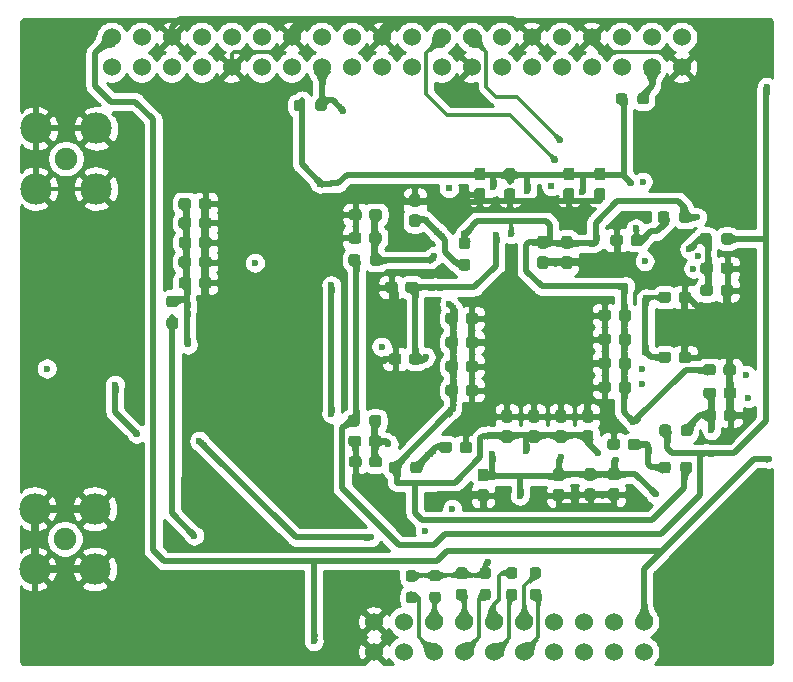
<source format=gbl>
%TF.GenerationSoftware,KiCad,Pcbnew,(5.1.8)-1*%
%TF.CreationDate,2021-04-21T20:08:09+02:00*%
%TF.ProjectId,Radioberry,52616469-6f62-4657-9272-792e6b696361,rev?*%
%TF.SameCoordinates,Original*%
%TF.FileFunction,Copper,L4,Bot*%
%TF.FilePolarity,Positive*%
%FSLAX46Y46*%
G04 Gerber Fmt 4.6, Leading zero omitted, Abs format (unit mm)*
G04 Created by KiCad (PCBNEW (5.1.8)-1) date 2021-04-21 20:08:09*
%MOMM*%
%LPD*%
G01*
G04 APERTURE LIST*
%TA.AperFunction,ComponentPad*%
%ADD10C,0.500000*%
%TD*%
%TA.AperFunction,ComponentPad*%
%ADD11C,4.000000*%
%TD*%
%TA.AperFunction,ComponentPad*%
%ADD12C,3.000000*%
%TD*%
%TA.AperFunction,ComponentPad*%
%ADD13C,1.524000*%
%TD*%
%TA.AperFunction,ComponentPad*%
%ADD14C,1.905000*%
%TD*%
%TA.AperFunction,ComponentPad*%
%ADD15C,2.667000*%
%TD*%
%TA.AperFunction,ComponentPad*%
%ADD16C,5.300000*%
%TD*%
%TA.AperFunction,ViaPad*%
%ADD17C,0.600000*%
%TD*%
%TA.AperFunction,ViaPad*%
%ADD18C,0.602000*%
%TD*%
%TA.AperFunction,Conductor*%
%ADD19C,0.300000*%
%TD*%
%TA.AperFunction,Conductor*%
%ADD20C,0.200000*%
%TD*%
%TA.AperFunction,Conductor*%
%ADD21C,0.500000*%
%TD*%
%TA.AperFunction,Conductor*%
%ADD22C,0.250000*%
%TD*%
%TA.AperFunction,Conductor*%
%ADD23C,0.700000*%
%TD*%
%TA.AperFunction,Conductor*%
%ADD24C,0.350000*%
%TD*%
%TA.AperFunction,Conductor*%
%ADD25C,0.254000*%
%TD*%
%TA.AperFunction,Conductor*%
%ADD26C,0.100000*%
%TD*%
%TA.AperFunction,Conductor*%
%ADD27C,0.025400*%
%TD*%
G04 APERTURE END LIST*
%TO.P,FB403,2*%
%TO.N,3V3B*%
%TA.AperFunction,SMDPad,CuDef*%
G36*
G01*
X103260000Y-96932500D02*
X103760000Y-96932500D01*
G75*
G02*
X104010000Y-97182500I0J-250000D01*
G01*
X104010000Y-97682500D01*
G75*
G02*
X103760000Y-97932500I-250000J0D01*
G01*
X103260000Y-97932500D01*
G75*
G02*
X103010000Y-97682500I0J250000D01*
G01*
X103010000Y-97182500D01*
G75*
G02*
X103260000Y-96932500I250000J0D01*
G01*
G37*
%TD.AperFunction*%
%TO.P,FB403,1*%
%TO.N,/Frontend/AVDD*%
%TA.AperFunction,SMDPad,CuDef*%
G36*
G01*
X103260000Y-95107500D02*
X103760000Y-95107500D01*
G75*
G02*
X104010000Y-95357500I0J-250000D01*
G01*
X104010000Y-95857500D01*
G75*
G02*
X103760000Y-96107500I-250000J0D01*
G01*
X103260000Y-96107500D01*
G75*
G02*
X103010000Y-95857500I0J250000D01*
G01*
X103010000Y-95357500D01*
G75*
G02*
X103260000Y-95107500I250000J0D01*
G01*
G37*
%TD.AperFunction*%
%TD*%
%TO.P,FB208,2*%
%TO.N,Net-(C227-Pad2)*%
%TA.AperFunction,SMDPad,CuDef*%
G36*
G01*
X145587500Y-88200000D02*
X145587500Y-88700000D01*
G75*
G02*
X145337500Y-88950000I-250000J0D01*
G01*
X144837500Y-88950000D01*
G75*
G02*
X144587500Y-88700000I0J250000D01*
G01*
X144587500Y-88200000D01*
G75*
G02*
X144837500Y-87950000I250000J0D01*
G01*
X145337500Y-87950000D01*
G75*
G02*
X145587500Y-88200000I0J-250000D01*
G01*
G37*
%TD.AperFunction*%
%TO.P,FB208,1*%
%TO.N,+1V2*%
%TA.AperFunction,SMDPad,CuDef*%
G36*
G01*
X147412500Y-88200000D02*
X147412500Y-88700000D01*
G75*
G02*
X147162500Y-88950000I-250000J0D01*
G01*
X146662500Y-88950000D01*
G75*
G02*
X146412500Y-88700000I0J250000D01*
G01*
X146412500Y-88200000D01*
G75*
G02*
X146662500Y-87950000I250000J0D01*
G01*
X147162500Y-87950000D01*
G75*
G02*
X147412500Y-88200000I0J-250000D01*
G01*
G37*
%TD.AperFunction*%
%TD*%
%TO.P,FB207,2*%
%TO.N,Net-(C234-Pad2)*%
%TA.AperFunction,SMDPad,CuDef*%
G36*
G01*
X123653300Y-109900000D02*
X123653300Y-109400000D01*
G75*
G02*
X123903300Y-109150000I250000J0D01*
G01*
X124403300Y-109150000D01*
G75*
G02*
X124653300Y-109400000I0J-250000D01*
G01*
X124653300Y-109900000D01*
G75*
G02*
X124403300Y-110150000I-250000J0D01*
G01*
X123903300Y-110150000D01*
G75*
G02*
X123653300Y-109900000I0J250000D01*
G01*
G37*
%TD.AperFunction*%
%TO.P,FB207,1*%
%TO.N,+1V2*%
%TA.AperFunction,SMDPad,CuDef*%
G36*
G01*
X121828300Y-109900000D02*
X121828300Y-109400000D01*
G75*
G02*
X122078300Y-109150000I250000J0D01*
G01*
X122578300Y-109150000D01*
G75*
G02*
X122828300Y-109400000I0J-250000D01*
G01*
X122828300Y-109900000D01*
G75*
G02*
X122578300Y-110150000I-250000J0D01*
G01*
X122078300Y-110150000D01*
G75*
G02*
X121828300Y-109900000I0J250000D01*
G01*
G37*
%TD.AperFunction*%
%TD*%
%TO.P,FB206,2*%
%TO.N,Net-(C240-Pad2)*%
%TA.AperFunction,SMDPad,CuDef*%
G36*
G01*
X145687500Y-109400000D02*
X145687500Y-109900000D01*
G75*
G02*
X145437500Y-110150000I-250000J0D01*
G01*
X144937500Y-110150000D01*
G75*
G02*
X144687500Y-109900000I0J250000D01*
G01*
X144687500Y-109400000D01*
G75*
G02*
X144937500Y-109150000I250000J0D01*
G01*
X145437500Y-109150000D01*
G75*
G02*
X145687500Y-109400000I0J-250000D01*
G01*
G37*
%TD.AperFunction*%
%TO.P,FB206,1*%
%TO.N,+1V2*%
%TA.AperFunction,SMDPad,CuDef*%
G36*
G01*
X147512500Y-109400000D02*
X147512500Y-109900000D01*
G75*
G02*
X147262500Y-110150000I-250000J0D01*
G01*
X146762500Y-110150000D01*
G75*
G02*
X146512500Y-109900000I0J250000D01*
G01*
X146512500Y-109400000D01*
G75*
G02*
X146762500Y-109150000I250000J0D01*
G01*
X147262500Y-109150000D01*
G75*
G02*
X147512500Y-109400000I0J-250000D01*
G01*
G37*
%TD.AperFunction*%
%TD*%
%TO.P,FB205,2*%
%TO.N,Net-(C246-Pad2)*%
%TA.AperFunction,SMDPad,CuDef*%
G36*
G01*
X127990000Y-91992500D02*
X128490000Y-91992500D01*
G75*
G02*
X128740000Y-92242500I0J-250000D01*
G01*
X128740000Y-92742500D01*
G75*
G02*
X128490000Y-92992500I-250000J0D01*
G01*
X127990000Y-92992500D01*
G75*
G02*
X127740000Y-92742500I0J250000D01*
G01*
X127740000Y-92242500D01*
G75*
G02*
X127990000Y-91992500I250000J0D01*
G01*
G37*
%TD.AperFunction*%
%TO.P,FB205,1*%
%TO.N,+1V2*%
%TA.AperFunction,SMDPad,CuDef*%
G36*
G01*
X127990000Y-90167500D02*
X128490000Y-90167500D01*
G75*
G02*
X128740000Y-90417500I0J-250000D01*
G01*
X128740000Y-90917500D01*
G75*
G02*
X128490000Y-91167500I-250000J0D01*
G01*
X127990000Y-91167500D01*
G75*
G02*
X127740000Y-90917500I0J250000D01*
G01*
X127740000Y-90417500D01*
G75*
G02*
X127990000Y-90167500I250000J0D01*
G01*
G37*
%TD.AperFunction*%
%TD*%
%TO.P,FB204,2*%
%TO.N,Net-(C228-Pad2)*%
%TA.AperFunction,SMDPad,CuDef*%
G36*
G01*
X149167500Y-90040000D02*
X149167500Y-90540000D01*
G75*
G02*
X148917500Y-90790000I-250000J0D01*
G01*
X148417500Y-90790000D01*
G75*
G02*
X148167500Y-90540000I0J250000D01*
G01*
X148167500Y-90040000D01*
G75*
G02*
X148417500Y-89790000I250000J0D01*
G01*
X148917500Y-89790000D01*
G75*
G02*
X149167500Y-90040000I0J-250000D01*
G01*
G37*
%TD.AperFunction*%
%TO.P,FB204,1*%
%TO.N,+2V5*%
%TA.AperFunction,SMDPad,CuDef*%
G36*
G01*
X150992500Y-90040000D02*
X150992500Y-90540000D01*
G75*
G02*
X150742500Y-90790000I-250000J0D01*
G01*
X150242500Y-90790000D01*
G75*
G02*
X149992500Y-90540000I0J250000D01*
G01*
X149992500Y-90040000D01*
G75*
G02*
X150242500Y-89790000I250000J0D01*
G01*
X150742500Y-89790000D01*
G75*
G02*
X150992500Y-90040000I0J-250000D01*
G01*
G37*
%TD.AperFunction*%
%TD*%
%TO.P,FB203,2*%
%TO.N,Net-(C233-Pad2)*%
%TA.AperFunction,SMDPad,CuDef*%
G36*
G01*
X120182500Y-105950000D02*
X120182500Y-105450000D01*
G75*
G02*
X120432500Y-105200000I250000J0D01*
G01*
X120932500Y-105200000D01*
G75*
G02*
X121182500Y-105450000I0J-250000D01*
G01*
X121182500Y-105950000D01*
G75*
G02*
X120932500Y-106200000I-250000J0D01*
G01*
X120432500Y-106200000D01*
G75*
G02*
X120182500Y-105950000I0J250000D01*
G01*
G37*
%TD.AperFunction*%
%TO.P,FB203,1*%
%TO.N,+2V5*%
%TA.AperFunction,SMDPad,CuDef*%
G36*
G01*
X118357500Y-105950000D02*
X118357500Y-105450000D01*
G75*
G02*
X118607500Y-105200000I250000J0D01*
G01*
X119107500Y-105200000D01*
G75*
G02*
X119357500Y-105450000I0J-250000D01*
G01*
X119357500Y-105950000D01*
G75*
G02*
X119107500Y-106200000I-250000J0D01*
G01*
X118607500Y-106200000D01*
G75*
G02*
X118357500Y-105950000I0J250000D01*
G01*
G37*
%TD.AperFunction*%
%TD*%
%TO.P,FB202,2*%
%TO.N,Net-(C238-Pad1)*%
%TA.AperFunction,SMDPad,CuDef*%
G36*
G01*
X146562500Y-106760000D02*
X146562500Y-106260000D01*
G75*
G02*
X146812500Y-106010000I250000J0D01*
G01*
X147312500Y-106010000D01*
G75*
G02*
X147562500Y-106260000I0J-250000D01*
G01*
X147562500Y-106760000D01*
G75*
G02*
X147312500Y-107010000I-250000J0D01*
G01*
X146812500Y-107010000D01*
G75*
G02*
X146562500Y-106760000I0J250000D01*
G01*
G37*
%TD.AperFunction*%
%TO.P,FB202,1*%
%TO.N,+2V5*%
%TA.AperFunction,SMDPad,CuDef*%
G36*
G01*
X144737500Y-106760000D02*
X144737500Y-106260000D01*
G75*
G02*
X144987500Y-106010000I250000J0D01*
G01*
X145487500Y-106010000D01*
G75*
G02*
X145737500Y-106260000I0J-250000D01*
G01*
X145737500Y-106760000D01*
G75*
G02*
X145487500Y-107010000I-250000J0D01*
G01*
X144987500Y-107010000D01*
G75*
G02*
X144737500Y-106760000I0J250000D01*
G01*
G37*
%TD.AperFunction*%
%TD*%
%TO.P,FB201,2*%
%TO.N,Net-(C232-Pad1)*%
%TA.AperFunction,SMDPad,CuDef*%
G36*
G01*
X120242500Y-92340000D02*
X120242500Y-91840000D01*
G75*
G02*
X120492500Y-91590000I250000J0D01*
G01*
X120992500Y-91590000D01*
G75*
G02*
X121242500Y-91840000I0J-250000D01*
G01*
X121242500Y-92340000D01*
G75*
G02*
X120992500Y-92590000I-250000J0D01*
G01*
X120492500Y-92590000D01*
G75*
G02*
X120242500Y-92340000I0J250000D01*
G01*
G37*
%TD.AperFunction*%
%TO.P,FB201,1*%
%TO.N,+2V5*%
%TA.AperFunction,SMDPad,CuDef*%
G36*
G01*
X118417500Y-92340000D02*
X118417500Y-91840000D01*
G75*
G02*
X118667500Y-91590000I250000J0D01*
G01*
X119167500Y-91590000D01*
G75*
G02*
X119417500Y-91840000I0J-250000D01*
G01*
X119417500Y-92340000D01*
G75*
G02*
X119167500Y-92590000I-250000J0D01*
G01*
X118667500Y-92590000D01*
G75*
G02*
X118417500Y-92340000I0J250000D01*
G01*
G37*
%TD.AperFunction*%
%TD*%
%TO.P,C256,1*%
%TO.N,+3V3*%
%TA.AperFunction,SMDPad,CuDef*%
G36*
G01*
X136846300Y-84274200D02*
X137321300Y-84274200D01*
G75*
G02*
X137558800Y-84511700I0J-237500D01*
G01*
X137558800Y-85111700D01*
G75*
G02*
X137321300Y-85349200I-237500J0D01*
G01*
X136846300Y-85349200D01*
G75*
G02*
X136608800Y-85111700I0J237500D01*
G01*
X136608800Y-84511700D01*
G75*
G02*
X136846300Y-84274200I237500J0D01*
G01*
G37*
%TD.AperFunction*%
%TO.P,C256,2*%
%TO.N,GND*%
%TA.AperFunction,SMDPad,CuDef*%
G36*
G01*
X136846300Y-85999200D02*
X137321300Y-85999200D01*
G75*
G02*
X137558800Y-86236700I0J-237500D01*
G01*
X137558800Y-86836700D01*
G75*
G02*
X137321300Y-87074200I-237500J0D01*
G01*
X136846300Y-87074200D01*
G75*
G02*
X136608800Y-86836700I0J237500D01*
G01*
X136608800Y-86236700D01*
G75*
G02*
X136846300Y-85999200I237500J0D01*
G01*
G37*
%TD.AperFunction*%
%TD*%
%TO.P,R308,1*%
%TO.N,IO-12*%
%TA.AperFunction,SMDPad,CuDef*%
G36*
G01*
X130237500Y-120900000D02*
X129762500Y-120900000D01*
G75*
G02*
X129525000Y-120662500I0J237500D01*
G01*
X129525000Y-120162500D01*
G75*
G02*
X129762500Y-119925000I237500J0D01*
G01*
X130237500Y-119925000D01*
G75*
G02*
X130475000Y-120162500I0J-237500D01*
G01*
X130475000Y-120662500D01*
G75*
G02*
X130237500Y-120900000I-237500J0D01*
G01*
G37*
%TD.AperFunction*%
%TO.P,R308,2*%
%TO.N,+3V3*%
%TA.AperFunction,SMDPad,CuDef*%
G36*
G01*
X130237500Y-119075000D02*
X129762500Y-119075000D01*
G75*
G02*
X129525000Y-118837500I0J237500D01*
G01*
X129525000Y-118337500D01*
G75*
G02*
X129762500Y-118100000I237500J0D01*
G01*
X130237500Y-118100000D01*
G75*
G02*
X130475000Y-118337500I0J-237500D01*
G01*
X130475000Y-118837500D01*
G75*
G02*
X130237500Y-119075000I-237500J0D01*
G01*
G37*
%TD.AperFunction*%
%TD*%
%TO.P,R307,1*%
%TO.N,IO-11*%
%TA.AperFunction,SMDPad,CuDef*%
G36*
G01*
X128237500Y-120900000D02*
X127762500Y-120900000D01*
G75*
G02*
X127525000Y-120662500I0J237500D01*
G01*
X127525000Y-120162500D01*
G75*
G02*
X127762500Y-119925000I237500J0D01*
G01*
X128237500Y-119925000D01*
G75*
G02*
X128475000Y-120162500I0J-237500D01*
G01*
X128475000Y-120662500D01*
G75*
G02*
X128237500Y-120900000I-237500J0D01*
G01*
G37*
%TD.AperFunction*%
%TO.P,R307,2*%
%TO.N,+3V3*%
%TA.AperFunction,SMDPad,CuDef*%
G36*
G01*
X128237500Y-119075000D02*
X127762500Y-119075000D01*
G75*
G02*
X127525000Y-118837500I0J237500D01*
G01*
X127525000Y-118337500D01*
G75*
G02*
X127762500Y-118100000I237500J0D01*
G01*
X128237500Y-118100000D01*
G75*
G02*
X128475000Y-118337500I0J-237500D01*
G01*
X128475000Y-118837500D01*
G75*
G02*
X128237500Y-119075000I-237500J0D01*
G01*
G37*
%TD.AperFunction*%
%TD*%
%TO.P,R306,1*%
%TO.N,IO-08*%
%TA.AperFunction,SMDPad,CuDef*%
G36*
G01*
X134487500Y-120900000D02*
X134012500Y-120900000D01*
G75*
G02*
X133775000Y-120662500I0J237500D01*
G01*
X133775000Y-120162500D01*
G75*
G02*
X134012500Y-119925000I237500J0D01*
G01*
X134487500Y-119925000D01*
G75*
G02*
X134725000Y-120162500I0J-237500D01*
G01*
X134725000Y-120662500D01*
G75*
G02*
X134487500Y-120900000I-237500J0D01*
G01*
G37*
%TD.AperFunction*%
%TO.P,R306,2*%
%TO.N,IO-07*%
%TA.AperFunction,SMDPad,CuDef*%
G36*
G01*
X134487500Y-119075000D02*
X134012500Y-119075000D01*
G75*
G02*
X133775000Y-118837500I0J237500D01*
G01*
X133775000Y-118337500D01*
G75*
G02*
X134012500Y-118100000I237500J0D01*
G01*
X134487500Y-118100000D01*
G75*
G02*
X134725000Y-118337500I0J-237500D01*
G01*
X134725000Y-118837500D01*
G75*
G02*
X134487500Y-119075000I-237500J0D01*
G01*
G37*
%TD.AperFunction*%
%TD*%
%TO.P,R305,1*%
%TO.N,IO-10*%
%TA.AperFunction,SMDPad,CuDef*%
G36*
G01*
X132487500Y-120900000D02*
X132012500Y-120900000D01*
G75*
G02*
X131775000Y-120662500I0J237500D01*
G01*
X131775000Y-120162500D01*
G75*
G02*
X132012500Y-119925000I237500J0D01*
G01*
X132487500Y-119925000D01*
G75*
G02*
X132725000Y-120162500I0J-237500D01*
G01*
X132725000Y-120662500D01*
G75*
G02*
X132487500Y-120900000I-237500J0D01*
G01*
G37*
%TD.AperFunction*%
%TO.P,R305,2*%
%TO.N,IO-09*%
%TA.AperFunction,SMDPad,CuDef*%
G36*
G01*
X132487500Y-119075000D02*
X132012500Y-119075000D01*
G75*
G02*
X131775000Y-118837500I0J237500D01*
G01*
X131775000Y-118337500D01*
G75*
G02*
X132012500Y-118100000I237500J0D01*
G01*
X132487500Y-118100000D01*
G75*
G02*
X132725000Y-118337500I0J-237500D01*
G01*
X132725000Y-118837500D01*
G75*
G02*
X132487500Y-119075000I-237500J0D01*
G01*
G37*
%TD.AperFunction*%
%TD*%
%TO.P,R304,1*%
%TO.N,IO-13*%
%TA.AperFunction,SMDPad,CuDef*%
G36*
G01*
X125992900Y-121132420D02*
X125517900Y-121132420D01*
G75*
G02*
X125280400Y-120894920I0J237500D01*
G01*
X125280400Y-120394920D01*
G75*
G02*
X125517900Y-120157420I237500J0D01*
G01*
X125992900Y-120157420D01*
G75*
G02*
X126230400Y-120394920I0J-237500D01*
G01*
X126230400Y-120894920D01*
G75*
G02*
X125992900Y-121132420I-237500J0D01*
G01*
G37*
%TD.AperFunction*%
%TO.P,R304,2*%
%TO.N,+3V3*%
%TA.AperFunction,SMDPad,CuDef*%
G36*
G01*
X125992900Y-119307420D02*
X125517900Y-119307420D01*
G75*
G02*
X125280400Y-119069920I0J237500D01*
G01*
X125280400Y-118569920D01*
G75*
G02*
X125517900Y-118332420I237500J0D01*
G01*
X125992900Y-118332420D01*
G75*
G02*
X126230400Y-118569920I0J-237500D01*
G01*
X126230400Y-119069920D01*
G75*
G02*
X125992900Y-119307420I-237500J0D01*
G01*
G37*
%TD.AperFunction*%
%TD*%
%TO.P,R303,1*%
%TO.N,IO-14*%
%TA.AperFunction,SMDPad,CuDef*%
G36*
G01*
X123991380Y-121161000D02*
X123516380Y-121161000D01*
G75*
G02*
X123278880Y-120923500I0J237500D01*
G01*
X123278880Y-120423500D01*
G75*
G02*
X123516380Y-120186000I237500J0D01*
G01*
X123991380Y-120186000D01*
G75*
G02*
X124228880Y-120423500I0J-237500D01*
G01*
X124228880Y-120923500D01*
G75*
G02*
X123991380Y-121161000I-237500J0D01*
G01*
G37*
%TD.AperFunction*%
%TO.P,R303,2*%
%TO.N,+3V3*%
%TA.AperFunction,SMDPad,CuDef*%
G36*
G01*
X123991380Y-119336000D02*
X123516380Y-119336000D01*
G75*
G02*
X123278880Y-119098500I0J237500D01*
G01*
X123278880Y-118598500D01*
G75*
G02*
X123516380Y-118361000I237500J0D01*
G01*
X123991380Y-118361000D01*
G75*
G02*
X124228880Y-118598500I0J-237500D01*
G01*
X124228880Y-119098500D01*
G75*
G02*
X123991380Y-119336000I-237500J0D01*
G01*
G37*
%TD.AperFunction*%
%TD*%
%TO.P,R302,1*%
%TO.N,NSTATUS*%
%TA.AperFunction,SMDPad,CuDef*%
G36*
G01*
X143860000Y-78202500D02*
X143860000Y-78677500D01*
G75*
G02*
X143622500Y-78915000I-237500J0D01*
G01*
X143122500Y-78915000D01*
G75*
G02*
X142885000Y-78677500I0J237500D01*
G01*
X142885000Y-78202500D01*
G75*
G02*
X143122500Y-77965000I237500J0D01*
G01*
X143622500Y-77965000D01*
G75*
G02*
X143860000Y-78202500I0J-237500D01*
G01*
G37*
%TD.AperFunction*%
%TO.P,R302,2*%
%TO.N,+3V3*%
%TA.AperFunction,SMDPad,CuDef*%
G36*
G01*
X142035000Y-78202500D02*
X142035000Y-78677500D01*
G75*
G02*
X141797500Y-78915000I-237500J0D01*
G01*
X141297500Y-78915000D01*
G75*
G02*
X141060000Y-78677500I0J237500D01*
G01*
X141060000Y-78202500D01*
G75*
G02*
X141297500Y-77965000I237500J0D01*
G01*
X141797500Y-77965000D01*
G75*
G02*
X142035000Y-78202500I0J-237500D01*
G01*
G37*
%TD.AperFunction*%
%TD*%
%TO.P,R301,1*%
%TO.N,CONF_DONE*%
%TA.AperFunction,SMDPad,CuDef*%
G36*
G01*
X116590000Y-78762500D02*
X116590000Y-79237500D01*
G75*
G02*
X116352500Y-79475000I-237500J0D01*
G01*
X115852500Y-79475000D01*
G75*
G02*
X115615000Y-79237500I0J237500D01*
G01*
X115615000Y-78762500D01*
G75*
G02*
X115852500Y-78525000I237500J0D01*
G01*
X116352500Y-78525000D01*
G75*
G02*
X116590000Y-78762500I0J-237500D01*
G01*
G37*
%TD.AperFunction*%
%TO.P,R301,2*%
%TO.N,+3V3*%
%TA.AperFunction,SMDPad,CuDef*%
G36*
G01*
X114765000Y-78762500D02*
X114765000Y-79237500D01*
G75*
G02*
X114527500Y-79475000I-237500J0D01*
G01*
X114027500Y-79475000D01*
G75*
G02*
X113790000Y-79237500I0J237500D01*
G01*
X113790000Y-78762500D01*
G75*
G02*
X114027500Y-78525000I237500J0D01*
G01*
X114527500Y-78525000D01*
G75*
G02*
X114765000Y-78762500I0J-237500D01*
G01*
G37*
%TD.AperFunction*%
%TD*%
%TO.P,C434,1*%
%TO.N,/Frontend/AVDD*%
%TA.AperFunction,SMDPad,CuDef*%
G36*
G01*
X104030000Y-92497500D02*
X104030000Y-92022500D01*
G75*
G02*
X104267500Y-91785000I237500J0D01*
G01*
X104867500Y-91785000D01*
G75*
G02*
X105105000Y-92022500I0J-237500D01*
G01*
X105105000Y-92497500D01*
G75*
G02*
X104867500Y-92735000I-237500J0D01*
G01*
X104267500Y-92735000D01*
G75*
G02*
X104030000Y-92497500I0J237500D01*
G01*
G37*
%TD.AperFunction*%
%TO.P,C434,2*%
%TO.N,GND*%
%TA.AperFunction,SMDPad,CuDef*%
G36*
G01*
X105755000Y-92497500D02*
X105755000Y-92022500D01*
G75*
G02*
X105992500Y-91785000I237500J0D01*
G01*
X106592500Y-91785000D01*
G75*
G02*
X106830000Y-92022500I0J-237500D01*
G01*
X106830000Y-92497500D01*
G75*
G02*
X106592500Y-92735000I-237500J0D01*
G01*
X105992500Y-92735000D01*
G75*
G02*
X105755000Y-92497500I0J237500D01*
G01*
G37*
%TD.AperFunction*%
%TD*%
%TO.P,C430,1*%
%TO.N,/Frontend/AVDD*%
%TA.AperFunction,SMDPad,CuDef*%
G36*
G01*
X104020000Y-87567500D02*
X104020000Y-87092500D01*
G75*
G02*
X104257500Y-86855000I237500J0D01*
G01*
X104857500Y-86855000D01*
G75*
G02*
X105095000Y-87092500I0J-237500D01*
G01*
X105095000Y-87567500D01*
G75*
G02*
X104857500Y-87805000I-237500J0D01*
G01*
X104257500Y-87805000D01*
G75*
G02*
X104020000Y-87567500I0J237500D01*
G01*
G37*
%TD.AperFunction*%
%TO.P,C430,2*%
%TO.N,GND*%
%TA.AperFunction,SMDPad,CuDef*%
G36*
G01*
X105745000Y-87567500D02*
X105745000Y-87092500D01*
G75*
G02*
X105982500Y-86855000I237500J0D01*
G01*
X106582500Y-86855000D01*
G75*
G02*
X106820000Y-87092500I0J-237500D01*
G01*
X106820000Y-87567500D01*
G75*
G02*
X106582500Y-87805000I-237500J0D01*
G01*
X105982500Y-87805000D01*
G75*
G02*
X105745000Y-87567500I0J237500D01*
G01*
G37*
%TD.AperFunction*%
%TD*%
%TO.P,C426,1*%
%TO.N,/Frontend/AVDD*%
%TA.AperFunction,SMDPad,CuDef*%
G36*
G01*
X104040000Y-94257500D02*
X104040000Y-93782500D01*
G75*
G02*
X104277500Y-93545000I237500J0D01*
G01*
X104877500Y-93545000D01*
G75*
G02*
X105115000Y-93782500I0J-237500D01*
G01*
X105115000Y-94257500D01*
G75*
G02*
X104877500Y-94495000I-237500J0D01*
G01*
X104277500Y-94495000D01*
G75*
G02*
X104040000Y-94257500I0J237500D01*
G01*
G37*
%TD.AperFunction*%
%TO.P,C426,2*%
%TO.N,GND*%
%TA.AperFunction,SMDPad,CuDef*%
G36*
G01*
X105765000Y-94257500D02*
X105765000Y-93782500D01*
G75*
G02*
X106002500Y-93545000I237500J0D01*
G01*
X106602500Y-93545000D01*
G75*
G02*
X106840000Y-93782500I0J-237500D01*
G01*
X106840000Y-94257500D01*
G75*
G02*
X106602500Y-94495000I-237500J0D01*
G01*
X106002500Y-94495000D01*
G75*
G02*
X105765000Y-94257500I0J237500D01*
G01*
G37*
%TD.AperFunction*%
%TD*%
%TO.P,C422,1*%
%TO.N,/Frontend/AVDD*%
%TA.AperFunction,SMDPad,CuDef*%
G36*
G01*
X104040000Y-90847500D02*
X104040000Y-90372500D01*
G75*
G02*
X104277500Y-90135000I237500J0D01*
G01*
X104877500Y-90135000D01*
G75*
G02*
X105115000Y-90372500I0J-237500D01*
G01*
X105115000Y-90847500D01*
G75*
G02*
X104877500Y-91085000I-237500J0D01*
G01*
X104277500Y-91085000D01*
G75*
G02*
X104040000Y-90847500I0J237500D01*
G01*
G37*
%TD.AperFunction*%
%TO.P,C422,2*%
%TO.N,GND*%
%TA.AperFunction,SMDPad,CuDef*%
G36*
G01*
X105765000Y-90847500D02*
X105765000Y-90372500D01*
G75*
G02*
X106002500Y-90135000I237500J0D01*
G01*
X106602500Y-90135000D01*
G75*
G02*
X106840000Y-90372500I0J-237500D01*
G01*
X106840000Y-90847500D01*
G75*
G02*
X106602500Y-91085000I-237500J0D01*
G01*
X106002500Y-91085000D01*
G75*
G02*
X105765000Y-90847500I0J237500D01*
G01*
G37*
%TD.AperFunction*%
%TD*%
%TO.P,C418,1*%
%TO.N,/Frontend/AVDD*%
%TA.AperFunction,SMDPad,CuDef*%
G36*
G01*
X104030000Y-89187500D02*
X104030000Y-88712500D01*
G75*
G02*
X104267500Y-88475000I237500J0D01*
G01*
X104867500Y-88475000D01*
G75*
G02*
X105105000Y-88712500I0J-237500D01*
G01*
X105105000Y-89187500D01*
G75*
G02*
X104867500Y-89425000I-237500J0D01*
G01*
X104267500Y-89425000D01*
G75*
G02*
X104030000Y-89187500I0J237500D01*
G01*
G37*
%TD.AperFunction*%
%TO.P,C418,2*%
%TO.N,GND*%
%TA.AperFunction,SMDPad,CuDef*%
G36*
G01*
X105755000Y-89187500D02*
X105755000Y-88712500D01*
G75*
G02*
X105992500Y-88475000I237500J0D01*
G01*
X106592500Y-88475000D01*
G75*
G02*
X106830000Y-88712500I0J-237500D01*
G01*
X106830000Y-89187500D01*
G75*
G02*
X106592500Y-89425000I-237500J0D01*
G01*
X105992500Y-89425000D01*
G75*
G02*
X105755000Y-89187500I0J237500D01*
G01*
G37*
%TD.AperFunction*%
%TD*%
%TO.P,C259,1*%
%TO.N,+3V3*%
%TA.AperFunction,SMDPad,CuDef*%
G36*
G01*
X140652500Y-109670000D02*
X141127500Y-109670000D01*
G75*
G02*
X141365000Y-109907500I0J-237500D01*
G01*
X141365000Y-110507500D01*
G75*
G02*
X141127500Y-110745000I-237500J0D01*
G01*
X140652500Y-110745000D01*
G75*
G02*
X140415000Y-110507500I0J237500D01*
G01*
X140415000Y-109907500D01*
G75*
G02*
X140652500Y-109670000I237500J0D01*
G01*
G37*
%TD.AperFunction*%
%TO.P,C259,2*%
%TO.N,GND*%
%TA.AperFunction,SMDPad,CuDef*%
G36*
G01*
X140652500Y-111395000D02*
X141127500Y-111395000D01*
G75*
G02*
X141365000Y-111632500I0J-237500D01*
G01*
X141365000Y-112232500D01*
G75*
G02*
X141127500Y-112470000I-237500J0D01*
G01*
X140652500Y-112470000D01*
G75*
G02*
X140415000Y-112232500I0J237500D01*
G01*
X140415000Y-111632500D01*
G75*
G02*
X140652500Y-111395000I237500J0D01*
G01*
G37*
%TD.AperFunction*%
%TD*%
%TO.P,C258,1*%
%TO.N,+3V3*%
%TA.AperFunction,SMDPad,CuDef*%
G36*
G01*
X135972500Y-109740000D02*
X136447500Y-109740000D01*
G75*
G02*
X136685000Y-109977500I0J-237500D01*
G01*
X136685000Y-110577500D01*
G75*
G02*
X136447500Y-110815000I-237500J0D01*
G01*
X135972500Y-110815000D01*
G75*
G02*
X135735000Y-110577500I0J237500D01*
G01*
X135735000Y-109977500D01*
G75*
G02*
X135972500Y-109740000I237500J0D01*
G01*
G37*
%TD.AperFunction*%
%TO.P,C258,2*%
%TO.N,GND*%
%TA.AperFunction,SMDPad,CuDef*%
G36*
G01*
X135972500Y-111465000D02*
X136447500Y-111465000D01*
G75*
G02*
X136685000Y-111702500I0J-237500D01*
G01*
X136685000Y-112302500D01*
G75*
G02*
X136447500Y-112540000I-237500J0D01*
G01*
X135972500Y-112540000D01*
G75*
G02*
X135735000Y-112302500I0J237500D01*
G01*
X135735000Y-111702500D01*
G75*
G02*
X135972500Y-111465000I237500J0D01*
G01*
G37*
%TD.AperFunction*%
%TD*%
%TO.P,C257,1*%
%TO.N,+3V3*%
%TA.AperFunction,SMDPad,CuDef*%
G36*
G01*
X129302500Y-84273100D02*
X129777500Y-84273100D01*
G75*
G02*
X130015000Y-84510600I0J-237500D01*
G01*
X130015000Y-85110600D01*
G75*
G02*
X129777500Y-85348100I-237500J0D01*
G01*
X129302500Y-85348100D01*
G75*
G02*
X129065000Y-85110600I0J237500D01*
G01*
X129065000Y-84510600D01*
G75*
G02*
X129302500Y-84273100I237500J0D01*
G01*
G37*
%TD.AperFunction*%
%TO.P,C257,2*%
%TO.N,GND*%
%TA.AperFunction,SMDPad,CuDef*%
G36*
G01*
X129302500Y-85998100D02*
X129777500Y-85998100D01*
G75*
G02*
X130015000Y-86235600I0J-237500D01*
G01*
X130015000Y-86835600D01*
G75*
G02*
X129777500Y-87073100I-237500J0D01*
G01*
X129302500Y-87073100D01*
G75*
G02*
X129065000Y-86835600I0J237500D01*
G01*
X129065000Y-86235600D01*
G75*
G02*
X129302500Y-85998100I237500J0D01*
G01*
G37*
%TD.AperFunction*%
%TD*%
%TO.P,C255,1*%
%TO.N,+3V3*%
%TA.AperFunction,SMDPad,CuDef*%
G36*
G01*
X144650000Y-95487500D02*
X144650000Y-95012500D01*
G75*
G02*
X144887500Y-94775000I237500J0D01*
G01*
X145487500Y-94775000D01*
G75*
G02*
X145725000Y-95012500I0J-237500D01*
G01*
X145725000Y-95487500D01*
G75*
G02*
X145487500Y-95725000I-237500J0D01*
G01*
X144887500Y-95725000D01*
G75*
G02*
X144650000Y-95487500I0J237500D01*
G01*
G37*
%TD.AperFunction*%
%TO.P,C255,2*%
%TO.N,GND*%
%TA.AperFunction,SMDPad,CuDef*%
G36*
G01*
X146375000Y-95487500D02*
X146375000Y-95012500D01*
G75*
G02*
X146612500Y-94775000I237500J0D01*
G01*
X147212500Y-94775000D01*
G75*
G02*
X147450000Y-95012500I0J-237500D01*
G01*
X147450000Y-95487500D01*
G75*
G02*
X147212500Y-95725000I-237500J0D01*
G01*
X146612500Y-95725000D01*
G75*
G02*
X146375000Y-95487500I0J237500D01*
G01*
G37*
%TD.AperFunction*%
%TD*%
%TO.P,C254,1*%
%TO.N,+3V3*%
%TA.AperFunction,SMDPad,CuDef*%
G36*
G01*
X144650000Y-100567500D02*
X144650000Y-100092500D01*
G75*
G02*
X144887500Y-99855000I237500J0D01*
G01*
X145487500Y-99855000D01*
G75*
G02*
X145725000Y-100092500I0J-237500D01*
G01*
X145725000Y-100567500D01*
G75*
G02*
X145487500Y-100805000I-237500J0D01*
G01*
X144887500Y-100805000D01*
G75*
G02*
X144650000Y-100567500I0J237500D01*
G01*
G37*
%TD.AperFunction*%
%TO.P,C254,2*%
%TO.N,GND*%
%TA.AperFunction,SMDPad,CuDef*%
G36*
G01*
X146375000Y-100567500D02*
X146375000Y-100092500D01*
G75*
G02*
X146612500Y-99855000I237500J0D01*
G01*
X147212500Y-99855000D01*
G75*
G02*
X147450000Y-100092500I0J-237500D01*
G01*
X147450000Y-100567500D01*
G75*
G02*
X147212500Y-100805000I-237500J0D01*
G01*
X146612500Y-100805000D01*
G75*
G02*
X146375000Y-100567500I0J237500D01*
G01*
G37*
%TD.AperFunction*%
%TD*%
%TO.P,C253,1*%
%TO.N,+3V3*%
%TA.AperFunction,SMDPad,CuDef*%
G36*
G01*
X124630000Y-100232500D02*
X124630000Y-100707500D01*
G75*
G02*
X124392500Y-100945000I-237500J0D01*
G01*
X123792500Y-100945000D01*
G75*
G02*
X123555000Y-100707500I0J237500D01*
G01*
X123555000Y-100232500D01*
G75*
G02*
X123792500Y-99995000I237500J0D01*
G01*
X124392500Y-99995000D01*
G75*
G02*
X124630000Y-100232500I0J-237500D01*
G01*
G37*
%TD.AperFunction*%
%TO.P,C253,2*%
%TO.N,GND*%
%TA.AperFunction,SMDPad,CuDef*%
G36*
G01*
X122905000Y-100232500D02*
X122905000Y-100707500D01*
G75*
G02*
X122667500Y-100945000I-237500J0D01*
G01*
X122067500Y-100945000D01*
G75*
G02*
X121830000Y-100707500I0J237500D01*
G01*
X121830000Y-100232500D01*
G75*
G02*
X122067500Y-99995000I237500J0D01*
G01*
X122667500Y-99995000D01*
G75*
G02*
X122905000Y-100232500I0J-237500D01*
G01*
G37*
%TD.AperFunction*%
%TD*%
%TO.P,C252,1*%
%TO.N,+3V3*%
%TA.AperFunction,SMDPad,CuDef*%
G36*
G01*
X124310000Y-94162500D02*
X124310000Y-94637500D01*
G75*
G02*
X124072500Y-94875000I-237500J0D01*
G01*
X123472500Y-94875000D01*
G75*
G02*
X123235000Y-94637500I0J237500D01*
G01*
X123235000Y-94162500D01*
G75*
G02*
X123472500Y-93925000I237500J0D01*
G01*
X124072500Y-93925000D01*
G75*
G02*
X124310000Y-94162500I0J-237500D01*
G01*
G37*
%TD.AperFunction*%
%TO.P,C252,2*%
%TO.N,GND*%
%TA.AperFunction,SMDPad,CuDef*%
G36*
G01*
X122585000Y-94162500D02*
X122585000Y-94637500D01*
G75*
G02*
X122347500Y-94875000I-237500J0D01*
G01*
X121747500Y-94875000D01*
G75*
G02*
X121510000Y-94637500I0J237500D01*
G01*
X121510000Y-94162500D01*
G75*
G02*
X121747500Y-93925000I237500J0D01*
G01*
X122347500Y-93925000D01*
G75*
G02*
X122585000Y-94162500I0J-237500D01*
G01*
G37*
%TD.AperFunction*%
%TD*%
%TO.P,C251,1*%
%TO.N,+3V3*%
%TA.AperFunction,SMDPad,CuDef*%
G36*
G01*
X131842500Y-84299600D02*
X132317500Y-84299600D01*
G75*
G02*
X132555000Y-84537100I0J-237500D01*
G01*
X132555000Y-85137100D01*
G75*
G02*
X132317500Y-85374600I-237500J0D01*
G01*
X131842500Y-85374600D01*
G75*
G02*
X131605000Y-85137100I0J237500D01*
G01*
X131605000Y-84537100D01*
G75*
G02*
X131842500Y-84299600I237500J0D01*
G01*
G37*
%TD.AperFunction*%
%TO.P,C251,2*%
%TO.N,GND*%
%TA.AperFunction,SMDPad,CuDef*%
G36*
G01*
X131842500Y-86024600D02*
X132317500Y-86024600D01*
G75*
G02*
X132555000Y-86262100I0J-237500D01*
G01*
X132555000Y-86862100D01*
G75*
G02*
X132317500Y-87099600I-237500J0D01*
G01*
X131842500Y-87099600D01*
G75*
G02*
X131605000Y-86862100I0J237500D01*
G01*
X131605000Y-86262100D01*
G75*
G02*
X131842500Y-86024600I237500J0D01*
G01*
G37*
%TD.AperFunction*%
%TD*%
%TO.P,C250,1*%
%TO.N,+3V3*%
%TA.AperFunction,SMDPad,CuDef*%
G36*
G01*
X139462500Y-84273100D02*
X139937500Y-84273100D01*
G75*
G02*
X140175000Y-84510600I0J-237500D01*
G01*
X140175000Y-85110600D01*
G75*
G02*
X139937500Y-85348100I-237500J0D01*
G01*
X139462500Y-85348100D01*
G75*
G02*
X139225000Y-85110600I0J237500D01*
G01*
X139225000Y-84510600D01*
G75*
G02*
X139462500Y-84273100I237500J0D01*
G01*
G37*
%TD.AperFunction*%
%TO.P,C250,2*%
%TO.N,GND*%
%TA.AperFunction,SMDPad,CuDef*%
G36*
G01*
X139462500Y-85998100D02*
X139937500Y-85998100D01*
G75*
G02*
X140175000Y-86235600I0J-237500D01*
G01*
X140175000Y-86835600D01*
G75*
G02*
X139937500Y-87073100I-237500J0D01*
G01*
X139462500Y-87073100D01*
G75*
G02*
X139225000Y-86835600I0J237500D01*
G01*
X139225000Y-86235600D01*
G75*
G02*
X139462500Y-85998100I237500J0D01*
G01*
G37*
%TD.AperFunction*%
%TD*%
%TO.P,C249,1*%
%TO.N,+3V3*%
%TA.AperFunction,SMDPad,CuDef*%
G36*
G01*
X138642500Y-109700000D02*
X139117500Y-109700000D01*
G75*
G02*
X139355000Y-109937500I0J-237500D01*
G01*
X139355000Y-110537500D01*
G75*
G02*
X139117500Y-110775000I-237500J0D01*
G01*
X138642500Y-110775000D01*
G75*
G02*
X138405000Y-110537500I0J237500D01*
G01*
X138405000Y-109937500D01*
G75*
G02*
X138642500Y-109700000I237500J0D01*
G01*
G37*
%TD.AperFunction*%
%TO.P,C249,2*%
%TO.N,GND*%
%TA.AperFunction,SMDPad,CuDef*%
G36*
G01*
X138642500Y-111425000D02*
X139117500Y-111425000D01*
G75*
G02*
X139355000Y-111662500I0J-237500D01*
G01*
X139355000Y-112262500D01*
G75*
G02*
X139117500Y-112500000I-237500J0D01*
G01*
X138642500Y-112500000D01*
G75*
G02*
X138405000Y-112262500I0J237500D01*
G01*
X138405000Y-111662500D01*
G75*
G02*
X138642500Y-111425000I237500J0D01*
G01*
G37*
%TD.AperFunction*%
%TD*%
%TO.P,C248,1*%
%TO.N,+3V3*%
%TA.AperFunction,SMDPad,CuDef*%
G36*
G01*
X129592500Y-109750000D02*
X130067500Y-109750000D01*
G75*
G02*
X130305000Y-109987500I0J-237500D01*
G01*
X130305000Y-110587500D01*
G75*
G02*
X130067500Y-110825000I-237500J0D01*
G01*
X129592500Y-110825000D01*
G75*
G02*
X129355000Y-110587500I0J237500D01*
G01*
X129355000Y-109987500D01*
G75*
G02*
X129592500Y-109750000I237500J0D01*
G01*
G37*
%TD.AperFunction*%
%TO.P,C248,2*%
%TO.N,GND*%
%TA.AperFunction,SMDPad,CuDef*%
G36*
G01*
X129592500Y-111475000D02*
X130067500Y-111475000D01*
G75*
G02*
X130305000Y-111712500I0J-237500D01*
G01*
X130305000Y-112312500D01*
G75*
G02*
X130067500Y-112550000I-237500J0D01*
G01*
X129592500Y-112550000D01*
G75*
G02*
X129355000Y-112312500I0J237500D01*
G01*
X129355000Y-111712500D01*
G75*
G02*
X129592500Y-111475000I237500J0D01*
G01*
G37*
%TD.AperFunction*%
%TD*%
%TO.P,C247,1*%
%TO.N,Net-(C228-Pad2)*%
%TA.AperFunction,SMDPad,CuDef*%
G36*
G01*
X148210000Y-93027500D02*
X148210000Y-92552500D01*
G75*
G02*
X148447500Y-92315000I237500J0D01*
G01*
X149047500Y-92315000D01*
G75*
G02*
X149285000Y-92552500I0J-237500D01*
G01*
X149285000Y-93027500D01*
G75*
G02*
X149047500Y-93265000I-237500J0D01*
G01*
X148447500Y-93265000D01*
G75*
G02*
X148210000Y-93027500I0J237500D01*
G01*
G37*
%TD.AperFunction*%
%TO.P,C247,2*%
%TO.N,GND*%
%TA.AperFunction,SMDPad,CuDef*%
G36*
G01*
X149935000Y-93027500D02*
X149935000Y-92552500D01*
G75*
G02*
X150172500Y-92315000I237500J0D01*
G01*
X150772500Y-92315000D01*
G75*
G02*
X151010000Y-92552500I0J-237500D01*
G01*
X151010000Y-93027500D01*
G75*
G02*
X150772500Y-93265000I-237500J0D01*
G01*
X150172500Y-93265000D01*
G75*
G02*
X149935000Y-93027500I0J237500D01*
G01*
G37*
%TD.AperFunction*%
%TD*%
%TO.P,C246,1*%
%TO.N,GND*%
%TA.AperFunction,SMDPad,CuDef*%
G36*
G01*
X123802500Y-86500000D02*
X124277500Y-86500000D01*
G75*
G02*
X124515000Y-86737500I0J-237500D01*
G01*
X124515000Y-87337500D01*
G75*
G02*
X124277500Y-87575000I-237500J0D01*
G01*
X123802500Y-87575000D01*
G75*
G02*
X123565000Y-87337500I0J237500D01*
G01*
X123565000Y-86737500D01*
G75*
G02*
X123802500Y-86500000I237500J0D01*
G01*
G37*
%TD.AperFunction*%
%TO.P,C246,2*%
%TO.N,Net-(C246-Pad2)*%
%TA.AperFunction,SMDPad,CuDef*%
G36*
G01*
X123802500Y-88225000D02*
X124277500Y-88225000D01*
G75*
G02*
X124515000Y-88462500I0J-237500D01*
G01*
X124515000Y-89062500D01*
G75*
G02*
X124277500Y-89300000I-237500J0D01*
G01*
X123802500Y-89300000D01*
G75*
G02*
X123565000Y-89062500I0J237500D01*
G01*
X123565000Y-88462500D01*
G75*
G02*
X123802500Y-88225000I237500J0D01*
G01*
G37*
%TD.AperFunction*%
%TD*%
%TO.P,C245,1*%
%TO.N,GND*%
%TA.AperFunction,SMDPad,CuDef*%
G36*
G01*
X118460000Y-88487500D02*
X118460000Y-88012500D01*
G75*
G02*
X118697500Y-87775000I237500J0D01*
G01*
X119297500Y-87775000D01*
G75*
G02*
X119535000Y-88012500I0J-237500D01*
G01*
X119535000Y-88487500D01*
G75*
G02*
X119297500Y-88725000I-237500J0D01*
G01*
X118697500Y-88725000D01*
G75*
G02*
X118460000Y-88487500I0J237500D01*
G01*
G37*
%TD.AperFunction*%
%TO.P,C245,2*%
%TO.N,Net-(C232-Pad1)*%
%TA.AperFunction,SMDPad,CuDef*%
G36*
G01*
X120185000Y-88487500D02*
X120185000Y-88012500D01*
G75*
G02*
X120422500Y-87775000I237500J0D01*
G01*
X121022500Y-87775000D01*
G75*
G02*
X121260000Y-88012500I0J-237500D01*
G01*
X121260000Y-88487500D01*
G75*
G02*
X121022500Y-88725000I-237500J0D01*
G01*
X120422500Y-88725000D01*
G75*
G02*
X120185000Y-88487500I0J237500D01*
G01*
G37*
%TD.AperFunction*%
%TD*%
%TO.P,C244,1*%
%TO.N,Net-(C233-Pad2)*%
%TA.AperFunction,SMDPad,CuDef*%
G36*
G01*
X121260000Y-108922500D02*
X121260000Y-109397500D01*
G75*
G02*
X121022500Y-109635000I-237500J0D01*
G01*
X120422500Y-109635000D01*
G75*
G02*
X120185000Y-109397500I0J237500D01*
G01*
X120185000Y-108922500D01*
G75*
G02*
X120422500Y-108685000I237500J0D01*
G01*
X121022500Y-108685000D01*
G75*
G02*
X121260000Y-108922500I0J-237500D01*
G01*
G37*
%TD.AperFunction*%
%TO.P,C244,2*%
%TO.N,GND*%
%TA.AperFunction,SMDPad,CuDef*%
G36*
G01*
X119535000Y-108922500D02*
X119535000Y-109397500D01*
G75*
G02*
X119297500Y-109635000I-237500J0D01*
G01*
X118697500Y-109635000D01*
G75*
G02*
X118460000Y-109397500I0J237500D01*
G01*
X118460000Y-108922500D01*
G75*
G02*
X118697500Y-108685000I237500J0D01*
G01*
X119297500Y-108685000D01*
G75*
G02*
X119535000Y-108922500I0J-237500D01*
G01*
G37*
%TD.AperFunction*%
%TD*%
%TO.P,C243,1*%
%TO.N,+1V2*%
%TA.AperFunction,SMDPad,CuDef*%
G36*
G01*
X136635500Y-107572000D02*
X136160500Y-107572000D01*
G75*
G02*
X135923000Y-107334500I0J237500D01*
G01*
X135923000Y-106734500D01*
G75*
G02*
X136160500Y-106497000I237500J0D01*
G01*
X136635500Y-106497000D01*
G75*
G02*
X136873000Y-106734500I0J-237500D01*
G01*
X136873000Y-107334500D01*
G75*
G02*
X136635500Y-107572000I-237500J0D01*
G01*
G37*
%TD.AperFunction*%
%TO.P,C243,2*%
%TO.N,GND*%
%TA.AperFunction,SMDPad,CuDef*%
G36*
G01*
X136635500Y-105847000D02*
X136160500Y-105847000D01*
G75*
G02*
X135923000Y-105609500I0J237500D01*
G01*
X135923000Y-105009500D01*
G75*
G02*
X136160500Y-104772000I237500J0D01*
G01*
X136635500Y-104772000D01*
G75*
G02*
X136873000Y-105009500I0J-237500D01*
G01*
X136873000Y-105609500D01*
G75*
G02*
X136635500Y-105847000I-237500J0D01*
G01*
G37*
%TD.AperFunction*%
%TD*%
%TO.P,C242,1*%
%TO.N,+1V2*%
%TA.AperFunction,SMDPad,CuDef*%
G36*
G01*
X136668500Y-90040000D02*
X137143500Y-90040000D01*
G75*
G02*
X137381000Y-90277500I0J-237500D01*
G01*
X137381000Y-90877500D01*
G75*
G02*
X137143500Y-91115000I-237500J0D01*
G01*
X136668500Y-91115000D01*
G75*
G02*
X136431000Y-90877500I0J237500D01*
G01*
X136431000Y-90277500D01*
G75*
G02*
X136668500Y-90040000I237500J0D01*
G01*
G37*
%TD.AperFunction*%
%TO.P,C242,2*%
%TO.N,GND*%
%TA.AperFunction,SMDPad,CuDef*%
G36*
G01*
X136668500Y-91765000D02*
X137143500Y-91765000D01*
G75*
G02*
X137381000Y-92002500I0J-237500D01*
G01*
X137381000Y-92602500D01*
G75*
G02*
X137143500Y-92840000I-237500J0D01*
G01*
X136668500Y-92840000D01*
G75*
G02*
X136431000Y-92602500I0J237500D01*
G01*
X136431000Y-92002500D01*
G75*
G02*
X136668500Y-91765000I237500J0D01*
G01*
G37*
%TD.AperFunction*%
%TD*%
%TO.P,C241,1*%
%TO.N,+1V2*%
%TA.AperFunction,SMDPad,CuDef*%
G36*
G01*
X126616000Y-99297500D02*
X126616000Y-98822500D01*
G75*
G02*
X126853500Y-98585000I237500J0D01*
G01*
X127453500Y-98585000D01*
G75*
G02*
X127691000Y-98822500I0J-237500D01*
G01*
X127691000Y-99297500D01*
G75*
G02*
X127453500Y-99535000I-237500J0D01*
G01*
X126853500Y-99535000D01*
G75*
G02*
X126616000Y-99297500I0J237500D01*
G01*
G37*
%TD.AperFunction*%
%TO.P,C241,2*%
%TO.N,GND*%
%TA.AperFunction,SMDPad,CuDef*%
G36*
G01*
X128341000Y-99297500D02*
X128341000Y-98822500D01*
G75*
G02*
X128578500Y-98585000I237500J0D01*
G01*
X129178500Y-98585000D01*
G75*
G02*
X129416000Y-98822500I0J-237500D01*
G01*
X129416000Y-99297500D01*
G75*
G02*
X129178500Y-99535000I-237500J0D01*
G01*
X128578500Y-99535000D01*
G75*
G02*
X128341000Y-99297500I0J237500D01*
G01*
G37*
%TD.AperFunction*%
%TD*%
%TO.P,C240,1*%
%TO.N,GND*%
%TA.AperFunction,SMDPad,CuDef*%
G36*
G01*
X140332000Y-107933500D02*
X140332000Y-107458500D01*
G75*
G02*
X140569500Y-107221000I237500J0D01*
G01*
X141169500Y-107221000D01*
G75*
G02*
X141407000Y-107458500I0J-237500D01*
G01*
X141407000Y-107933500D01*
G75*
G02*
X141169500Y-108171000I-237500J0D01*
G01*
X140569500Y-108171000D01*
G75*
G02*
X140332000Y-107933500I0J237500D01*
G01*
G37*
%TD.AperFunction*%
%TO.P,C240,2*%
%TO.N,Net-(C240-Pad2)*%
%TA.AperFunction,SMDPad,CuDef*%
G36*
G01*
X142057000Y-107933500D02*
X142057000Y-107458500D01*
G75*
G02*
X142294500Y-107221000I237500J0D01*
G01*
X142894500Y-107221000D01*
G75*
G02*
X143132000Y-107458500I0J-237500D01*
G01*
X143132000Y-107933500D01*
G75*
G02*
X142894500Y-108171000I-237500J0D01*
G01*
X142294500Y-108171000D01*
G75*
G02*
X142057000Y-107933500I0J237500D01*
G01*
G37*
%TD.AperFunction*%
%TD*%
%TO.P,C239,1*%
%TO.N,GND*%
%TA.AperFunction,SMDPad,CuDef*%
G36*
G01*
X151270000Y-105012500D02*
X151270000Y-105487500D01*
G75*
G02*
X151032500Y-105725000I-237500J0D01*
G01*
X150432500Y-105725000D01*
G75*
G02*
X150195000Y-105487500I0J237500D01*
G01*
X150195000Y-105012500D01*
G75*
G02*
X150432500Y-104775000I237500J0D01*
G01*
X151032500Y-104775000D01*
G75*
G02*
X151270000Y-105012500I0J-237500D01*
G01*
G37*
%TD.AperFunction*%
%TO.P,C239,2*%
%TO.N,Net-(C238-Pad1)*%
%TA.AperFunction,SMDPad,CuDef*%
G36*
G01*
X149545000Y-105012500D02*
X149545000Y-105487500D01*
G75*
G02*
X149307500Y-105725000I-237500J0D01*
G01*
X148707500Y-105725000D01*
G75*
G02*
X148470000Y-105487500I0J237500D01*
G01*
X148470000Y-105012500D01*
G75*
G02*
X148707500Y-104775000I237500J0D01*
G01*
X149307500Y-104775000D01*
G75*
G02*
X149545000Y-105012500I0J-237500D01*
G01*
G37*
%TD.AperFunction*%
%TD*%
%TO.P,C238,1*%
%TO.N,Net-(C238-Pad1)*%
%TA.AperFunction,SMDPad,CuDef*%
G36*
G01*
X148470000Y-103597500D02*
X148470000Y-103122500D01*
G75*
G02*
X148707500Y-102885000I237500J0D01*
G01*
X149307500Y-102885000D01*
G75*
G02*
X149545000Y-103122500I0J-237500D01*
G01*
X149545000Y-103597500D01*
G75*
G02*
X149307500Y-103835000I-237500J0D01*
G01*
X148707500Y-103835000D01*
G75*
G02*
X148470000Y-103597500I0J237500D01*
G01*
G37*
%TD.AperFunction*%
%TO.P,C238,2*%
%TO.N,GND*%
%TA.AperFunction,SMDPad,CuDef*%
G36*
G01*
X150195000Y-103597500D02*
X150195000Y-103122500D01*
G75*
G02*
X150432500Y-102885000I237500J0D01*
G01*
X151032500Y-102885000D01*
G75*
G02*
X151270000Y-103122500I0J-237500D01*
G01*
X151270000Y-103597500D01*
G75*
G02*
X151032500Y-103835000I-237500J0D01*
G01*
X150432500Y-103835000D01*
G75*
G02*
X150195000Y-103597500I0J237500D01*
G01*
G37*
%TD.AperFunction*%
%TD*%
%TO.P,C237,1*%
%TO.N,+1V2*%
%TA.AperFunction,SMDPad,CuDef*%
G36*
G01*
X142370000Y-96536500D02*
X142370000Y-97011500D01*
G75*
G02*
X142132500Y-97249000I-237500J0D01*
G01*
X141532500Y-97249000D01*
G75*
G02*
X141295000Y-97011500I0J237500D01*
G01*
X141295000Y-96536500D01*
G75*
G02*
X141532500Y-96299000I237500J0D01*
G01*
X142132500Y-96299000D01*
G75*
G02*
X142370000Y-96536500I0J-237500D01*
G01*
G37*
%TD.AperFunction*%
%TO.P,C237,2*%
%TO.N,GND*%
%TA.AperFunction,SMDPad,CuDef*%
G36*
G01*
X140645000Y-96536500D02*
X140645000Y-97011500D01*
G75*
G02*
X140407500Y-97249000I-237500J0D01*
G01*
X139807500Y-97249000D01*
G75*
G02*
X139570000Y-97011500I0J237500D01*
G01*
X139570000Y-96536500D01*
G75*
G02*
X139807500Y-96299000I237500J0D01*
G01*
X140407500Y-96299000D01*
G75*
G02*
X140645000Y-96536500I0J-237500D01*
G01*
G37*
%TD.AperFunction*%
%TD*%
%TO.P,C236,1*%
%TO.N,+1V2*%
%TA.AperFunction,SMDPad,CuDef*%
G36*
G01*
X138921500Y-107572000D02*
X138446500Y-107572000D01*
G75*
G02*
X138209000Y-107334500I0J237500D01*
G01*
X138209000Y-106734500D01*
G75*
G02*
X138446500Y-106497000I237500J0D01*
G01*
X138921500Y-106497000D01*
G75*
G02*
X139159000Y-106734500I0J-237500D01*
G01*
X139159000Y-107334500D01*
G75*
G02*
X138921500Y-107572000I-237500J0D01*
G01*
G37*
%TD.AperFunction*%
%TO.P,C236,2*%
%TO.N,GND*%
%TA.AperFunction,SMDPad,CuDef*%
G36*
G01*
X138921500Y-105847000D02*
X138446500Y-105847000D01*
G75*
G02*
X138209000Y-105609500I0J237500D01*
G01*
X138209000Y-105009500D01*
G75*
G02*
X138446500Y-104772000I237500J0D01*
G01*
X138921500Y-104772000D01*
G75*
G02*
X139159000Y-105009500I0J-237500D01*
G01*
X139159000Y-105609500D01*
G75*
G02*
X138921500Y-105847000I-237500J0D01*
G01*
G37*
%TD.AperFunction*%
%TD*%
%TO.P,C235,1*%
%TO.N,+1V2*%
%TA.AperFunction,SMDPad,CuDef*%
G36*
G01*
X126616000Y-103361500D02*
X126616000Y-102886500D01*
G75*
G02*
X126853500Y-102649000I237500J0D01*
G01*
X127453500Y-102649000D01*
G75*
G02*
X127691000Y-102886500I0J-237500D01*
G01*
X127691000Y-103361500D01*
G75*
G02*
X127453500Y-103599000I-237500J0D01*
G01*
X126853500Y-103599000D01*
G75*
G02*
X126616000Y-103361500I0J237500D01*
G01*
G37*
%TD.AperFunction*%
%TO.P,C235,2*%
%TO.N,GND*%
%TA.AperFunction,SMDPad,CuDef*%
G36*
G01*
X128341000Y-103361500D02*
X128341000Y-102886500D01*
G75*
G02*
X128578500Y-102649000I237500J0D01*
G01*
X129178500Y-102649000D01*
G75*
G02*
X129416000Y-102886500I0J-237500D01*
G01*
X129416000Y-103361500D01*
G75*
G02*
X129178500Y-103599000I-237500J0D01*
G01*
X128578500Y-103599000D01*
G75*
G02*
X128341000Y-103361500I0J237500D01*
G01*
G37*
%TD.AperFunction*%
%TD*%
%TO.P,C234,1*%
%TO.N,GND*%
%TA.AperFunction,SMDPad,CuDef*%
G36*
G01*
X128908000Y-107712500D02*
X128908000Y-108187500D01*
G75*
G02*
X128670500Y-108425000I-237500J0D01*
G01*
X128070500Y-108425000D01*
G75*
G02*
X127833000Y-108187500I0J237500D01*
G01*
X127833000Y-107712500D01*
G75*
G02*
X128070500Y-107475000I237500J0D01*
G01*
X128670500Y-107475000D01*
G75*
G02*
X128908000Y-107712500I0J-237500D01*
G01*
G37*
%TD.AperFunction*%
%TO.P,C234,2*%
%TO.N,Net-(C234-Pad2)*%
%TA.AperFunction,SMDPad,CuDef*%
G36*
G01*
X127183000Y-107712500D02*
X127183000Y-108187500D01*
G75*
G02*
X126945500Y-108425000I-237500J0D01*
G01*
X126345500Y-108425000D01*
G75*
G02*
X126108000Y-108187500I0J237500D01*
G01*
X126108000Y-107712500D01*
G75*
G02*
X126345500Y-107475000I237500J0D01*
G01*
X126945500Y-107475000D01*
G75*
G02*
X127183000Y-107712500I0J-237500D01*
G01*
G37*
%TD.AperFunction*%
%TD*%
%TO.P,C233,1*%
%TO.N,GND*%
%TA.AperFunction,SMDPad,CuDef*%
G36*
G01*
X118420000Y-107667500D02*
X118420000Y-107192500D01*
G75*
G02*
X118657500Y-106955000I237500J0D01*
G01*
X119257500Y-106955000D01*
G75*
G02*
X119495000Y-107192500I0J-237500D01*
G01*
X119495000Y-107667500D01*
G75*
G02*
X119257500Y-107905000I-237500J0D01*
G01*
X118657500Y-107905000D01*
G75*
G02*
X118420000Y-107667500I0J237500D01*
G01*
G37*
%TD.AperFunction*%
%TO.P,C233,2*%
%TO.N,Net-(C233-Pad2)*%
%TA.AperFunction,SMDPad,CuDef*%
G36*
G01*
X120145000Y-107667500D02*
X120145000Y-107192500D01*
G75*
G02*
X120382500Y-106955000I237500J0D01*
G01*
X120982500Y-106955000D01*
G75*
G02*
X121220000Y-107192500I0J-237500D01*
G01*
X121220000Y-107667500D01*
G75*
G02*
X120982500Y-107905000I-237500J0D01*
G01*
X120382500Y-107905000D01*
G75*
G02*
X120145000Y-107667500I0J237500D01*
G01*
G37*
%TD.AperFunction*%
%TD*%
%TO.P,C232,1*%
%TO.N,Net-(C232-Pad1)*%
%TA.AperFunction,SMDPad,CuDef*%
G36*
G01*
X121240000Y-89982500D02*
X121240000Y-90457500D01*
G75*
G02*
X121002500Y-90695000I-237500J0D01*
G01*
X120402500Y-90695000D01*
G75*
G02*
X120165000Y-90457500I0J237500D01*
G01*
X120165000Y-89982500D01*
G75*
G02*
X120402500Y-89745000I237500J0D01*
G01*
X121002500Y-89745000D01*
G75*
G02*
X121240000Y-89982500I0J-237500D01*
G01*
G37*
%TD.AperFunction*%
%TO.P,C232,2*%
%TO.N,GND*%
%TA.AperFunction,SMDPad,CuDef*%
G36*
G01*
X119515000Y-89982500D02*
X119515000Y-90457500D01*
G75*
G02*
X119277500Y-90695000I-237500J0D01*
G01*
X118677500Y-90695000D01*
G75*
G02*
X118440000Y-90457500I0J237500D01*
G01*
X118440000Y-89982500D01*
G75*
G02*
X118677500Y-89745000I237500J0D01*
G01*
X119277500Y-89745000D01*
G75*
G02*
X119515000Y-89982500I0J-237500D01*
G01*
G37*
%TD.AperFunction*%
%TD*%
%TO.P,C231,1*%
%TO.N,+1V2*%
%TA.AperFunction,SMDPad,CuDef*%
G36*
G01*
X142370000Y-100600500D02*
X142370000Y-101075500D01*
G75*
G02*
X142132500Y-101313000I-237500J0D01*
G01*
X141532500Y-101313000D01*
G75*
G02*
X141295000Y-101075500I0J237500D01*
G01*
X141295000Y-100600500D01*
G75*
G02*
X141532500Y-100363000I237500J0D01*
G01*
X142132500Y-100363000D01*
G75*
G02*
X142370000Y-100600500I0J-237500D01*
G01*
G37*
%TD.AperFunction*%
%TO.P,C231,2*%
%TO.N,GND*%
%TA.AperFunction,SMDPad,CuDef*%
G36*
G01*
X140645000Y-100600500D02*
X140645000Y-101075500D01*
G75*
G02*
X140407500Y-101313000I-237500J0D01*
G01*
X139807500Y-101313000D01*
G75*
G02*
X139570000Y-101075500I0J237500D01*
G01*
X139570000Y-100600500D01*
G75*
G02*
X139807500Y-100363000I237500J0D01*
G01*
X140407500Y-100363000D01*
G75*
G02*
X140645000Y-100600500I0J-237500D01*
G01*
G37*
%TD.AperFunction*%
%TD*%
%TO.P,C230,1*%
%TO.N,+1V2*%
%TA.AperFunction,SMDPad,CuDef*%
G36*
G01*
X148440000Y-101617500D02*
X148440000Y-101142500D01*
G75*
G02*
X148677500Y-100905000I237500J0D01*
G01*
X149277500Y-100905000D01*
G75*
G02*
X149515000Y-101142500I0J-237500D01*
G01*
X149515000Y-101617500D01*
G75*
G02*
X149277500Y-101855000I-237500J0D01*
G01*
X148677500Y-101855000D01*
G75*
G02*
X148440000Y-101617500I0J237500D01*
G01*
G37*
%TD.AperFunction*%
%TO.P,C230,2*%
%TO.N,GND*%
%TA.AperFunction,SMDPad,CuDef*%
G36*
G01*
X150165000Y-101617500D02*
X150165000Y-101142500D01*
G75*
G02*
X150402500Y-100905000I237500J0D01*
G01*
X151002500Y-100905000D01*
G75*
G02*
X151240000Y-101142500I0J-237500D01*
G01*
X151240000Y-101617500D01*
G75*
G02*
X151002500Y-101855000I-237500J0D01*
G01*
X150402500Y-101855000D01*
G75*
G02*
X150165000Y-101617500I0J237500D01*
G01*
G37*
%TD.AperFunction*%
%TD*%
%TO.P,C229,1*%
%TO.N,+1V2*%
%TA.AperFunction,SMDPad,CuDef*%
G36*
G01*
X142370000Y-98568500D02*
X142370000Y-99043500D01*
G75*
G02*
X142132500Y-99281000I-237500J0D01*
G01*
X141532500Y-99281000D01*
G75*
G02*
X141295000Y-99043500I0J237500D01*
G01*
X141295000Y-98568500D01*
G75*
G02*
X141532500Y-98331000I237500J0D01*
G01*
X142132500Y-98331000D01*
G75*
G02*
X142370000Y-98568500I0J-237500D01*
G01*
G37*
%TD.AperFunction*%
%TO.P,C229,2*%
%TO.N,GND*%
%TA.AperFunction,SMDPad,CuDef*%
G36*
G01*
X140645000Y-98568500D02*
X140645000Y-99043500D01*
G75*
G02*
X140407500Y-99281000I-237500J0D01*
G01*
X139807500Y-99281000D01*
G75*
G02*
X139570000Y-99043500I0J237500D01*
G01*
X139570000Y-98568500D01*
G75*
G02*
X139807500Y-98331000I237500J0D01*
G01*
X140407500Y-98331000D01*
G75*
G02*
X140645000Y-98568500I0J-237500D01*
G01*
G37*
%TD.AperFunction*%
%TD*%
%TO.P,C228,1*%
%TO.N,GND*%
%TA.AperFunction,SMDPad,CuDef*%
G36*
G01*
X151010000Y-94422500D02*
X151010000Y-94897500D01*
G75*
G02*
X150772500Y-95135000I-237500J0D01*
G01*
X150172500Y-95135000D01*
G75*
G02*
X149935000Y-94897500I0J237500D01*
G01*
X149935000Y-94422500D01*
G75*
G02*
X150172500Y-94185000I237500J0D01*
G01*
X150772500Y-94185000D01*
G75*
G02*
X151010000Y-94422500I0J-237500D01*
G01*
G37*
%TD.AperFunction*%
%TO.P,C228,2*%
%TO.N,Net-(C228-Pad2)*%
%TA.AperFunction,SMDPad,CuDef*%
G36*
G01*
X149285000Y-94422500D02*
X149285000Y-94897500D01*
G75*
G02*
X149047500Y-95135000I-237500J0D01*
G01*
X148447500Y-95135000D01*
G75*
G02*
X148210000Y-94897500I0J237500D01*
G01*
X148210000Y-94422500D01*
G75*
G02*
X148447500Y-94185000I237500J0D01*
G01*
X149047500Y-94185000D01*
G75*
G02*
X149285000Y-94422500I0J-237500D01*
G01*
G37*
%TD.AperFunction*%
%TD*%
%TO.P,C227,1*%
%TO.N,GND*%
%TA.AperFunction,SMDPad,CuDef*%
G36*
G01*
X140586000Y-90661500D02*
X140586000Y-90186500D01*
G75*
G02*
X140823500Y-89949000I237500J0D01*
G01*
X141423500Y-89949000D01*
G75*
G02*
X141661000Y-90186500I0J-237500D01*
G01*
X141661000Y-90661500D01*
G75*
G02*
X141423500Y-90899000I-237500J0D01*
G01*
X140823500Y-90899000D01*
G75*
G02*
X140586000Y-90661500I0J237500D01*
G01*
G37*
%TD.AperFunction*%
%TO.P,C227,2*%
%TO.N,Net-(C227-Pad2)*%
%TA.AperFunction,SMDPad,CuDef*%
G36*
G01*
X142311000Y-90661500D02*
X142311000Y-90186500D01*
G75*
G02*
X142548500Y-89949000I237500J0D01*
G01*
X143148500Y-89949000D01*
G75*
G02*
X143386000Y-90186500I0J-237500D01*
G01*
X143386000Y-90661500D01*
G75*
G02*
X143148500Y-90899000I-237500J0D01*
G01*
X142548500Y-90899000D01*
G75*
G02*
X142311000Y-90661500I0J237500D01*
G01*
G37*
%TD.AperFunction*%
%TD*%
%TO.P,C226,1*%
%TO.N,+1V2*%
%TA.AperFunction,SMDPad,CuDef*%
G36*
G01*
X142370000Y-102632500D02*
X142370000Y-103107500D01*
G75*
G02*
X142132500Y-103345000I-237500J0D01*
G01*
X141532500Y-103345000D01*
G75*
G02*
X141295000Y-103107500I0J237500D01*
G01*
X141295000Y-102632500D01*
G75*
G02*
X141532500Y-102395000I237500J0D01*
G01*
X142132500Y-102395000D01*
G75*
G02*
X142370000Y-102632500I0J-237500D01*
G01*
G37*
%TD.AperFunction*%
%TO.P,C226,2*%
%TO.N,GND*%
%TA.AperFunction,SMDPad,CuDef*%
G36*
G01*
X140645000Y-102632500D02*
X140645000Y-103107500D01*
G75*
G02*
X140407500Y-103345000I-237500J0D01*
G01*
X139807500Y-103345000D01*
G75*
G02*
X139570000Y-103107500I0J237500D01*
G01*
X139570000Y-102632500D01*
G75*
G02*
X139807500Y-102395000I237500J0D01*
G01*
X140407500Y-102395000D01*
G75*
G02*
X140645000Y-102632500I0J-237500D01*
G01*
G37*
%TD.AperFunction*%
%TD*%
%TO.P,C225,1*%
%TO.N,+1V2*%
%TA.AperFunction,SMDPad,CuDef*%
G36*
G01*
X132063500Y-107572000D02*
X131588500Y-107572000D01*
G75*
G02*
X131351000Y-107334500I0J237500D01*
G01*
X131351000Y-106734500D01*
G75*
G02*
X131588500Y-106497000I237500J0D01*
G01*
X132063500Y-106497000D01*
G75*
G02*
X132301000Y-106734500I0J-237500D01*
G01*
X132301000Y-107334500D01*
G75*
G02*
X132063500Y-107572000I-237500J0D01*
G01*
G37*
%TD.AperFunction*%
%TO.P,C225,2*%
%TO.N,GND*%
%TA.AperFunction,SMDPad,CuDef*%
G36*
G01*
X132063500Y-105847000D02*
X131588500Y-105847000D01*
G75*
G02*
X131351000Y-105609500I0J237500D01*
G01*
X131351000Y-105009500D01*
G75*
G02*
X131588500Y-104772000I237500J0D01*
G01*
X132063500Y-104772000D01*
G75*
G02*
X132301000Y-105009500I0J-237500D01*
G01*
X132301000Y-105609500D01*
G75*
G02*
X132063500Y-105847000I-237500J0D01*
G01*
G37*
%TD.AperFunction*%
%TD*%
%TO.P,C224,1*%
%TO.N,+1V2*%
%TA.AperFunction,SMDPad,CuDef*%
G36*
G01*
X126616000Y-97265500D02*
X126616000Y-96790500D01*
G75*
G02*
X126853500Y-96553000I237500J0D01*
G01*
X127453500Y-96553000D01*
G75*
G02*
X127691000Y-96790500I0J-237500D01*
G01*
X127691000Y-97265500D01*
G75*
G02*
X127453500Y-97503000I-237500J0D01*
G01*
X126853500Y-97503000D01*
G75*
G02*
X126616000Y-97265500I0J237500D01*
G01*
G37*
%TD.AperFunction*%
%TO.P,C224,2*%
%TO.N,GND*%
%TA.AperFunction,SMDPad,CuDef*%
G36*
G01*
X128341000Y-97265500D02*
X128341000Y-96790500D01*
G75*
G02*
X128578500Y-96553000I237500J0D01*
G01*
X129178500Y-96553000D01*
G75*
G02*
X129416000Y-96790500I0J-237500D01*
G01*
X129416000Y-97265500D01*
G75*
G02*
X129178500Y-97503000I-237500J0D01*
G01*
X128578500Y-97503000D01*
G75*
G02*
X128341000Y-97265500I0J237500D01*
G01*
G37*
%TD.AperFunction*%
%TD*%
%TO.P,C223,1*%
%TO.N,+1V2*%
%TA.AperFunction,SMDPad,CuDef*%
G36*
G01*
X134349500Y-107572000D02*
X133874500Y-107572000D01*
G75*
G02*
X133637000Y-107334500I0J237500D01*
G01*
X133637000Y-106734500D01*
G75*
G02*
X133874500Y-106497000I237500J0D01*
G01*
X134349500Y-106497000D01*
G75*
G02*
X134587000Y-106734500I0J-237500D01*
G01*
X134587000Y-107334500D01*
G75*
G02*
X134349500Y-107572000I-237500J0D01*
G01*
G37*
%TD.AperFunction*%
%TO.P,C223,2*%
%TO.N,GND*%
%TA.AperFunction,SMDPad,CuDef*%
G36*
G01*
X134349500Y-105847000D02*
X133874500Y-105847000D01*
G75*
G02*
X133637000Y-105609500I0J237500D01*
G01*
X133637000Y-105009500D01*
G75*
G02*
X133874500Y-104772000I237500J0D01*
G01*
X134349500Y-104772000D01*
G75*
G02*
X134587000Y-105009500I0J-237500D01*
G01*
X134587000Y-105609500D01*
G75*
G02*
X134349500Y-105847000I-237500J0D01*
G01*
G37*
%TD.AperFunction*%
%TD*%
%TO.P,C222,1*%
%TO.N,+1V2*%
%TA.AperFunction,SMDPad,CuDef*%
G36*
G01*
X134636500Y-90040000D02*
X135111500Y-90040000D01*
G75*
G02*
X135349000Y-90277500I0J-237500D01*
G01*
X135349000Y-90877500D01*
G75*
G02*
X135111500Y-91115000I-237500J0D01*
G01*
X134636500Y-91115000D01*
G75*
G02*
X134399000Y-90877500I0J237500D01*
G01*
X134399000Y-90277500D01*
G75*
G02*
X134636500Y-90040000I237500J0D01*
G01*
G37*
%TD.AperFunction*%
%TO.P,C222,2*%
%TO.N,GND*%
%TA.AperFunction,SMDPad,CuDef*%
G36*
G01*
X134636500Y-91765000D02*
X135111500Y-91765000D01*
G75*
G02*
X135349000Y-92002500I0J-237500D01*
G01*
X135349000Y-92602500D01*
G75*
G02*
X135111500Y-92840000I-237500J0D01*
G01*
X134636500Y-92840000D01*
G75*
G02*
X134399000Y-92602500I0J237500D01*
G01*
X134399000Y-92002500D01*
G75*
G02*
X134636500Y-91765000I237500J0D01*
G01*
G37*
%TD.AperFunction*%
%TD*%
%TO.P,C221,1*%
%TO.N,+1V2*%
%TA.AperFunction,SMDPad,CuDef*%
G36*
G01*
X126616000Y-101329500D02*
X126616000Y-100854500D01*
G75*
G02*
X126853500Y-100617000I237500J0D01*
G01*
X127453500Y-100617000D01*
G75*
G02*
X127691000Y-100854500I0J-237500D01*
G01*
X127691000Y-101329500D01*
G75*
G02*
X127453500Y-101567000I-237500J0D01*
G01*
X126853500Y-101567000D01*
G75*
G02*
X126616000Y-101329500I0J237500D01*
G01*
G37*
%TD.AperFunction*%
%TO.P,C221,2*%
%TO.N,GND*%
%TA.AperFunction,SMDPad,CuDef*%
G36*
G01*
X128341000Y-101329500D02*
X128341000Y-100854500D01*
G75*
G02*
X128578500Y-100617000I237500J0D01*
G01*
X129178500Y-100617000D01*
G75*
G02*
X129416000Y-100854500I0J-237500D01*
G01*
X129416000Y-101329500D01*
G75*
G02*
X129178500Y-101567000I-237500J0D01*
G01*
X128578500Y-101567000D01*
G75*
G02*
X128341000Y-101329500I0J237500D01*
G01*
G37*
%TD.AperFunction*%
%TD*%
D10*
%TO.P,U1,145*%
%TO.N,GND*%
X136120000Y-97560000D03*
X134620000Y-100560000D03*
X134620000Y-99060000D03*
X133120000Y-99060000D03*
X136120000Y-99060000D03*
X133120000Y-97560000D03*
X134620000Y-97560000D03*
D11*
X136720000Y-101160000D03*
D10*
X133120000Y-100560000D03*
%TD*%
D12*
%TO.P,IC401,65*%
%TO.N,GND*%
X113633000Y-101695000D03*
D10*
X108633000Y-102695000D03*
X110133000Y-102695000D03*
X108633000Y-101195000D03*
X110133000Y-101195000D03*
X108633000Y-96695000D03*
X108633000Y-98195000D03*
X114633000Y-98195000D03*
X114633000Y-96695000D03*
X113133000Y-96695000D03*
X113133000Y-98195000D03*
X110133000Y-98195000D03*
X110133000Y-96695000D03*
X111633000Y-96695000D03*
X111633000Y-98195000D03*
X111633000Y-102695000D03*
X111633000Y-101195000D03*
X114633000Y-99695000D03*
X113133000Y-99695000D03*
X108633000Y-99695000D03*
X110133000Y-99695000D03*
X111633000Y-99695000D03*
%TD*%
D13*
%TO.P,CN301,1*%
%TO.N,+5V*%
X143430000Y-122730000D03*
%TO.P,CN301,2*%
%TO.N,+3V3*%
X143430000Y-125270000D03*
%TO.P,CN301,3*%
%TO.N,/GPIO/IO-01*%
X140890000Y-122730000D03*
%TO.P,CN301,4*%
%TO.N,/GPIO/IO-02*%
X140890000Y-125270000D03*
%TO.P,CN301,5*%
%TO.N,/GPIO/IO-03*%
X138350000Y-122730000D03*
%TO.P,CN301,6*%
%TO.N,/GPIO/IO-04*%
X138350000Y-125270000D03*
%TO.P,CN301,7*%
%TO.N,/GPIO/IO-05*%
X135810000Y-122730000D03*
%TO.P,CN301,8*%
%TO.N,/GPIO/IO-06*%
X135810000Y-125270000D03*
%TO.P,CN301,9*%
%TO.N,IO-07*%
X133270000Y-122730000D03*
%TO.P,CN301,10*%
%TO.N,IO-08*%
X133270000Y-125270000D03*
%TO.P,CN301,11*%
%TO.N,IO-09*%
X130730000Y-122730000D03*
%TO.P,CN301,12*%
%TO.N,IO-10*%
X130730000Y-125270000D03*
%TO.P,CN301,13*%
%TO.N,IO-11*%
X128190000Y-122730000D03*
%TO.P,CN301,14*%
%TO.N,IO-12*%
X128190000Y-125270000D03*
%TO.P,CN301,15*%
%TO.N,IO-13*%
X125650000Y-122730000D03*
%TO.P,CN301,16*%
%TO.N,IO-14*%
X125650000Y-125270000D03*
%TO.P,CN301,17*%
%TO.N,SDA*%
X123110000Y-122730000D03*
%TO.P,CN301,18*%
%TO.N,SCL*%
X123110000Y-125270000D03*
%TO.P,CN301,19*%
%TO.N,GND*%
X120570000Y-122730000D03*
%TO.P,CN301,20*%
X120570000Y-125270000D03*
%TD*%
D14*
%TO.P,X401,1*%
%TO.N,Net-(C401-Pad2)*%
X94500000Y-83500000D03*
D15*
%TO.P,X401,2*%
%TO.N,GND*%
X97049900Y-86049900D03*
%TO.P,X401,3*%
X91950100Y-86049900D03*
%TO.P,X401,4*%
X91950100Y-80950100D03*
%TO.P,X401,5*%
X97049900Y-80950100D03*
%TD*%
D14*
%TO.P,X402,1*%
%TO.N,Net-(C402-Pad2)*%
X94400000Y-115700000D03*
D15*
%TO.P,X402,2*%
%TO.N,GND*%
X96949900Y-118249900D03*
%TO.P,X402,3*%
X91850100Y-118249900D03*
%TO.P,X402,4*%
X91850100Y-113150100D03*
%TO.P,X402,5*%
X96949900Y-113150100D03*
%TD*%
D16*
%TO.P,MH1,1*%
%TO.N,GND*%
X93500000Y-74500000D03*
%TD*%
%TO.P,MH2,1*%
%TO.N,GND*%
X93500000Y-123500000D03*
%TD*%
%TO.P,MH3,1*%
%TO.N,GND*%
X151500000Y-74500000D03*
%TD*%
%TO.P,MH4,1*%
%TO.N,GND*%
X151500000Y-123500000D03*
%TD*%
D13*
%TO.P,CN302,1*%
%TO.N,3V3Rpi*%
X98370000Y-75770000D03*
%TO.P,CN302,2*%
%TO.N,+5V*%
X98370000Y-73230000D03*
%TO.P,CN302,3*%
%TO.N,SDA*%
X100910000Y-75770000D03*
%TO.P,CN302,4*%
%TO.N,+5V*%
X100910000Y-73230000D03*
%TO.P,CN302,5*%
%TO.N,SCL*%
X103450000Y-75770000D03*
%TO.P,CN302,6*%
%TO.N,GND*%
X103450000Y-73230000D03*
%TO.P,CN302,7*%
%TO.N,GPCLK0*%
X105990000Y-75770000D03*
%TO.P,CN302,8*%
%TO.N,Net-(CN302-Pad8)*%
X105990000Y-73230000D03*
%TO.P,CN302,9*%
%TO.N,GND*%
X108530000Y-75770000D03*
%TO.P,CN302,10*%
%TO.N,Net-(CN302-Pad10)*%
X108530000Y-73230000D03*
%TO.P,CN302,11*%
%TO.N,GPIO11*%
X111070000Y-75770000D03*
%TO.P,CN302,12*%
%TO.N,GPIO12*%
X111070000Y-73230000D03*
%TO.P,CN302,13*%
%TO.N,/GPIO/NCONFIG*%
X113610000Y-75770000D03*
%TO.P,CN302,14*%
%TO.N,GND*%
X113610000Y-73230000D03*
%TO.P,CN302,15*%
%TO.N,CONF_DONE*%
X116150000Y-75770000D03*
%TO.P,CN302,16*%
%TO.N,GPIO16*%
X116150000Y-73230000D03*
%TO.P,CN302,17*%
%TO.N,Net-(CN302-Pad17)*%
X118690000Y-75770000D03*
%TO.P,CN302,18*%
%TO.N,/GPIO/DCLK*%
X118690000Y-73230000D03*
%TO.P,CN302,19*%
%TO.N,/GPIO/MOSI_SPI0*%
X121230000Y-75770000D03*
%TO.P,CN302,20*%
%TO.N,GND*%
X121230000Y-73230000D03*
%TO.P,CN302,21*%
%TO.N,/GPIO/MISO_SPI0*%
X123770000Y-75770000D03*
%TO.P,CN302,22*%
%TO.N,GPIO22*%
X123770000Y-73230000D03*
%TO.P,CN302,23*%
%TO.N,/GPIO/SCLK_SPI0*%
X126310000Y-75770000D03*
%TO.P,CN302,24*%
%TO.N,/GPIO/CE0_SPI0*%
X126310000Y-73230000D03*
%TO.P,CN302,25*%
%TO.N,GND*%
X128850000Y-75770000D03*
%TO.P,CN302,26*%
%TO.N,/GPIO/CE1_SPI0*%
X128850000Y-73230000D03*
%TO.P,CN302,27*%
%TO.N,Net-(CN302-Pad27)*%
X131390000Y-75770000D03*
%TO.P,CN302,28*%
%TO.N,Net-(CN302-Pad28)*%
X131390000Y-73230000D03*
%TO.P,CN302,29*%
%TO.N,GPIO29*%
X133930000Y-75770000D03*
%TO.P,CN302,30*%
%TO.N,GND*%
X133930000Y-73230000D03*
%TO.P,CN302,31*%
%TO.N,GPCLK2*%
X136470000Y-75770000D03*
%TO.P,CN302,32*%
%TO.N,GPIO32*%
X136470000Y-73230000D03*
%TO.P,CN302,33*%
%TO.N,/GPIO/DATA[0]*%
X139010000Y-75770000D03*
%TO.P,CN302,34*%
%TO.N,GND*%
X139010000Y-73230000D03*
%TO.P,CN302,35*%
%TO.N,GPIO35*%
X141550000Y-75770000D03*
%TO.P,CN302,36*%
%TO.N,GPIO36*%
X141550000Y-73230000D03*
%TO.P,CN302,37*%
%TO.N,NSTATUS*%
X144090000Y-75770000D03*
%TO.P,CN302,38*%
%TO.N,GPIO38*%
X144090000Y-73230000D03*
%TO.P,CN302,39*%
%TO.N,GND*%
X146630000Y-75770000D03*
%TO.P,CN302,40*%
%TO.N,GPIO40*%
X146630000Y-73230000D03*
%TD*%
D17*
%TO.N,GND*%
X140462000Y-92202000D03*
X121390000Y-100650000D03*
X122230000Y-90380000D03*
X147750000Y-95840000D03*
X140920000Y-112890000D03*
X109320000Y-91060000D03*
X125470000Y-112460000D03*
X152340000Y-105310000D03*
X119080000Y-110650000D03*
X147860000Y-98790000D03*
X136210000Y-112810000D03*
X129850000Y-112880000D03*
%TO.N,Net-(C227-Pad2)*%
X142748000Y-89408000D03*
%TO.N,Net-(C228-Pad2)*%
X147270000Y-91170000D03*
%TO.N,Net-(C232-Pad1)*%
X125660000Y-91760000D03*
%TO.N,Net-(C233-Pad2)*%
X121810000Y-107670000D03*
%TO.N,Net-(C234-Pad2)*%
X125170000Y-108590000D03*
%TO.N,Net-(C238-Pad1)*%
X149150000Y-106500000D03*
%TO.N,Net-(C240-Pad2)*%
X143780000Y-107810000D03*
%TO.N,Net-(C246-Pad2)*%
X125940000Y-89720000D03*
%TO.N,GPIO11*%
X124900000Y-115025000D03*
%TO.N,GPIO12*%
X143490000Y-92180000D03*
%TO.N,GPIO16*%
X143330000Y-85460000D03*
%TO.N,/GPIO/DCLK*%
X143250000Y-102570000D03*
%TO.N,GPIO22*%
X147624800Y-92811600D03*
%TO.N,/GPIO/CE0_SPI0*%
X135880000Y-83580000D03*
%TO.N,/GPIO/CE1_SPI0*%
X136320000Y-81920000D03*
%TO.N,GPIO29*%
X148000000Y-91790000D03*
%TO.N,/GPIO/DATA[0]*%
X152090000Y-101810000D03*
%TO.N,/GPIO/NCONFIG*%
X143280000Y-101340000D03*
%TO.N,/Frontend/RESET*%
X127200000Y-113175000D03*
X110500000Y-92325000D03*
%TO.N,/Frontend/MODE*%
X120290000Y-115570000D03*
X105790000Y-107410000D03*
%TO.N,CONF_DONE*%
X117990000Y-79460000D03*
X121220000Y-99430000D03*
%TO.N,NSTATUS*%
X152270000Y-103800000D03*
%TO.N,/Frontend/DVDD*%
X116960000Y-94220000D03*
X116970000Y-105090000D03*
%TO.N,/Frontend/AVDD*%
X104820000Y-99240000D03*
X104750000Y-96240000D03*
%TO.N,/Frontend/AVDD3*%
X98650000Y-102660000D03*
X100480000Y-106790000D03*
D18*
%TO.N,/Frontend/CLKOUT1*%
X126923800Y-86029800D03*
X135610600Y-85852000D03*
D17*
%TO.N,+3V3*%
X130225000Y-117625000D03*
X132930000Y-112050000D03*
X136400000Y-108800000D03*
X130580000Y-108550000D03*
X141050000Y-108980000D03*
X144430000Y-111940000D03*
X138210000Y-86340000D03*
X142330000Y-85570000D03*
X133550000Y-86280000D03*
X143560000Y-99840000D03*
X143620000Y-95320000D03*
X130910000Y-89980000D03*
X125770000Y-94390000D03*
X124960000Y-100300000D03*
X116001800Y-85620000D03*
X130657600Y-85928200D03*
%TO.N,+5V*%
X154000000Y-108910000D03*
X115480000Y-124360000D03*
%TO.N,+2V5*%
X148710000Y-108430000D03*
X153825000Y-77450000D03*
%TO.N,+1V2*%
X147940000Y-88470000D03*
X132150000Y-89900000D03*
X141860000Y-94310000D03*
X139590000Y-108450000D03*
X130250000Y-106950000D03*
X142550000Y-105810000D03*
X133450000Y-108270000D03*
X127140000Y-104810000D03*
X126950000Y-95820000D03*
X139360000Y-90550000D03*
X128230000Y-89900000D03*
%TO.N,3V3B*%
X105359200Y-115417600D03*
%TO.N,3V3Rpi*%
X92875000Y-101275000D03*
%TD*%
D19*
%TO.N,GND*%
X91950100Y-86049900D02*
X97049900Y-86049900D01*
D20*
X139010000Y-73230000D02*
X139010000Y-73710000D01*
D19*
X139010000Y-73710000D02*
X139800000Y-74500000D01*
X145360000Y-74500000D02*
X146630000Y-75770000D01*
X139800000Y-74500000D02*
X145360000Y-74500000D01*
X108530000Y-75770000D02*
X108530000Y-74670000D01*
X112390000Y-74450000D02*
X113610000Y-73230000D01*
X108750000Y-74450000D02*
X112390000Y-74450000D01*
X108530000Y-74670000D02*
X108750000Y-74450000D01*
D21*
X141224000Y-90424000D02*
X141224000Y-91440000D01*
D20*
X141224000Y-91440000D02*
X140462000Y-92202000D01*
D21*
X119078000Y-90220000D02*
X119078000Y-88270000D01*
D20*
X119078000Y-88270000D02*
X119098000Y-88250000D01*
D21*
X121390000Y-100650000D02*
X121570000Y-100470000D01*
X121570000Y-100470000D02*
X122468000Y-100470000D01*
X122230000Y-90380000D02*
X122120000Y-90270000D01*
X122120000Y-90270000D02*
X122120000Y-86700000D01*
X106202000Y-94020000D02*
X106202000Y-95872000D01*
X106202000Y-95872000D02*
X107025000Y-96695000D01*
X107025000Y-96695000D02*
X108633000Y-96695000D01*
X124040000Y-87138000D02*
X123318000Y-87138000D01*
X123318000Y-87138000D02*
X122880000Y-86700000D01*
X122880000Y-86700000D02*
X122120000Y-86700000D01*
X119098000Y-86882000D02*
X119098000Y-88250000D01*
X122120000Y-86700000D02*
X119280000Y-86700000D01*
X119280000Y-86700000D02*
X119098000Y-86882000D01*
X146812000Y-95250000D02*
X147160000Y-95250000D01*
X147160000Y-95250000D02*
X147750000Y-95840000D01*
X146812000Y-95250000D02*
X147170000Y-95250000D01*
X147170000Y-95250000D02*
X148070000Y-96150000D01*
X148070000Y-96150000D02*
X150240000Y-96150000D01*
X124040000Y-87138000D02*
X129524000Y-87138000D01*
D20*
X129524000Y-87138000D02*
X129540000Y-87122000D01*
D19*
X140890000Y-112860000D02*
X140890000Y-111832000D01*
D20*
X140920000Y-112890000D02*
X140890000Y-112860000D01*
D21*
X106540000Y-90660000D02*
X108920000Y-90660000D01*
X108920000Y-90660000D02*
X109320000Y-91060000D01*
X106192000Y-88950000D02*
X106192000Y-87340000D01*
D20*
X106192000Y-87340000D02*
X106182000Y-87330000D01*
D21*
X106202000Y-90610000D02*
X106202000Y-88960000D01*
D20*
X106202000Y-88960000D02*
X106192000Y-88950000D01*
D21*
X106192000Y-92260000D02*
X106192000Y-94010000D01*
D20*
X106192000Y-94010000D02*
X106202000Y-94020000D01*
D21*
X106202000Y-90610000D02*
X106202000Y-92250000D01*
D20*
X106202000Y-92250000D02*
X106192000Y-92260000D01*
D21*
X129830000Y-111912000D02*
X126018000Y-111912000D01*
X126018000Y-111912000D02*
X125470000Y-112460000D01*
X103450000Y-73230000D02*
X103450000Y-72390000D01*
X103450000Y-72390000D02*
X104160000Y-71680000D01*
X104160000Y-71680000D02*
X114450000Y-71680000D01*
X113610000Y-73230000D02*
X113610000Y-72520000D01*
X113610000Y-72520000D02*
X114450000Y-71680000D01*
X114450000Y-71680000D02*
X122110000Y-71680000D01*
X121230000Y-73230000D02*
X121230000Y-72560000D01*
X121230000Y-72560000D02*
X122110000Y-71680000D01*
X122110000Y-71680000D02*
X130800000Y-71680000D01*
X132380000Y-71680000D02*
X133930000Y-73230000D01*
X130800000Y-71680000D02*
X132380000Y-71680000D01*
X122468000Y-100470000D02*
X122468000Y-95898000D01*
X150632000Y-105250000D02*
X152280000Y-105250000D01*
D22*
X152280000Y-105250000D02*
X152340000Y-105310000D01*
D21*
X119098000Y-109160000D02*
X119098000Y-110632000D01*
D22*
X119098000Y-110632000D02*
X119080000Y-110650000D01*
D23*
X96949900Y-118249900D02*
X91850100Y-118249900D01*
D21*
X93500000Y-123500000D02*
X93500000Y-122420000D01*
X93500000Y-122420000D02*
X91850100Y-120770100D01*
X91850100Y-120770100D02*
X91850100Y-118249900D01*
D23*
X91850100Y-118249900D02*
X91850100Y-113150100D01*
X91850100Y-113150100D02*
X96949900Y-113150100D01*
D21*
X91950100Y-80950100D02*
X91950100Y-76049900D01*
X91950100Y-76049900D02*
X93500000Y-74500000D01*
D19*
X140890000Y-111832000D02*
X138910000Y-111832000D01*
D22*
X138910000Y-111832000D02*
X138880000Y-111862000D01*
D19*
X136210000Y-111902000D02*
X138840000Y-111902000D01*
D22*
X138840000Y-111902000D02*
X138880000Y-111862000D01*
D19*
X136210000Y-112810000D02*
X136210000Y-111902000D01*
D21*
X129830000Y-112860000D02*
X129830000Y-111912000D01*
D22*
X129850000Y-112880000D02*
X129830000Y-112860000D01*
D21*
X119058000Y-107430000D02*
X119058000Y-109120000D01*
D22*
X119058000Y-109120000D02*
X119098000Y-109160000D01*
D21*
X150602000Y-101380000D02*
X150602000Y-96362000D01*
X150602000Y-96362000D02*
X150372000Y-96132000D01*
X150372000Y-96132000D02*
X150372000Y-94660000D01*
X150632000Y-103360000D02*
X150632000Y-101410000D01*
D22*
X150632000Y-101410000D02*
X150602000Y-101380000D01*
D21*
X150632000Y-105250000D02*
X150632000Y-103360000D01*
D19*
X128270000Y-107950000D02*
X128270000Y-106960000D01*
X128778000Y-106452000D02*
X128778000Y-103124000D01*
X128270000Y-106960000D02*
X128778000Y-106452000D01*
X140970000Y-107696000D02*
X140970000Y-105890000D01*
X140490000Y-105410000D02*
X138684000Y-105410000D01*
X140970000Y-105890000D02*
X140490000Y-105410000D01*
D21*
X139700000Y-87122000D02*
X135890000Y-87122000D01*
X135890000Y-87122000D02*
X132080000Y-87122000D01*
X129540000Y-87122000D02*
X132080000Y-87122000D01*
X134874000Y-92202000D02*
X136906000Y-92202000D01*
X136906000Y-92202000D02*
X140462000Y-92202000D01*
X140462000Y-92202000D02*
X141224000Y-91440000D01*
D22*
X138684000Y-105410000D02*
X138684000Y-103124000D01*
X138684000Y-103124000D02*
X136720000Y-101160000D01*
X137042000Y-100838000D02*
X136720000Y-101160000D01*
D19*
X140208000Y-98806000D02*
X140208000Y-96774000D01*
D21*
X140208000Y-100838000D02*
X140208000Y-98806000D01*
X140208000Y-102870000D02*
X140208000Y-100838000D01*
D19*
X136398000Y-105410000D02*
X138684000Y-105410000D01*
X134112000Y-105410000D02*
X136398000Y-105410000D01*
X131826000Y-105410000D02*
X134112000Y-105410000D01*
D21*
X128778000Y-99060000D02*
X133120000Y-99060000D01*
D22*
X128778000Y-101092000D02*
X128778000Y-103124000D01*
D19*
X128778000Y-99060000D02*
X128778000Y-101092000D01*
D21*
X128778000Y-97028000D02*
X128778000Y-99060000D01*
X97049900Y-80950100D02*
X91950100Y-80950100D01*
X91950100Y-80950100D02*
X91950100Y-86049900D01*
X139700000Y-86535600D02*
X139700000Y-87122000D01*
X136290000Y-112890000D02*
X136210000Y-112810000D01*
X140920000Y-112890000D02*
X136290000Y-112890000D01*
X140888720Y-105808720D02*
X140490000Y-105410000D01*
X140888720Y-107731560D02*
X140888720Y-105808720D01*
X131739640Y-105410000D02*
X131714240Y-105384600D01*
X140490000Y-105410000D02*
X131739640Y-105410000D01*
X138658600Y-100970080D02*
X138790680Y-100838000D01*
X138658600Y-105343960D02*
X138658600Y-100970080D01*
X138790680Y-100838000D02*
X137042000Y-100838000D01*
X140208000Y-100838000D02*
X138790680Y-100838000D01*
X146872200Y-98790000D02*
X146812000Y-98729800D01*
X147860000Y-98790000D02*
X146872200Y-98790000D01*
X146812000Y-95250000D02*
X146812000Y-98729800D01*
X146847560Y-98765360D02*
X146812000Y-98729800D01*
X146847560Y-100304600D02*
X146847560Y-98765360D01*
X122468000Y-94863280D02*
X122158760Y-94554040D01*
X122468000Y-95898000D02*
X122468000Y-94863280D01*
D22*
%TO.N,Net-(C227-Pad2)*%
X142748000Y-89408000D02*
X142748000Y-90424000D01*
D21*
X145238000Y-88450000D02*
X145238000Y-88950000D01*
X145238000Y-88950000D02*
X144526000Y-89662000D01*
X143256000Y-90424000D02*
X142748000Y-90424000D01*
X144018000Y-89662000D02*
X143256000Y-90424000D01*
X144526000Y-89662000D02*
X144018000Y-89662000D01*
%TO.N,Net-(C228-Pad2)*%
X148848000Y-92790000D02*
X148848000Y-90320000D01*
D20*
X148848000Y-90320000D02*
X148818000Y-90290000D01*
D21*
X148848000Y-94660000D02*
X148848000Y-92790000D01*
X148150000Y-90290000D02*
X148818000Y-90290000D01*
X147270000Y-91170000D02*
X148150000Y-90290000D01*
%TO.N,Net-(C232-Pad1)*%
X120592000Y-92090000D02*
X125330000Y-92090000D01*
X125330000Y-92090000D02*
X125660000Y-91760000D01*
X120602000Y-90220000D02*
X120602000Y-92080000D01*
D20*
X120602000Y-92080000D02*
X120592000Y-92090000D01*
X120580000Y-90242000D02*
X120602000Y-90220000D01*
X125660000Y-91760000D02*
X125588000Y-91688000D01*
D21*
X120602000Y-90220000D02*
X120602000Y-88270000D01*
D22*
X120602000Y-88270000D02*
X120622000Y-88250000D01*
X120602000Y-88270000D02*
X120622000Y-88250000D01*
D21*
%TO.N,Net-(C233-Pad2)*%
X120582000Y-107430000D02*
X120582000Y-105750000D01*
D20*
X120582000Y-105750000D02*
X120532000Y-105700000D01*
D21*
X120622000Y-109160000D02*
X120622000Y-108230000D01*
X120622000Y-108230000D02*
X120622000Y-107470000D01*
D22*
X120622000Y-107470000D02*
X120582000Y-107430000D01*
D21*
X121570000Y-107430000D02*
X120582000Y-107430000D01*
X121810000Y-107670000D02*
X121570000Y-107430000D01*
D22*
%TO.N,Net-(C234-Pad2)*%
X123862000Y-109650000D02*
X124110000Y-109650000D01*
D21*
X124110000Y-109650000D02*
X125170000Y-108590000D01*
X125810000Y-107950000D02*
X126746000Y-107950000D01*
X125170000Y-108590000D02*
X125810000Y-107950000D01*
%TO.N,Net-(C238-Pad1)*%
X149150000Y-106500000D02*
X149108000Y-106458000D01*
X149108000Y-106458000D02*
X149108000Y-105250000D01*
X149108000Y-105250000D02*
X149108000Y-103360000D01*
D22*
X146912000Y-106510000D02*
X146920000Y-106510000D01*
D21*
X146920000Y-106510000D02*
X148180000Y-105250000D01*
X148180000Y-105250000D02*
X149108000Y-105250000D01*
%TO.N,Net-(C240-Pad2)*%
X145338000Y-109650000D02*
X144040000Y-109650000D01*
X144040000Y-109650000D02*
X143780000Y-109390000D01*
X143780000Y-109390000D02*
X143780000Y-107810000D01*
X143666000Y-107696000D02*
X142494000Y-107696000D01*
X143780000Y-107810000D02*
X143666000Y-107696000D01*
%TO.N,Net-(C246-Pad2)*%
X126590000Y-90370000D02*
X126590000Y-91370000D01*
X126590000Y-91370000D02*
X127562000Y-92342000D01*
X127562000Y-92342000D02*
X128240000Y-92342000D01*
X124040000Y-88662000D02*
X124882000Y-88662000D01*
X124882000Y-88662000D02*
X125940000Y-89720000D01*
X125940000Y-89720000D02*
X126590000Y-90370000D01*
D20*
X126590000Y-90370000D02*
X126612000Y-90392000D01*
D19*
%TO.N,/GPIO/CE0_SPI0*%
X125000000Y-74540000D02*
X126310000Y-73230000D01*
X125000000Y-78040000D02*
X125000000Y-74540000D01*
X126760000Y-79800000D02*
X125000000Y-78040000D01*
X132100000Y-79800000D02*
X126760000Y-79800000D01*
X135880000Y-83580000D02*
X132100000Y-79800000D01*
%TO.N,/GPIO/CE1_SPI0*%
X130100000Y-74480000D02*
X128850000Y-73230000D01*
X130100000Y-77460000D02*
X130100000Y-74480000D01*
X130900000Y-78260000D02*
X130100000Y-77460000D01*
X132660000Y-78260000D02*
X130900000Y-78260000D01*
X136320000Y-81920000D02*
X132660000Y-78260000D01*
D21*
%TO.N,/Frontend/MODE*%
X113950000Y-115570000D02*
X105790000Y-107410000D01*
X120290000Y-115570000D02*
X113950000Y-115570000D01*
%TO.N,CONF_DONE*%
X116150000Y-75770000D02*
X116150000Y-78802000D01*
D20*
X116150000Y-78802000D02*
X115952000Y-79000000D01*
D21*
X115992000Y-78540000D02*
X117070000Y-78540000D01*
X117070000Y-78540000D02*
X117990000Y-79460000D01*
%TO.N,NSTATUS*%
X144090000Y-75770000D02*
X144090000Y-77372000D01*
X144090000Y-77372000D02*
X143232000Y-78230000D01*
%TO.N,/Frontend/DVDD*%
X116960000Y-94220000D02*
X116960000Y-105080000D01*
X116960000Y-105080000D02*
X116970000Y-105090000D01*
D22*
X117000000Y-94260000D02*
X116960000Y-94220000D01*
X116970000Y-105090000D02*
X117000000Y-105060000D01*
D21*
%TO.N,/Frontend/AVDD*%
X103510000Y-95408000D02*
X104498000Y-95408000D01*
X104498000Y-95408000D02*
X104750000Y-95660000D01*
X104750000Y-95660000D02*
X104750000Y-96240000D01*
X104668000Y-92260000D02*
X104668000Y-94010000D01*
X104678000Y-90610000D02*
X104678000Y-92250000D01*
D22*
X104678000Y-92250000D02*
X104668000Y-92260000D01*
D21*
X104668000Y-88950000D02*
X104668000Y-90600000D01*
D22*
X104668000Y-90600000D02*
X104678000Y-90610000D01*
D21*
X104658000Y-87330000D02*
X104658000Y-88940000D01*
D22*
X104658000Y-88940000D02*
X104668000Y-88950000D01*
D21*
X104750000Y-99170000D02*
X104750000Y-96240000D01*
X104820000Y-99240000D02*
X104750000Y-99170000D01*
X104750000Y-94346160D02*
X104444800Y-94040960D01*
X104750000Y-96240000D02*
X104750000Y-94346160D01*
%TO.N,/Frontend/AVDD3*%
X98650000Y-104960000D02*
X100480000Y-106790000D01*
X98650000Y-102660000D02*
X98650000Y-104960000D01*
D19*
%TO.N,IO-13*%
X125650000Y-122730000D02*
X125650000Y-120362000D01*
D20*
X125650000Y-120362000D02*
X125750000Y-120262000D01*
%TO.N,IO-14*%
X125650000Y-125270000D02*
X125595000Y-125270000D01*
D19*
X125595000Y-125270000D02*
X124375000Y-124050000D01*
X124375000Y-124050000D02*
X124375000Y-120887000D01*
X124375000Y-120887000D02*
X123750000Y-120262000D01*
%TO.N,IO-07*%
X133270000Y-122730000D02*
X133270000Y-119718000D01*
X133270000Y-119718000D02*
X134250000Y-118738000D01*
D20*
X134120000Y-118648000D02*
X134120000Y-118910000D01*
D19*
%TO.N,IO-08*%
X134510000Y-124030000D02*
X133270000Y-125270000D01*
X134510000Y-121500000D02*
X134510000Y-124030000D01*
D21*
X134510000Y-120677160D02*
X134259320Y-120426480D01*
D19*
X134510000Y-121500000D02*
X134510000Y-120677160D01*
%TO.N,IO-09*%
X130730000Y-122730000D02*
X130730000Y-121245000D01*
X130730000Y-121245000D02*
X131125000Y-120850000D01*
X131125000Y-120850000D02*
X131125000Y-118850000D01*
X131125000Y-118850000D02*
X131327000Y-118648000D01*
X131327000Y-118648000D02*
X131522000Y-118648000D01*
X132070000Y-118648000D02*
X131522000Y-118648000D01*
D20*
%TO.N,IO-10*%
X130730000Y-125270000D02*
X130855000Y-125270000D01*
D19*
X130855000Y-125270000D02*
X132000000Y-124125000D01*
X132000000Y-124125000D02*
X132000000Y-120512000D01*
D20*
X132000000Y-120512000D02*
X132250000Y-120262000D01*
X130730000Y-125270000D02*
X130730000Y-125240000D01*
X131990000Y-120252000D02*
X132070000Y-120172000D01*
D19*
%TO.N,IO-11*%
X128190000Y-122730000D02*
X128190000Y-120452000D01*
D20*
X128190000Y-120452000D02*
X128000000Y-120262000D01*
%TO.N,IO-12*%
X128190000Y-125270000D02*
X128190000Y-125260000D01*
D19*
X128190000Y-125260000D02*
X129450000Y-124000000D01*
X129450000Y-124000000D02*
X129450000Y-120812000D01*
X129450000Y-120812000D02*
X130000000Y-120262000D01*
%TO.N,+3V3*%
X130000000Y-118738000D02*
X130000000Y-117850000D01*
D20*
X130000000Y-117850000D02*
X130225000Y-117625000D01*
D24*
X125750000Y-118738000D02*
X123750000Y-118738000D01*
X128000000Y-118738000D02*
X125750000Y-118738000D01*
X130000000Y-118738000D02*
X128000000Y-118738000D01*
D21*
X132970000Y-112010000D02*
X132970000Y-110388000D01*
D20*
X132930000Y-112050000D02*
X132970000Y-112010000D01*
D21*
X132970000Y-110388000D02*
X136200000Y-110388000D01*
D22*
X136200000Y-110388000D02*
X136210000Y-110378000D01*
D21*
X136210000Y-110378000D02*
X136210000Y-108990000D01*
X136210000Y-108990000D02*
X136400000Y-108800000D01*
X142720000Y-110230000D02*
X140968000Y-110230000D01*
D22*
X140968000Y-110230000D02*
X140890000Y-110308000D01*
D21*
X140890000Y-109140000D02*
X140890000Y-110308000D01*
X141050000Y-108980000D02*
X140890000Y-109140000D01*
D22*
X140860000Y-110338000D02*
X140890000Y-110308000D01*
D21*
X144430000Y-111940000D02*
X142720000Y-110230000D01*
X138240000Y-86310000D02*
X138240000Y-85598000D01*
D22*
X138210000Y-86340000D02*
X138240000Y-86310000D01*
D21*
X133560000Y-86270000D02*
X133560000Y-85598000D01*
X141708000Y-84948000D02*
X142330000Y-85570000D01*
X133550000Y-86280000D02*
X133560000Y-86270000D01*
X143560000Y-99840000D02*
X143560000Y-95380000D01*
X143560000Y-95380000D02*
X143620000Y-95320000D01*
X144050000Y-100330000D02*
X143560000Y-99840000D01*
D22*
X143690000Y-95250000D02*
X143620000Y-95320000D01*
D21*
X130910000Y-89980000D02*
X130900000Y-89990000D01*
X130900000Y-89990000D02*
X130900000Y-92570000D01*
X130900000Y-92570000D02*
X129080000Y-94390000D01*
X129080000Y-94390000D02*
X125770000Y-94390000D01*
X125760000Y-94400000D02*
X125770000Y-94390000D01*
X123672000Y-94400000D02*
X125760000Y-94400000D01*
X124790000Y-100470000D02*
X124960000Y-100300000D01*
X123992000Y-100470000D02*
X124790000Y-100470000D01*
X145288000Y-100330000D02*
X144050000Y-100330000D01*
D24*
X145288000Y-95250000D02*
X143690000Y-95250000D01*
D21*
X114468000Y-78540000D02*
X114468000Y-83968000D01*
X142330000Y-85570000D02*
X142312000Y-85588000D01*
X116120000Y-85620000D02*
X116920000Y-85620000D01*
X116920000Y-85620000D02*
X116942000Y-85598000D01*
X141708000Y-78230000D02*
X141708000Y-84948000D01*
X114468000Y-83968000D02*
X116120000Y-85620000D01*
D19*
X133599001Y-85558999D02*
X133560000Y-85598000D01*
X138240000Y-85598000D02*
X138200999Y-85558999D01*
D21*
X141621400Y-84861400D02*
X141708000Y-84948000D01*
X138240000Y-84899000D02*
X138277600Y-84861400D01*
X138240000Y-85598000D02*
X138240000Y-84899000D01*
X138277600Y-84861400D02*
X141621400Y-84861400D01*
X130580000Y-108550000D02*
X130580000Y-109537500D01*
X130580000Y-110133000D02*
X130835000Y-110388000D01*
X130580000Y-109537500D02*
X130580000Y-110133000D01*
X130835000Y-110388000D02*
X132970000Y-110388000D01*
X129830000Y-110388000D02*
X130835000Y-110388000D01*
X118287800Y-84861400D02*
X117551200Y-85598000D01*
X116942000Y-85598000D02*
X117551200Y-85598000D01*
X130670000Y-84873800D02*
X130657600Y-84861400D01*
X130657600Y-84861400D02*
X118287800Y-84861400D01*
X133550000Y-84991600D02*
X133680200Y-84861400D01*
X133550000Y-86280000D02*
X133550000Y-84991600D01*
X138277600Y-84861400D02*
X133680200Y-84861400D01*
X132080000Y-85497500D02*
X132080000Y-85064600D01*
X131876800Y-84861400D02*
X130657600Y-84861400D01*
X132080000Y-85064600D02*
X131876800Y-84861400D01*
X133680200Y-84861400D02*
X131876800Y-84861400D01*
X130657600Y-85928200D02*
X130657600Y-84861400D01*
X138910000Y-110207500D02*
X138880000Y-110237500D01*
X140890000Y-110207500D02*
X138910000Y-110207500D01*
X136250000Y-110237500D02*
X136210000Y-110277500D01*
X138880000Y-110237500D02*
X136250000Y-110237500D01*
X124053600Y-100431600D02*
X124053600Y-98463600D01*
X124053600Y-94655640D02*
X123830080Y-94432120D01*
X124053600Y-98463600D02*
X124053600Y-94655640D01*
%TO.N,+5V*%
X143430000Y-122730000D02*
X143430000Y-121070000D01*
X143430000Y-118250000D02*
X143430000Y-122730000D01*
X154000000Y-108910000D02*
X152770000Y-108910000D01*
X115480000Y-124360000D02*
X115480000Y-117611920D01*
X115480000Y-117611920D02*
X115519800Y-117572120D01*
X98295000Y-73230000D02*
X98370000Y-73230000D01*
X96950000Y-74575000D02*
X98295000Y-73230000D01*
X96950000Y-77350000D02*
X96950000Y-74575000D01*
X98275000Y-78675000D02*
X96950000Y-77350000D01*
X100375000Y-78675000D02*
X98275000Y-78675000D01*
X101880000Y-80180000D02*
X100375000Y-78675000D01*
X101880000Y-116661600D02*
X101880000Y-80180000D01*
X102790520Y-117572120D02*
X101880000Y-116661600D01*
X115519800Y-117572120D02*
X102790520Y-117572120D01*
X121827960Y-117572120D02*
X115519800Y-117572120D01*
X152770000Y-108910000D02*
X144931920Y-116748080D01*
X144931920Y-116748080D02*
X143430000Y-118250000D01*
X125325381Y-117572120D02*
X121827960Y-117572120D01*
X125907200Y-117572120D02*
X125325381Y-117572120D01*
X126731240Y-116748080D02*
X125907200Y-117572120D01*
X144931920Y-116748080D02*
X126731240Y-116748080D01*
%TO.N,+2V5*%
X151080000Y-108430000D02*
X148710000Y-108430000D01*
X153760000Y-105750000D02*
X151080000Y-108430000D01*
X145800000Y-108430000D02*
X148220000Y-108430000D01*
X148220000Y-108430000D02*
X148710000Y-108430000D01*
X153760000Y-92800000D02*
X153760000Y-105750000D01*
X145388000Y-108018000D02*
X145800000Y-108430000D01*
X153760000Y-91940000D02*
X153760000Y-92800000D01*
X119068000Y-92090000D02*
X119068000Y-105640000D01*
D20*
X119068000Y-105640000D02*
X119008000Y-105700000D01*
D21*
X145388000Y-106510000D02*
X145388000Y-108018000D01*
X118510000Y-105700000D02*
X119008000Y-105700000D01*
X117880000Y-106330000D02*
X118510000Y-105700000D01*
X122680000Y-116230000D02*
X117880000Y-111430000D01*
X125691680Y-116230000D02*
X122680000Y-116230000D01*
X126607260Y-115314420D02*
X125691680Y-116230000D01*
X144915580Y-115314420D02*
X126607260Y-115314420D01*
X117880000Y-111430000D02*
X117880000Y-106330000D01*
X148220000Y-112010000D02*
X144915580Y-115314420D01*
X148220000Y-108430000D02*
X148220000Y-112010000D01*
X153697600Y-90281760D02*
X153760000Y-90219360D01*
X150373080Y-90281760D02*
X153697600Y-90281760D01*
X153760000Y-90219360D02*
X153760000Y-83354080D01*
X153760000Y-91940000D02*
X153760000Y-90219360D01*
X153760000Y-77515000D02*
X153825000Y-77450000D01*
X153760000Y-83354080D02*
X153760000Y-77515000D01*
D24*
%TO.N,+1V2*%
X132150000Y-89900000D02*
X132150000Y-88800000D01*
D22*
X132150000Y-88800000D02*
X132150000Y-88850000D01*
X132150000Y-88850000D02*
X132150000Y-88800000D01*
D21*
X129300000Y-88800000D02*
X132150000Y-88800000D01*
X132150000Y-88800000D02*
X133760000Y-88800000D01*
X141860000Y-94310000D02*
X134770000Y-94310000D01*
X133460000Y-93000000D02*
X133460000Y-92092000D01*
X134770000Y-94310000D02*
X133460000Y-93000000D01*
X141732000Y-94438000D02*
X141732000Y-96774000D01*
X141860000Y-94310000D02*
X141732000Y-94438000D01*
X139570000Y-108450000D02*
X139590000Y-108450000D01*
X130266000Y-106934000D02*
X131826000Y-106934000D01*
D22*
X130250000Y-106950000D02*
X130266000Y-106934000D01*
D21*
X141732000Y-102870000D02*
X141732000Y-104992000D01*
X141732000Y-104992000D02*
X142550000Y-105810000D01*
X141732000Y-100838000D02*
X141732000Y-102870000D01*
X141732000Y-98806000D02*
X141732000Y-100838000D01*
X141732000Y-96774000D02*
X141732000Y-98806000D01*
X136398000Y-106934000D02*
X138684000Y-106934000D01*
X134112000Y-106934000D02*
X136398000Y-106934000D01*
X127254000Y-103124000D02*
X127254000Y-104696000D01*
D22*
X127254000Y-104696000D02*
X127140000Y-104810000D01*
D21*
X127254000Y-101092000D02*
X127254000Y-103124000D01*
X127254000Y-99060000D02*
X127254000Y-101092000D01*
X127254000Y-97028000D02*
X127254000Y-96124000D01*
X127254000Y-96124000D02*
X126950000Y-95820000D01*
X127254000Y-99060000D02*
X127254000Y-97028000D01*
X136906000Y-90678000D02*
X139232000Y-90678000D01*
X139232000Y-90678000D02*
X139360000Y-90550000D01*
X128870000Y-89230000D02*
X129300000Y-88800000D01*
X128870000Y-89260000D02*
X128870000Y-89230000D01*
X128230000Y-89900000D02*
X128870000Y-89260000D01*
D24*
X128230000Y-90370000D02*
X128230000Y-89900000D01*
D20*
X128240000Y-90380000D02*
X128230000Y-90370000D01*
D24*
X128240000Y-90818000D02*
X128240000Y-90380000D01*
D21*
X138684000Y-106934000D02*
X138684000Y-107564000D01*
X138684000Y-107564000D02*
X139570000Y-108450000D01*
X146980000Y-101380000D02*
X142550000Y-105810000D01*
X148977500Y-101380000D02*
X146980000Y-101380000D01*
X122277880Y-109672120D02*
X122148600Y-109672120D01*
X127140000Y-104810000D02*
X122277880Y-109672120D01*
X146862000Y-111358000D02*
X146862000Y-109650000D01*
X124660000Y-114130000D02*
X144090000Y-114130000D01*
X144090000Y-114130000D02*
X146862000Y-111358000D01*
X129586540Y-108767060D02*
X127423600Y-110930000D01*
X129586540Y-107192260D02*
X129586540Y-108767060D01*
X129828800Y-106950000D02*
X129586540Y-107192260D01*
X130250000Y-106950000D02*
X129828800Y-106950000D01*
X122502240Y-109705720D02*
X122367040Y-109570520D01*
X122502240Y-110930000D02*
X122502240Y-109705720D01*
X124045400Y-113515400D02*
X124182720Y-113652720D01*
X124045400Y-110930000D02*
X124045400Y-113515400D01*
X124182720Y-113652720D02*
X124660000Y-114130000D01*
X127423600Y-110930000D02*
X124045400Y-110930000D01*
X124045400Y-110930000D02*
X122502240Y-110930000D01*
X133450000Y-107125440D02*
X133258560Y-106934000D01*
X133450000Y-108270000D02*
X133450000Y-107125440D01*
X133258560Y-106934000D02*
X134112000Y-106934000D01*
X131826000Y-106934000D02*
X133258560Y-106934000D01*
X139360000Y-88920000D02*
X139360000Y-90550000D01*
X141180000Y-87100000D02*
X139360000Y-88920000D01*
X146762000Y-88450000D02*
X146762000Y-87512000D01*
X146762000Y-87512000D02*
X146350000Y-87100000D01*
X147920000Y-88450000D02*
X146762000Y-88450000D01*
X146350000Y-87100000D02*
X141180000Y-87100000D01*
X147940000Y-88470000D02*
X147920000Y-88450000D01*
X133760000Y-88800000D02*
X135175320Y-88800000D01*
X135175320Y-88800000D02*
X135463280Y-89087960D01*
X135463280Y-89087960D02*
X135463280Y-90678000D01*
X135463280Y-90678000D02*
X136906000Y-90678000D01*
X134874000Y-90678000D02*
X135463280Y-90678000D01*
X133460000Y-92092000D02*
X133460000Y-90822000D01*
X133731000Y-90551000D02*
X134879080Y-90551000D01*
X133460000Y-90822000D02*
X133731000Y-90551000D01*
%TO.N,3V3B*%
X105359200Y-115417600D02*
X103454200Y-113512600D01*
X103454200Y-113512600D02*
X103454200Y-110220600D01*
X103454200Y-110220600D02*
X103510000Y-110164800D01*
X103510000Y-96932000D02*
X103510000Y-110164800D01*
%TD*%
D25*
%TO.N,GND*%
X154060547Y-71694222D02*
X154118786Y-71711805D01*
X154172501Y-71740366D01*
X154219646Y-71778816D01*
X154258424Y-71825691D01*
X154287358Y-71879204D01*
X154305349Y-71937323D01*
X154315000Y-72029145D01*
X154315000Y-76652893D01*
X154267889Y-76621414D01*
X154097729Y-76550932D01*
X153917089Y-76515000D01*
X153732911Y-76515000D01*
X153552271Y-76550932D01*
X153382111Y-76621414D01*
X153228972Y-76723738D01*
X153098738Y-76853972D01*
X152996414Y-77007111D01*
X152925932Y-77177271D01*
X152903656Y-77289257D01*
X152887805Y-77341510D01*
X152870719Y-77515000D01*
X152875001Y-77558479D01*
X152875000Y-83397556D01*
X152875001Y-83397566D01*
X152875000Y-89396760D01*
X151371044Y-89396760D01*
X151351241Y-89396264D01*
X151235886Y-89301595D01*
X151082350Y-89219528D01*
X150915754Y-89168992D01*
X150742500Y-89151928D01*
X150242500Y-89151928D01*
X150069246Y-89168992D01*
X149902650Y-89219528D01*
X149749114Y-89301595D01*
X149614538Y-89412038D01*
X149580000Y-89454123D01*
X149545462Y-89412038D01*
X149410886Y-89301595D01*
X149257350Y-89219528D01*
X149090754Y-89168992D01*
X148917500Y-89151928D01*
X148580362Y-89151928D01*
X148666262Y-89066028D01*
X148768586Y-88912889D01*
X148839068Y-88742729D01*
X148875000Y-88562089D01*
X148875000Y-88377911D01*
X148839068Y-88197271D01*
X148768586Y-88027111D01*
X148666262Y-87873972D01*
X148536028Y-87743738D01*
X148382889Y-87641414D01*
X148212729Y-87570932D01*
X148032089Y-87535000D01*
X147847911Y-87535000D01*
X147765344Y-87551424D01*
X147724796Y-87518147D01*
X147713815Y-87472902D01*
X147690563Y-87392097D01*
X147662462Y-87314041D01*
X147625997Y-87230354D01*
X147580280Y-87144187D01*
X147525049Y-87057003D01*
X147515305Y-87043936D01*
X147501411Y-87017941D01*
X147390817Y-86883183D01*
X147357044Y-86855466D01*
X147006534Y-86504956D01*
X146978817Y-86471183D01*
X146844059Y-86360589D01*
X146690313Y-86278411D01*
X146523490Y-86227805D01*
X146393477Y-86215000D01*
X146393469Y-86215000D01*
X146350000Y-86210719D01*
X146306531Y-86215000D01*
X143883018Y-86215000D01*
X143926028Y-86186262D01*
X144056262Y-86056028D01*
X144158586Y-85902889D01*
X144229068Y-85732729D01*
X144265000Y-85552089D01*
X144265000Y-85367911D01*
X144229068Y-85187271D01*
X144158586Y-85017111D01*
X144056262Y-84863972D01*
X143926028Y-84733738D01*
X143772889Y-84631414D01*
X143602729Y-84560932D01*
X143422089Y-84525000D01*
X143237911Y-84525000D01*
X143057271Y-84560932D01*
X142887111Y-84631414D01*
X142741773Y-84728525D01*
X142738924Y-84727345D01*
X142593000Y-84581422D01*
X142593000Y-79370175D01*
X142636058Y-79405512D01*
X142787433Y-79486423D01*
X142951684Y-79536248D01*
X143122500Y-79553072D01*
X143622500Y-79553072D01*
X143793316Y-79536248D01*
X143957567Y-79486423D01*
X144108942Y-79405512D01*
X144241623Y-79296623D01*
X144350512Y-79163942D01*
X144431423Y-79012567D01*
X144481248Y-78848316D01*
X144498072Y-78677500D01*
X144498072Y-78215507D01*
X144685049Y-78028530D01*
X144718817Y-78000817D01*
X144753842Y-77958140D01*
X144829410Y-77866060D01*
X144829411Y-77866059D01*
X144911589Y-77712313D01*
X144962195Y-77545490D01*
X144975000Y-77415477D01*
X144975000Y-77415467D01*
X144979281Y-77372001D01*
X144975000Y-77328535D01*
X144975000Y-77302684D01*
X144979628Y-77165009D01*
X144989963Y-77075561D01*
X145003003Y-77015448D01*
X145017938Y-76970611D01*
X145038557Y-76924847D01*
X145071421Y-76864836D01*
X145120977Y-76782700D01*
X145149722Y-76735565D01*
X145844040Y-76735565D01*
X145911020Y-76975656D01*
X146160048Y-77092756D01*
X146427135Y-77159023D01*
X146702017Y-77171910D01*
X146974133Y-77130922D01*
X147233023Y-77037636D01*
X147348980Y-76975656D01*
X147415960Y-76735565D01*
X146630000Y-75949605D01*
X145844040Y-76735565D01*
X145149722Y-76735565D01*
X145182347Y-76682070D01*
X145190582Y-76668173D01*
X145256847Y-76553026D01*
X145270604Y-76527819D01*
X145293831Y-76482871D01*
X145328005Y-76431727D01*
X145357692Y-76360057D01*
X145362364Y-76373023D01*
X145424344Y-76488980D01*
X145664435Y-76555960D01*
X146450395Y-75770000D01*
X146809605Y-75770000D01*
X147595565Y-76555960D01*
X147835656Y-76488980D01*
X147952756Y-76239952D01*
X148019023Y-75972865D01*
X148031910Y-75697983D01*
X147990922Y-75425867D01*
X147897636Y-75166977D01*
X147835656Y-75051020D01*
X147595565Y-74984040D01*
X146809605Y-75770000D01*
X146450395Y-75770000D01*
X145664435Y-74984040D01*
X145424344Y-75051020D01*
X145360515Y-75186760D01*
X145328005Y-75108273D01*
X145175120Y-74879465D01*
X144980535Y-74684880D01*
X144751727Y-74531995D01*
X144674485Y-74500000D01*
X144751727Y-74468005D01*
X144980535Y-74315120D01*
X145175120Y-74120535D01*
X145328005Y-73891727D01*
X145360000Y-73814485D01*
X145391995Y-73891727D01*
X145544880Y-74120535D01*
X145739465Y-74315120D01*
X145968273Y-74468005D01*
X146039943Y-74497692D01*
X146026977Y-74502364D01*
X145911020Y-74564344D01*
X145844040Y-74804435D01*
X146630000Y-75590395D01*
X147415960Y-74804435D01*
X147348980Y-74564344D01*
X147213240Y-74500515D01*
X147291727Y-74468005D01*
X147520535Y-74315120D01*
X147715120Y-74120535D01*
X147868005Y-73891727D01*
X147973314Y-73637490D01*
X148027000Y-73367592D01*
X148027000Y-73092408D01*
X147973314Y-72822510D01*
X147868005Y-72568273D01*
X147715120Y-72339465D01*
X147520535Y-72144880D01*
X147291727Y-71991995D01*
X147037490Y-71886686D01*
X146767592Y-71833000D01*
X146492408Y-71833000D01*
X146222510Y-71886686D01*
X145968273Y-71991995D01*
X145739465Y-72144880D01*
X145544880Y-72339465D01*
X145391995Y-72568273D01*
X145360000Y-72645515D01*
X145328005Y-72568273D01*
X145175120Y-72339465D01*
X144980535Y-72144880D01*
X144751727Y-71991995D01*
X144497490Y-71886686D01*
X144227592Y-71833000D01*
X143952408Y-71833000D01*
X143682510Y-71886686D01*
X143428273Y-71991995D01*
X143199465Y-72144880D01*
X143004880Y-72339465D01*
X142851995Y-72568273D01*
X142820000Y-72645515D01*
X142788005Y-72568273D01*
X142635120Y-72339465D01*
X142440535Y-72144880D01*
X142211727Y-71991995D01*
X141957490Y-71886686D01*
X141687592Y-71833000D01*
X141412408Y-71833000D01*
X141142510Y-71886686D01*
X140888273Y-71991995D01*
X140659465Y-72144880D01*
X140464880Y-72339465D01*
X140311995Y-72568273D01*
X140282308Y-72639943D01*
X140277636Y-72626977D01*
X140215656Y-72511020D01*
X139975565Y-72444040D01*
X139189605Y-73230000D01*
X139975565Y-74015960D01*
X140215656Y-73948980D01*
X140279485Y-73813240D01*
X140311995Y-73891727D01*
X140464880Y-74120535D01*
X140659465Y-74315120D01*
X140888273Y-74468005D01*
X140965515Y-74500000D01*
X140888273Y-74531995D01*
X140659465Y-74684880D01*
X140464880Y-74879465D01*
X140311995Y-75108273D01*
X140280000Y-75185515D01*
X140248005Y-75108273D01*
X140095120Y-74879465D01*
X139900535Y-74684880D01*
X139671727Y-74531995D01*
X139600057Y-74502308D01*
X139613023Y-74497636D01*
X139728980Y-74435656D01*
X139795960Y-74195565D01*
X139010000Y-73409605D01*
X138224040Y-74195565D01*
X138291020Y-74435656D01*
X138426760Y-74499485D01*
X138348273Y-74531995D01*
X138119465Y-74684880D01*
X137924880Y-74879465D01*
X137771995Y-75108273D01*
X137740000Y-75185515D01*
X137708005Y-75108273D01*
X137555120Y-74879465D01*
X137360535Y-74684880D01*
X137131727Y-74531995D01*
X137054485Y-74500000D01*
X137131727Y-74468005D01*
X137360535Y-74315120D01*
X137555120Y-74120535D01*
X137708005Y-73891727D01*
X137737692Y-73820057D01*
X137742364Y-73833023D01*
X137804344Y-73948980D01*
X138044435Y-74015960D01*
X138830395Y-73230000D01*
X138044435Y-72444040D01*
X137804344Y-72511020D01*
X137740515Y-72646760D01*
X137708005Y-72568273D01*
X137555120Y-72339465D01*
X137480090Y-72264435D01*
X138224040Y-72264435D01*
X139010000Y-73050395D01*
X139795960Y-72264435D01*
X139728980Y-72024344D01*
X139479952Y-71907244D01*
X139212865Y-71840977D01*
X138937983Y-71828090D01*
X138665867Y-71869078D01*
X138406977Y-71962364D01*
X138291020Y-72024344D01*
X138224040Y-72264435D01*
X137480090Y-72264435D01*
X137360535Y-72144880D01*
X137131727Y-71991995D01*
X136877490Y-71886686D01*
X136607592Y-71833000D01*
X136332408Y-71833000D01*
X136062510Y-71886686D01*
X135808273Y-71991995D01*
X135579465Y-72144880D01*
X135384880Y-72339465D01*
X135231995Y-72568273D01*
X135202308Y-72639943D01*
X135197636Y-72626977D01*
X135135656Y-72511020D01*
X134895565Y-72444040D01*
X134109605Y-73230000D01*
X134895565Y-74015960D01*
X135135656Y-73948980D01*
X135199485Y-73813240D01*
X135231995Y-73891727D01*
X135384880Y-74120535D01*
X135579465Y-74315120D01*
X135808273Y-74468005D01*
X135885515Y-74500000D01*
X135808273Y-74531995D01*
X135579465Y-74684880D01*
X135384880Y-74879465D01*
X135231995Y-75108273D01*
X135200000Y-75185515D01*
X135168005Y-75108273D01*
X135015120Y-74879465D01*
X134820535Y-74684880D01*
X134591727Y-74531995D01*
X134520057Y-74502308D01*
X134533023Y-74497636D01*
X134648980Y-74435656D01*
X134715960Y-74195565D01*
X133930000Y-73409605D01*
X133144040Y-74195565D01*
X133211020Y-74435656D01*
X133346760Y-74499485D01*
X133268273Y-74531995D01*
X133039465Y-74684880D01*
X132844880Y-74879465D01*
X132691995Y-75108273D01*
X132660000Y-75185515D01*
X132628005Y-75108273D01*
X132475120Y-74879465D01*
X132280535Y-74684880D01*
X132051727Y-74531995D01*
X131974485Y-74500000D01*
X132051727Y-74468005D01*
X132280535Y-74315120D01*
X132475120Y-74120535D01*
X132628005Y-73891727D01*
X132657692Y-73820057D01*
X132662364Y-73833023D01*
X132724344Y-73948980D01*
X132964435Y-74015960D01*
X133750395Y-73230000D01*
X132964435Y-72444040D01*
X132724344Y-72511020D01*
X132660515Y-72646760D01*
X132628005Y-72568273D01*
X132475120Y-72339465D01*
X132400090Y-72264435D01*
X133144040Y-72264435D01*
X133930000Y-73050395D01*
X134715960Y-72264435D01*
X134648980Y-72024344D01*
X134399952Y-71907244D01*
X134132865Y-71840977D01*
X133857983Y-71828090D01*
X133585867Y-71869078D01*
X133326977Y-71962364D01*
X133211020Y-72024344D01*
X133144040Y-72264435D01*
X132400090Y-72264435D01*
X132280535Y-72144880D01*
X132051727Y-71991995D01*
X131797490Y-71886686D01*
X131527592Y-71833000D01*
X131252408Y-71833000D01*
X130982510Y-71886686D01*
X130728273Y-71991995D01*
X130499465Y-72144880D01*
X130304880Y-72339465D01*
X130151995Y-72568273D01*
X130120000Y-72645515D01*
X130088005Y-72568273D01*
X129935120Y-72339465D01*
X129740535Y-72144880D01*
X129511727Y-71991995D01*
X129257490Y-71886686D01*
X128987592Y-71833000D01*
X128712408Y-71833000D01*
X128442510Y-71886686D01*
X128188273Y-71991995D01*
X127959465Y-72144880D01*
X127764880Y-72339465D01*
X127611995Y-72568273D01*
X127580000Y-72645515D01*
X127548005Y-72568273D01*
X127395120Y-72339465D01*
X127200535Y-72144880D01*
X126971727Y-71991995D01*
X126717490Y-71886686D01*
X126447592Y-71833000D01*
X126172408Y-71833000D01*
X125902510Y-71886686D01*
X125648273Y-71991995D01*
X125419465Y-72144880D01*
X125224880Y-72339465D01*
X125071995Y-72568273D01*
X125040000Y-72645515D01*
X125008005Y-72568273D01*
X124855120Y-72339465D01*
X124660535Y-72144880D01*
X124431727Y-71991995D01*
X124177490Y-71886686D01*
X123907592Y-71833000D01*
X123632408Y-71833000D01*
X123362510Y-71886686D01*
X123108273Y-71991995D01*
X122879465Y-72144880D01*
X122684880Y-72339465D01*
X122531995Y-72568273D01*
X122502308Y-72639943D01*
X122497636Y-72626977D01*
X122435656Y-72511020D01*
X122195565Y-72444040D01*
X121409605Y-73230000D01*
X122195565Y-74015960D01*
X122435656Y-73948980D01*
X122499485Y-73813240D01*
X122531995Y-73891727D01*
X122684880Y-74120535D01*
X122879465Y-74315120D01*
X123108273Y-74468005D01*
X123185515Y-74500000D01*
X123108273Y-74531995D01*
X122879465Y-74684880D01*
X122684880Y-74879465D01*
X122531995Y-75108273D01*
X122500000Y-75185515D01*
X122468005Y-75108273D01*
X122315120Y-74879465D01*
X122120535Y-74684880D01*
X121891727Y-74531995D01*
X121820057Y-74502308D01*
X121833023Y-74497636D01*
X121948980Y-74435656D01*
X122015960Y-74195565D01*
X121230000Y-73409605D01*
X120444040Y-74195565D01*
X120511020Y-74435656D01*
X120646760Y-74499485D01*
X120568273Y-74531995D01*
X120339465Y-74684880D01*
X120144880Y-74879465D01*
X119991995Y-75108273D01*
X119960000Y-75185515D01*
X119928005Y-75108273D01*
X119775120Y-74879465D01*
X119580535Y-74684880D01*
X119351727Y-74531995D01*
X119274485Y-74500000D01*
X119351727Y-74468005D01*
X119580535Y-74315120D01*
X119775120Y-74120535D01*
X119928005Y-73891727D01*
X119957692Y-73820057D01*
X119962364Y-73833023D01*
X120024344Y-73948980D01*
X120264435Y-74015960D01*
X121050395Y-73230000D01*
X120264435Y-72444040D01*
X120024344Y-72511020D01*
X119960515Y-72646760D01*
X119928005Y-72568273D01*
X119775120Y-72339465D01*
X119700090Y-72264435D01*
X120444040Y-72264435D01*
X121230000Y-73050395D01*
X122015960Y-72264435D01*
X121948980Y-72024344D01*
X121699952Y-71907244D01*
X121432865Y-71840977D01*
X121157983Y-71828090D01*
X120885867Y-71869078D01*
X120626977Y-71962364D01*
X120511020Y-72024344D01*
X120444040Y-72264435D01*
X119700090Y-72264435D01*
X119580535Y-72144880D01*
X119351727Y-71991995D01*
X119097490Y-71886686D01*
X118827592Y-71833000D01*
X118552408Y-71833000D01*
X118282510Y-71886686D01*
X118028273Y-71991995D01*
X117799465Y-72144880D01*
X117604880Y-72339465D01*
X117451995Y-72568273D01*
X117420000Y-72645515D01*
X117388005Y-72568273D01*
X117235120Y-72339465D01*
X117040535Y-72144880D01*
X116811727Y-71991995D01*
X116557490Y-71886686D01*
X116287592Y-71833000D01*
X116012408Y-71833000D01*
X115742510Y-71886686D01*
X115488273Y-71991995D01*
X115259465Y-72144880D01*
X115064880Y-72339465D01*
X114911995Y-72568273D01*
X114882308Y-72639943D01*
X114877636Y-72626977D01*
X114815656Y-72511020D01*
X114575565Y-72444040D01*
X113789605Y-73230000D01*
X114575565Y-74015960D01*
X114815656Y-73948980D01*
X114879485Y-73813240D01*
X114911995Y-73891727D01*
X115064880Y-74120535D01*
X115259465Y-74315120D01*
X115488273Y-74468005D01*
X115565515Y-74500000D01*
X115488273Y-74531995D01*
X115259465Y-74684880D01*
X115064880Y-74879465D01*
X114911995Y-75108273D01*
X114880000Y-75185515D01*
X114848005Y-75108273D01*
X114695120Y-74879465D01*
X114500535Y-74684880D01*
X114271727Y-74531995D01*
X114200057Y-74502308D01*
X114213023Y-74497636D01*
X114328980Y-74435656D01*
X114395960Y-74195565D01*
X113610000Y-73409605D01*
X112824040Y-74195565D01*
X112891020Y-74435656D01*
X113026760Y-74499485D01*
X112948273Y-74531995D01*
X112719465Y-74684880D01*
X112524880Y-74879465D01*
X112371995Y-75108273D01*
X112340000Y-75185515D01*
X112308005Y-75108273D01*
X112155120Y-74879465D01*
X111960535Y-74684880D01*
X111731727Y-74531995D01*
X111654485Y-74500000D01*
X111731727Y-74468005D01*
X111960535Y-74315120D01*
X112155120Y-74120535D01*
X112308005Y-73891727D01*
X112337692Y-73820057D01*
X112342364Y-73833023D01*
X112404344Y-73948980D01*
X112644435Y-74015960D01*
X113430395Y-73230000D01*
X112644435Y-72444040D01*
X112404344Y-72511020D01*
X112340515Y-72646760D01*
X112308005Y-72568273D01*
X112155120Y-72339465D01*
X112080090Y-72264435D01*
X112824040Y-72264435D01*
X113610000Y-73050395D01*
X114395960Y-72264435D01*
X114328980Y-72024344D01*
X114079952Y-71907244D01*
X113812865Y-71840977D01*
X113537983Y-71828090D01*
X113265867Y-71869078D01*
X113006977Y-71962364D01*
X112891020Y-72024344D01*
X112824040Y-72264435D01*
X112080090Y-72264435D01*
X111960535Y-72144880D01*
X111731727Y-71991995D01*
X111477490Y-71886686D01*
X111207592Y-71833000D01*
X110932408Y-71833000D01*
X110662510Y-71886686D01*
X110408273Y-71991995D01*
X110179465Y-72144880D01*
X109984880Y-72339465D01*
X109831995Y-72568273D01*
X109800000Y-72645515D01*
X109768005Y-72568273D01*
X109615120Y-72339465D01*
X109420535Y-72144880D01*
X109191727Y-71991995D01*
X108937490Y-71886686D01*
X108667592Y-71833000D01*
X108392408Y-71833000D01*
X108122510Y-71886686D01*
X107868273Y-71991995D01*
X107639465Y-72144880D01*
X107444880Y-72339465D01*
X107291995Y-72568273D01*
X107260000Y-72645515D01*
X107228005Y-72568273D01*
X107075120Y-72339465D01*
X106880535Y-72144880D01*
X106651727Y-71991995D01*
X106397490Y-71886686D01*
X106127592Y-71833000D01*
X105852408Y-71833000D01*
X105582510Y-71886686D01*
X105328273Y-71991995D01*
X105099465Y-72144880D01*
X104904880Y-72339465D01*
X104751995Y-72568273D01*
X104722308Y-72639943D01*
X104717636Y-72626977D01*
X104655656Y-72511020D01*
X104415565Y-72444040D01*
X103629605Y-73230000D01*
X104415565Y-74015960D01*
X104655656Y-73948980D01*
X104719485Y-73813240D01*
X104751995Y-73891727D01*
X104904880Y-74120535D01*
X105099465Y-74315120D01*
X105328273Y-74468005D01*
X105405515Y-74500000D01*
X105328273Y-74531995D01*
X105099465Y-74684880D01*
X104904880Y-74879465D01*
X104751995Y-75108273D01*
X104720000Y-75185515D01*
X104688005Y-75108273D01*
X104535120Y-74879465D01*
X104340535Y-74684880D01*
X104111727Y-74531995D01*
X104040057Y-74502308D01*
X104053023Y-74497636D01*
X104168980Y-74435656D01*
X104235960Y-74195565D01*
X103450000Y-73409605D01*
X102664040Y-74195565D01*
X102731020Y-74435656D01*
X102866760Y-74499485D01*
X102788273Y-74531995D01*
X102559465Y-74684880D01*
X102364880Y-74879465D01*
X102211995Y-75108273D01*
X102180000Y-75185515D01*
X102148005Y-75108273D01*
X101995120Y-74879465D01*
X101800535Y-74684880D01*
X101571727Y-74531995D01*
X101494485Y-74500000D01*
X101571727Y-74468005D01*
X101800535Y-74315120D01*
X101995120Y-74120535D01*
X102148005Y-73891727D01*
X102177692Y-73820057D01*
X102182364Y-73833023D01*
X102244344Y-73948980D01*
X102484435Y-74015960D01*
X103270395Y-73230000D01*
X102484435Y-72444040D01*
X102244344Y-72511020D01*
X102180515Y-72646760D01*
X102148005Y-72568273D01*
X101995120Y-72339465D01*
X101920090Y-72264435D01*
X102664040Y-72264435D01*
X103450000Y-73050395D01*
X104235960Y-72264435D01*
X104168980Y-72024344D01*
X103919952Y-71907244D01*
X103652865Y-71840977D01*
X103377983Y-71828090D01*
X103105867Y-71869078D01*
X102846977Y-71962364D01*
X102731020Y-72024344D01*
X102664040Y-72264435D01*
X101920090Y-72264435D01*
X101800535Y-72144880D01*
X101571727Y-71991995D01*
X101317490Y-71886686D01*
X101047592Y-71833000D01*
X100772408Y-71833000D01*
X100502510Y-71886686D01*
X100248273Y-71991995D01*
X100019465Y-72144880D01*
X99824880Y-72339465D01*
X99671995Y-72568273D01*
X99640000Y-72645515D01*
X99608005Y-72568273D01*
X99455120Y-72339465D01*
X99260535Y-72144880D01*
X99031727Y-71991995D01*
X98777490Y-71886686D01*
X98507592Y-71833000D01*
X98232408Y-71833000D01*
X97962510Y-71886686D01*
X97708273Y-71991995D01*
X97479465Y-72144880D01*
X97284880Y-72339465D01*
X97131995Y-72568273D01*
X97026686Y-72822510D01*
X97024263Y-72834691D01*
X97021764Y-72840999D01*
X97011191Y-72869686D01*
X96967275Y-72998297D01*
X96961238Y-73016911D01*
X96925424Y-73133417D01*
X96924894Y-73135148D01*
X96895050Y-73233227D01*
X96870246Y-73306146D01*
X96847333Y-73361082D01*
X96820835Y-73411186D01*
X96781940Y-73469878D01*
X96720418Y-73546456D01*
X96621163Y-73652259D01*
X96354951Y-73918471D01*
X96321184Y-73946183D01*
X96293471Y-73979951D01*
X96293468Y-73979954D01*
X96210590Y-74080941D01*
X96128412Y-74234687D01*
X96077805Y-74401510D01*
X96060719Y-74575000D01*
X96065001Y-74618479D01*
X96065000Y-77306531D01*
X96060719Y-77350000D01*
X96065000Y-77393469D01*
X96065000Y-77393476D01*
X96073742Y-77482236D01*
X96077805Y-77523490D01*
X96091263Y-77567853D01*
X96128411Y-77690312D01*
X96210589Y-77844058D01*
X96321183Y-77978817D01*
X96354956Y-78006534D01*
X97346484Y-78998062D01*
X97000494Y-78972693D01*
X96615671Y-79020327D01*
X96247535Y-79142121D01*
X95992390Y-79278497D01*
X95856419Y-79577014D01*
X97049900Y-80770495D01*
X97064043Y-80756353D01*
X97243648Y-80935958D01*
X97229505Y-80950100D01*
X98422986Y-82143581D01*
X98721503Y-82007610D01*
X98895693Y-81661176D01*
X98998951Y-81287417D01*
X99027307Y-80900694D01*
X98979673Y-80515871D01*
X98857879Y-80147735D01*
X98721503Y-79892590D01*
X98422988Y-79756620D01*
X98537944Y-79641664D01*
X98456280Y-79560000D01*
X100008422Y-79560000D01*
X100995001Y-80546580D01*
X100995000Y-106009597D01*
X100922889Y-105961414D01*
X100888924Y-105947346D01*
X99535000Y-104593422D01*
X99535000Y-102966692D01*
X99549068Y-102932729D01*
X99585000Y-102752089D01*
X99585000Y-102567911D01*
X99549068Y-102387271D01*
X99478586Y-102217111D01*
X99376262Y-102063972D01*
X99246028Y-101933738D01*
X99092889Y-101831414D01*
X98922729Y-101760932D01*
X98742089Y-101725000D01*
X98557911Y-101725000D01*
X98377271Y-101760932D01*
X98207111Y-101831414D01*
X98053972Y-101933738D01*
X97923738Y-102063972D01*
X97821414Y-102217111D01*
X97750932Y-102387271D01*
X97715000Y-102567911D01*
X97715000Y-102752089D01*
X97750932Y-102932729D01*
X97765000Y-102966693D01*
X97765001Y-104916521D01*
X97760719Y-104960000D01*
X97777805Y-105133490D01*
X97828412Y-105300313D01*
X97910590Y-105454059D01*
X97993468Y-105555046D01*
X97993471Y-105555049D01*
X98021184Y-105588817D01*
X98054951Y-105616529D01*
X99637346Y-107198924D01*
X99651414Y-107232889D01*
X99753738Y-107386028D01*
X99883972Y-107516262D01*
X100037111Y-107618586D01*
X100207271Y-107689068D01*
X100387911Y-107725000D01*
X100572089Y-107725000D01*
X100752729Y-107689068D01*
X100922889Y-107618586D01*
X100995000Y-107570403D01*
X100995000Y-116618131D01*
X100990719Y-116661600D01*
X100995000Y-116705069D01*
X100995000Y-116705076D01*
X101007805Y-116835089D01*
X101058411Y-117001912D01*
X101140589Y-117155658D01*
X101251183Y-117290417D01*
X101284956Y-117318134D01*
X102133990Y-118167169D01*
X102161703Y-118200937D01*
X102195471Y-118228650D01*
X102195473Y-118228652D01*
X102246048Y-118270158D01*
X102296461Y-118311531D01*
X102450207Y-118393709D01*
X102617030Y-118444315D01*
X102747043Y-118457120D01*
X102747051Y-118457120D01*
X102790520Y-118461401D01*
X102833989Y-118457120D01*
X114595001Y-118457120D01*
X114595000Y-124053307D01*
X114580932Y-124087271D01*
X114545000Y-124267911D01*
X114545000Y-124452089D01*
X114580932Y-124632729D01*
X114651414Y-124802889D01*
X114753738Y-124956028D01*
X114883972Y-125086262D01*
X115037111Y-125188586D01*
X115207271Y-125259068D01*
X115387911Y-125295000D01*
X115572089Y-125295000D01*
X115752729Y-125259068D01*
X115922889Y-125188586D01*
X116076028Y-125086262D01*
X116206262Y-124956028D01*
X116308586Y-124802889D01*
X116379068Y-124632729D01*
X116415000Y-124452089D01*
X116415000Y-124267911D01*
X116379068Y-124087271D01*
X116365000Y-124053308D01*
X116365000Y-123695565D01*
X119784040Y-123695565D01*
X119851020Y-123935656D01*
X119981644Y-123997079D01*
X119966977Y-124002364D01*
X119851020Y-124064344D01*
X119784040Y-124304435D01*
X120570000Y-125090395D01*
X121355960Y-124304435D01*
X121288980Y-124064344D01*
X121158356Y-124002921D01*
X121173023Y-123997636D01*
X121288980Y-123935656D01*
X121355960Y-123695565D01*
X120570000Y-122909605D01*
X119784040Y-123695565D01*
X116365000Y-123695565D01*
X116365000Y-122802017D01*
X119168090Y-122802017D01*
X119209078Y-123074133D01*
X119302364Y-123333023D01*
X119364344Y-123448980D01*
X119604435Y-123515960D01*
X120390395Y-122730000D01*
X119604435Y-121944040D01*
X119364344Y-122011020D01*
X119247244Y-122260048D01*
X119180977Y-122527135D01*
X119168090Y-122802017D01*
X116365000Y-122802017D01*
X116365000Y-121764435D01*
X119784040Y-121764435D01*
X120570000Y-122550395D01*
X121355960Y-121764435D01*
X121288980Y-121524344D01*
X121039952Y-121407244D01*
X120772865Y-121340977D01*
X120497983Y-121328090D01*
X120225867Y-121369078D01*
X119966977Y-121462364D01*
X119851020Y-121524344D01*
X119784040Y-121764435D01*
X116365000Y-121764435D01*
X116365000Y-118457120D01*
X122654733Y-118457120D01*
X122640808Y-118598500D01*
X122640808Y-119098500D01*
X122657632Y-119269316D01*
X122707457Y-119433567D01*
X122788368Y-119584942D01*
X122897257Y-119717623D01*
X122950112Y-119761000D01*
X122897257Y-119804377D01*
X122788368Y-119937058D01*
X122707457Y-120088433D01*
X122657632Y-120252684D01*
X122640808Y-120423500D01*
X122640808Y-120923500D01*
X122657632Y-121094316D01*
X122707457Y-121258567D01*
X122768881Y-121373484D01*
X122702510Y-121386686D01*
X122448273Y-121491995D01*
X122219465Y-121644880D01*
X122024880Y-121839465D01*
X121871995Y-122068273D01*
X121842308Y-122139943D01*
X121837636Y-122126977D01*
X121775656Y-122011020D01*
X121535565Y-121944040D01*
X120749605Y-122730000D01*
X121535565Y-123515960D01*
X121775656Y-123448980D01*
X121839485Y-123313240D01*
X121871995Y-123391727D01*
X122024880Y-123620535D01*
X122219465Y-123815120D01*
X122448273Y-123968005D01*
X122525515Y-124000000D01*
X122448273Y-124031995D01*
X122219465Y-124184880D01*
X122024880Y-124379465D01*
X121871995Y-124608273D01*
X121842308Y-124679943D01*
X121837636Y-124666977D01*
X121775656Y-124551020D01*
X121535565Y-124484040D01*
X120749605Y-125270000D01*
X121535565Y-126055960D01*
X121775656Y-125988980D01*
X121839485Y-125853240D01*
X121871995Y-125931727D01*
X122024880Y-126160535D01*
X122179345Y-126315000D01*
X121333799Y-126315000D01*
X121355960Y-126235565D01*
X120570000Y-125449605D01*
X119784040Y-126235565D01*
X119806201Y-126315000D01*
X91033505Y-126315000D01*
X90939454Y-126305778D01*
X90881213Y-126288194D01*
X90827500Y-126259635D01*
X90780354Y-126221183D01*
X90741577Y-126174310D01*
X90712642Y-126120796D01*
X90694651Y-126062677D01*
X90685000Y-125970855D01*
X90685000Y-125342017D01*
X119168090Y-125342017D01*
X119209078Y-125614133D01*
X119302364Y-125873023D01*
X119364344Y-125988980D01*
X119604435Y-126055960D01*
X120390395Y-125270000D01*
X119604435Y-124484040D01*
X119364344Y-124551020D01*
X119247244Y-124800048D01*
X119180977Y-125067135D01*
X119168090Y-125342017D01*
X90685000Y-125342017D01*
X90685000Y-119685295D01*
X90792590Y-119921503D01*
X91139024Y-120095693D01*
X91512783Y-120198951D01*
X91899506Y-120227307D01*
X92284329Y-120179673D01*
X92652465Y-120057879D01*
X92907610Y-119921503D01*
X93043581Y-119622986D01*
X95756419Y-119622986D01*
X95892390Y-119921503D01*
X96238824Y-120095693D01*
X96612583Y-120198951D01*
X96999306Y-120227307D01*
X97384129Y-120179673D01*
X97752265Y-120057879D01*
X98007410Y-119921503D01*
X98143381Y-119622986D01*
X96949900Y-118429505D01*
X95756419Y-119622986D01*
X93043581Y-119622986D01*
X91850100Y-118429505D01*
X91835958Y-118443648D01*
X91656353Y-118264043D01*
X91670495Y-118249900D01*
X92029705Y-118249900D01*
X93223186Y-119443381D01*
X93521703Y-119307410D01*
X93695893Y-118960976D01*
X93799151Y-118587217D01*
X93820261Y-118299306D01*
X94972493Y-118299306D01*
X95020127Y-118684129D01*
X95141921Y-119052265D01*
X95278297Y-119307410D01*
X95576814Y-119443381D01*
X96770295Y-118249900D01*
X97129505Y-118249900D01*
X98322986Y-119443381D01*
X98621503Y-119307410D01*
X98795693Y-118960976D01*
X98898951Y-118587217D01*
X98927307Y-118200494D01*
X98879673Y-117815671D01*
X98757879Y-117447535D01*
X98621503Y-117192390D01*
X98322986Y-117056419D01*
X97129505Y-118249900D01*
X96770295Y-118249900D01*
X95576814Y-117056419D01*
X95278297Y-117192390D01*
X95104107Y-117538824D01*
X95000849Y-117912583D01*
X94972493Y-118299306D01*
X93820261Y-118299306D01*
X93827507Y-118200494D01*
X93779873Y-117815671D01*
X93658079Y-117447535D01*
X93521703Y-117192390D01*
X93223186Y-117056419D01*
X92029705Y-118249900D01*
X91670495Y-118249900D01*
X91656353Y-118235758D01*
X91835958Y-118056153D01*
X91850100Y-118070295D01*
X93043581Y-116876814D01*
X92907610Y-116578297D01*
X92561176Y-116404107D01*
X92187417Y-116300849D01*
X91800694Y-116272493D01*
X91415871Y-116320127D01*
X91047735Y-116441921D01*
X90792590Y-116578297D01*
X90685000Y-116814505D01*
X90685000Y-115543645D01*
X92812500Y-115543645D01*
X92812500Y-115856355D01*
X92873507Y-116163057D01*
X92993176Y-116451963D01*
X93166908Y-116711972D01*
X93388028Y-116933092D01*
X93648037Y-117106824D01*
X93936943Y-117226493D01*
X94243645Y-117287500D01*
X94556355Y-117287500D01*
X94863057Y-117226493D01*
X95151963Y-117106824D01*
X95411972Y-116933092D01*
X95468250Y-116876814D01*
X95756419Y-116876814D01*
X96949900Y-118070295D01*
X98143381Y-116876814D01*
X98007410Y-116578297D01*
X97660976Y-116404107D01*
X97287217Y-116300849D01*
X96900494Y-116272493D01*
X96515671Y-116320127D01*
X96147535Y-116441921D01*
X95892390Y-116578297D01*
X95756419Y-116876814D01*
X95468250Y-116876814D01*
X95633092Y-116711972D01*
X95806824Y-116451963D01*
X95926493Y-116163057D01*
X95987500Y-115856355D01*
X95987500Y-115543645D01*
X95926493Y-115236943D01*
X95806824Y-114948037D01*
X95633092Y-114688028D01*
X95468250Y-114523186D01*
X95756419Y-114523186D01*
X95892390Y-114821703D01*
X96238824Y-114995893D01*
X96612583Y-115099151D01*
X96999306Y-115127507D01*
X97384129Y-115079873D01*
X97752265Y-114958079D01*
X98007410Y-114821703D01*
X98143381Y-114523186D01*
X96949900Y-113329705D01*
X95756419Y-114523186D01*
X95468250Y-114523186D01*
X95411972Y-114466908D01*
X95151963Y-114293176D01*
X94863057Y-114173507D01*
X94556355Y-114112500D01*
X94243645Y-114112500D01*
X93936943Y-114173507D01*
X93648037Y-114293176D01*
X93388028Y-114466908D01*
X93166908Y-114688028D01*
X92993176Y-114948037D01*
X92873507Y-115236943D01*
X92812500Y-115543645D01*
X90685000Y-115543645D01*
X90685000Y-114585495D01*
X90792590Y-114821703D01*
X91139024Y-114995893D01*
X91512783Y-115099151D01*
X91899506Y-115127507D01*
X92284329Y-115079873D01*
X92652465Y-114958079D01*
X92907610Y-114821703D01*
X93043581Y-114523186D01*
X91850100Y-113329705D01*
X91835958Y-113343848D01*
X91656353Y-113164243D01*
X91670495Y-113150100D01*
X92029705Y-113150100D01*
X93223186Y-114343581D01*
X93521703Y-114207610D01*
X93695893Y-113861176D01*
X93799151Y-113487417D01*
X93820261Y-113199506D01*
X94972493Y-113199506D01*
X95020127Y-113584329D01*
X95141921Y-113952465D01*
X95278297Y-114207610D01*
X95576814Y-114343581D01*
X96770295Y-113150100D01*
X97129505Y-113150100D01*
X98322986Y-114343581D01*
X98621503Y-114207610D01*
X98795693Y-113861176D01*
X98898951Y-113487417D01*
X98927307Y-113100694D01*
X98879673Y-112715871D01*
X98757879Y-112347735D01*
X98621503Y-112092590D01*
X98322986Y-111956619D01*
X97129505Y-113150100D01*
X96770295Y-113150100D01*
X95576814Y-111956619D01*
X95278297Y-112092590D01*
X95104107Y-112439024D01*
X95000849Y-112812783D01*
X94972493Y-113199506D01*
X93820261Y-113199506D01*
X93827507Y-113100694D01*
X93779873Y-112715871D01*
X93658079Y-112347735D01*
X93521703Y-112092590D01*
X93223186Y-111956619D01*
X92029705Y-113150100D01*
X91670495Y-113150100D01*
X91656353Y-113135958D01*
X91835958Y-112956353D01*
X91850100Y-112970495D01*
X93043581Y-111777014D01*
X95756419Y-111777014D01*
X96949900Y-112970495D01*
X98143381Y-111777014D01*
X98007410Y-111478497D01*
X97660976Y-111304307D01*
X97287217Y-111201049D01*
X96900494Y-111172693D01*
X96515671Y-111220327D01*
X96147535Y-111342121D01*
X95892390Y-111478497D01*
X95756419Y-111777014D01*
X93043581Y-111777014D01*
X92907610Y-111478497D01*
X92561176Y-111304307D01*
X92187417Y-111201049D01*
X91800694Y-111172693D01*
X91415871Y-111220327D01*
X91047735Y-111342121D01*
X90792590Y-111478497D01*
X90685000Y-111714705D01*
X90685000Y-101182911D01*
X91940000Y-101182911D01*
X91940000Y-101367089D01*
X91975932Y-101547729D01*
X92046414Y-101717889D01*
X92148738Y-101871028D01*
X92278972Y-102001262D01*
X92432111Y-102103586D01*
X92602271Y-102174068D01*
X92782911Y-102210000D01*
X92967089Y-102210000D01*
X93147729Y-102174068D01*
X93317889Y-102103586D01*
X93471028Y-102001262D01*
X93601262Y-101871028D01*
X93703586Y-101717889D01*
X93774068Y-101547729D01*
X93810000Y-101367089D01*
X93810000Y-101182911D01*
X93774068Y-101002271D01*
X93703586Y-100832111D01*
X93601262Y-100678972D01*
X93471028Y-100548738D01*
X93317889Y-100446414D01*
X93147729Y-100375932D01*
X92967089Y-100340000D01*
X92782911Y-100340000D01*
X92602271Y-100375932D01*
X92432111Y-100446414D01*
X92278972Y-100548738D01*
X92148738Y-100678972D01*
X92046414Y-100832111D01*
X91975932Y-101002271D01*
X91940000Y-101182911D01*
X90685000Y-101182911D01*
X90685000Y-87494608D01*
X90756620Y-87422988D01*
X90892590Y-87721503D01*
X91239024Y-87895693D01*
X91612783Y-87998951D01*
X91999506Y-88027307D01*
X92384329Y-87979673D01*
X92752465Y-87857879D01*
X93007610Y-87721503D01*
X93143581Y-87422986D01*
X95856419Y-87422986D01*
X95992390Y-87721503D01*
X96338824Y-87895693D01*
X96712583Y-87998951D01*
X97099306Y-88027307D01*
X97484129Y-87979673D01*
X97852265Y-87857879D01*
X98107410Y-87721503D01*
X98243381Y-87422986D01*
X97049900Y-86229505D01*
X95856419Y-87422986D01*
X93143581Y-87422986D01*
X91950100Y-86229505D01*
X91935958Y-86243648D01*
X91756353Y-86064043D01*
X91770495Y-86049900D01*
X92129705Y-86049900D01*
X93323186Y-87243381D01*
X93621703Y-87107410D01*
X93795893Y-86760976D01*
X93899151Y-86387217D01*
X93920261Y-86099306D01*
X95072493Y-86099306D01*
X95120127Y-86484129D01*
X95241921Y-86852265D01*
X95378297Y-87107410D01*
X95676814Y-87243381D01*
X96870295Y-86049900D01*
X97229505Y-86049900D01*
X98422986Y-87243381D01*
X98721503Y-87107410D01*
X98895693Y-86760976D01*
X98998951Y-86387217D01*
X99027307Y-86000494D01*
X98979673Y-85615671D01*
X98857879Y-85247535D01*
X98721503Y-84992390D01*
X98422986Y-84856419D01*
X97229505Y-86049900D01*
X96870295Y-86049900D01*
X95676814Y-84856419D01*
X95378297Y-84992390D01*
X95204107Y-85338824D01*
X95100849Y-85712583D01*
X95072493Y-86099306D01*
X93920261Y-86099306D01*
X93927507Y-86000494D01*
X93879873Y-85615671D01*
X93758079Y-85247535D01*
X93621703Y-84992390D01*
X93323186Y-84856419D01*
X92129705Y-86049900D01*
X91770495Y-86049900D01*
X91756353Y-86035758D01*
X91935958Y-85856153D01*
X91950100Y-85870295D01*
X93143581Y-84676814D01*
X93007610Y-84378297D01*
X92661176Y-84204107D01*
X92287417Y-84100849D01*
X91900694Y-84072493D01*
X91515871Y-84120127D01*
X91147735Y-84241921D01*
X90892590Y-84378297D01*
X90756620Y-84676812D01*
X90685000Y-84605192D01*
X90685000Y-83343645D01*
X92912500Y-83343645D01*
X92912500Y-83656355D01*
X92973507Y-83963057D01*
X93093176Y-84251963D01*
X93266908Y-84511972D01*
X93488028Y-84733092D01*
X93748037Y-84906824D01*
X94036943Y-85026493D01*
X94343645Y-85087500D01*
X94656355Y-85087500D01*
X94963057Y-85026493D01*
X95251963Y-84906824D01*
X95511972Y-84733092D01*
X95568250Y-84676814D01*
X95856419Y-84676814D01*
X97049900Y-85870295D01*
X98243381Y-84676814D01*
X98107410Y-84378297D01*
X97760976Y-84204107D01*
X97387217Y-84100849D01*
X97000494Y-84072493D01*
X96615671Y-84120127D01*
X96247535Y-84241921D01*
X95992390Y-84378297D01*
X95856419Y-84676814D01*
X95568250Y-84676814D01*
X95733092Y-84511972D01*
X95906824Y-84251963D01*
X96026493Y-83963057D01*
X96087500Y-83656355D01*
X96087500Y-83343645D01*
X96026493Y-83036943D01*
X95906824Y-82748037D01*
X95733092Y-82488028D01*
X95568250Y-82323186D01*
X95856419Y-82323186D01*
X95992390Y-82621703D01*
X96338824Y-82795893D01*
X96712583Y-82899151D01*
X97099306Y-82927507D01*
X97484129Y-82879873D01*
X97852265Y-82758079D01*
X98107410Y-82621703D01*
X98243381Y-82323186D01*
X97049900Y-81129705D01*
X95856419Y-82323186D01*
X95568250Y-82323186D01*
X95511972Y-82266908D01*
X95251963Y-82093176D01*
X94963057Y-81973507D01*
X94656355Y-81912500D01*
X94343645Y-81912500D01*
X94036943Y-81973507D01*
X93748037Y-82093176D01*
X93488028Y-82266908D01*
X93266908Y-82488028D01*
X93093176Y-82748037D01*
X92973507Y-83036943D01*
X92912500Y-83343645D01*
X90685000Y-83343645D01*
X90685000Y-82394808D01*
X90756620Y-82323188D01*
X90892590Y-82621703D01*
X91239024Y-82795893D01*
X91612783Y-82899151D01*
X91999506Y-82927507D01*
X92384329Y-82879873D01*
X92752465Y-82758079D01*
X93007610Y-82621703D01*
X93143581Y-82323186D01*
X91950100Y-81129705D01*
X91935958Y-81143848D01*
X91756353Y-80964243D01*
X91770495Y-80950100D01*
X92129705Y-80950100D01*
X93323186Y-82143581D01*
X93621703Y-82007610D01*
X93795893Y-81661176D01*
X93899151Y-81287417D01*
X93920261Y-80999506D01*
X95072493Y-80999506D01*
X95120127Y-81384329D01*
X95241921Y-81752465D01*
X95378297Y-82007610D01*
X95676814Y-82143581D01*
X96870295Y-80950100D01*
X95676814Y-79756619D01*
X95378297Y-79892590D01*
X95204107Y-80239024D01*
X95100849Y-80612783D01*
X95072493Y-80999506D01*
X93920261Y-80999506D01*
X93927507Y-80900694D01*
X93879873Y-80515871D01*
X93758079Y-80147735D01*
X93621703Y-79892590D01*
X93323186Y-79756619D01*
X92129705Y-80950100D01*
X91770495Y-80950100D01*
X91756353Y-80935958D01*
X91935958Y-80756353D01*
X91950100Y-80770495D01*
X93143581Y-79577014D01*
X93007610Y-79278497D01*
X92661176Y-79104307D01*
X92287417Y-79001049D01*
X91900694Y-78972693D01*
X91515871Y-79020327D01*
X91147735Y-79142121D01*
X90892590Y-79278497D01*
X90756620Y-79577012D01*
X90685000Y-79505392D01*
X90685000Y-72033505D01*
X90694222Y-71939453D01*
X90711805Y-71881214D01*
X90740366Y-71827499D01*
X90778816Y-71780354D01*
X90825691Y-71741576D01*
X90879204Y-71712642D01*
X90937323Y-71694651D01*
X91029145Y-71685000D01*
X153966495Y-71685000D01*
X154060547Y-71694222D01*
%TA.AperFunction,Conductor*%
D26*
G36*
X154060547Y-71694222D02*
G01*
X154118786Y-71711805D01*
X154172501Y-71740366D01*
X154219646Y-71778816D01*
X154258424Y-71825691D01*
X154287358Y-71879204D01*
X154305349Y-71937323D01*
X154315000Y-72029145D01*
X154315000Y-76652893D01*
X154267889Y-76621414D01*
X154097729Y-76550932D01*
X153917089Y-76515000D01*
X153732911Y-76515000D01*
X153552271Y-76550932D01*
X153382111Y-76621414D01*
X153228972Y-76723738D01*
X153098738Y-76853972D01*
X152996414Y-77007111D01*
X152925932Y-77177271D01*
X152903656Y-77289257D01*
X152887805Y-77341510D01*
X152870719Y-77515000D01*
X152875001Y-77558479D01*
X152875000Y-83397556D01*
X152875001Y-83397566D01*
X152875000Y-89396760D01*
X151371044Y-89396760D01*
X151351241Y-89396264D01*
X151235886Y-89301595D01*
X151082350Y-89219528D01*
X150915754Y-89168992D01*
X150742500Y-89151928D01*
X150242500Y-89151928D01*
X150069246Y-89168992D01*
X149902650Y-89219528D01*
X149749114Y-89301595D01*
X149614538Y-89412038D01*
X149580000Y-89454123D01*
X149545462Y-89412038D01*
X149410886Y-89301595D01*
X149257350Y-89219528D01*
X149090754Y-89168992D01*
X148917500Y-89151928D01*
X148580362Y-89151928D01*
X148666262Y-89066028D01*
X148768586Y-88912889D01*
X148839068Y-88742729D01*
X148875000Y-88562089D01*
X148875000Y-88377911D01*
X148839068Y-88197271D01*
X148768586Y-88027111D01*
X148666262Y-87873972D01*
X148536028Y-87743738D01*
X148382889Y-87641414D01*
X148212729Y-87570932D01*
X148032089Y-87535000D01*
X147847911Y-87535000D01*
X147765344Y-87551424D01*
X147724796Y-87518147D01*
X147713815Y-87472902D01*
X147690563Y-87392097D01*
X147662462Y-87314041D01*
X147625997Y-87230354D01*
X147580280Y-87144187D01*
X147525049Y-87057003D01*
X147515305Y-87043936D01*
X147501411Y-87017941D01*
X147390817Y-86883183D01*
X147357044Y-86855466D01*
X147006534Y-86504956D01*
X146978817Y-86471183D01*
X146844059Y-86360589D01*
X146690313Y-86278411D01*
X146523490Y-86227805D01*
X146393477Y-86215000D01*
X146393469Y-86215000D01*
X146350000Y-86210719D01*
X146306531Y-86215000D01*
X143883018Y-86215000D01*
X143926028Y-86186262D01*
X144056262Y-86056028D01*
X144158586Y-85902889D01*
X144229068Y-85732729D01*
X144265000Y-85552089D01*
X144265000Y-85367911D01*
X144229068Y-85187271D01*
X144158586Y-85017111D01*
X144056262Y-84863972D01*
X143926028Y-84733738D01*
X143772889Y-84631414D01*
X143602729Y-84560932D01*
X143422089Y-84525000D01*
X143237911Y-84525000D01*
X143057271Y-84560932D01*
X142887111Y-84631414D01*
X142741773Y-84728525D01*
X142738924Y-84727345D01*
X142593000Y-84581422D01*
X142593000Y-79370175D01*
X142636058Y-79405512D01*
X142787433Y-79486423D01*
X142951684Y-79536248D01*
X143122500Y-79553072D01*
X143622500Y-79553072D01*
X143793316Y-79536248D01*
X143957567Y-79486423D01*
X144108942Y-79405512D01*
X144241623Y-79296623D01*
X144350512Y-79163942D01*
X144431423Y-79012567D01*
X144481248Y-78848316D01*
X144498072Y-78677500D01*
X144498072Y-78215507D01*
X144685049Y-78028530D01*
X144718817Y-78000817D01*
X144753842Y-77958140D01*
X144829410Y-77866060D01*
X144829411Y-77866059D01*
X144911589Y-77712313D01*
X144962195Y-77545490D01*
X144975000Y-77415477D01*
X144975000Y-77415467D01*
X144979281Y-77372001D01*
X144975000Y-77328535D01*
X144975000Y-77302684D01*
X144979628Y-77165009D01*
X144989963Y-77075561D01*
X145003003Y-77015448D01*
X145017938Y-76970611D01*
X145038557Y-76924847D01*
X145071421Y-76864836D01*
X145120977Y-76782700D01*
X145149722Y-76735565D01*
X145844040Y-76735565D01*
X145911020Y-76975656D01*
X146160048Y-77092756D01*
X146427135Y-77159023D01*
X146702017Y-77171910D01*
X146974133Y-77130922D01*
X147233023Y-77037636D01*
X147348980Y-76975656D01*
X147415960Y-76735565D01*
X146630000Y-75949605D01*
X145844040Y-76735565D01*
X145149722Y-76735565D01*
X145182347Y-76682070D01*
X145190582Y-76668173D01*
X145256847Y-76553026D01*
X145270604Y-76527819D01*
X145293831Y-76482871D01*
X145328005Y-76431727D01*
X145357692Y-76360057D01*
X145362364Y-76373023D01*
X145424344Y-76488980D01*
X145664435Y-76555960D01*
X146450395Y-75770000D01*
X146809605Y-75770000D01*
X147595565Y-76555960D01*
X147835656Y-76488980D01*
X147952756Y-76239952D01*
X148019023Y-75972865D01*
X148031910Y-75697983D01*
X147990922Y-75425867D01*
X147897636Y-75166977D01*
X147835656Y-75051020D01*
X147595565Y-74984040D01*
X146809605Y-75770000D01*
X146450395Y-75770000D01*
X145664435Y-74984040D01*
X145424344Y-75051020D01*
X145360515Y-75186760D01*
X145328005Y-75108273D01*
X145175120Y-74879465D01*
X144980535Y-74684880D01*
X144751727Y-74531995D01*
X144674485Y-74500000D01*
X144751727Y-74468005D01*
X144980535Y-74315120D01*
X145175120Y-74120535D01*
X145328005Y-73891727D01*
X145360000Y-73814485D01*
X145391995Y-73891727D01*
X145544880Y-74120535D01*
X145739465Y-74315120D01*
X145968273Y-74468005D01*
X146039943Y-74497692D01*
X146026977Y-74502364D01*
X145911020Y-74564344D01*
X145844040Y-74804435D01*
X146630000Y-75590395D01*
X147415960Y-74804435D01*
X147348980Y-74564344D01*
X147213240Y-74500515D01*
X147291727Y-74468005D01*
X147520535Y-74315120D01*
X147715120Y-74120535D01*
X147868005Y-73891727D01*
X147973314Y-73637490D01*
X148027000Y-73367592D01*
X148027000Y-73092408D01*
X147973314Y-72822510D01*
X147868005Y-72568273D01*
X147715120Y-72339465D01*
X147520535Y-72144880D01*
X147291727Y-71991995D01*
X147037490Y-71886686D01*
X146767592Y-71833000D01*
X146492408Y-71833000D01*
X146222510Y-71886686D01*
X145968273Y-71991995D01*
X145739465Y-72144880D01*
X145544880Y-72339465D01*
X145391995Y-72568273D01*
X145360000Y-72645515D01*
X145328005Y-72568273D01*
X145175120Y-72339465D01*
X144980535Y-72144880D01*
X144751727Y-71991995D01*
X144497490Y-71886686D01*
X144227592Y-71833000D01*
X143952408Y-71833000D01*
X143682510Y-71886686D01*
X143428273Y-71991995D01*
X143199465Y-72144880D01*
X143004880Y-72339465D01*
X142851995Y-72568273D01*
X142820000Y-72645515D01*
X142788005Y-72568273D01*
X142635120Y-72339465D01*
X142440535Y-72144880D01*
X142211727Y-71991995D01*
X141957490Y-71886686D01*
X141687592Y-71833000D01*
X141412408Y-71833000D01*
X141142510Y-71886686D01*
X140888273Y-71991995D01*
X140659465Y-72144880D01*
X140464880Y-72339465D01*
X140311995Y-72568273D01*
X140282308Y-72639943D01*
X140277636Y-72626977D01*
X140215656Y-72511020D01*
X139975565Y-72444040D01*
X139189605Y-73230000D01*
X139975565Y-74015960D01*
X140215656Y-73948980D01*
X140279485Y-73813240D01*
X140311995Y-73891727D01*
X140464880Y-74120535D01*
X140659465Y-74315120D01*
X140888273Y-74468005D01*
X140965515Y-74500000D01*
X140888273Y-74531995D01*
X140659465Y-74684880D01*
X140464880Y-74879465D01*
X140311995Y-75108273D01*
X140280000Y-75185515D01*
X140248005Y-75108273D01*
X140095120Y-74879465D01*
X139900535Y-74684880D01*
X139671727Y-74531995D01*
X139600057Y-74502308D01*
X139613023Y-74497636D01*
X139728980Y-74435656D01*
X139795960Y-74195565D01*
X139010000Y-73409605D01*
X138224040Y-74195565D01*
X138291020Y-74435656D01*
X138426760Y-74499485D01*
X138348273Y-74531995D01*
X138119465Y-74684880D01*
X137924880Y-74879465D01*
X137771995Y-75108273D01*
X137740000Y-75185515D01*
X137708005Y-75108273D01*
X137555120Y-74879465D01*
X137360535Y-74684880D01*
X137131727Y-74531995D01*
X137054485Y-74500000D01*
X137131727Y-74468005D01*
X137360535Y-74315120D01*
X137555120Y-74120535D01*
X137708005Y-73891727D01*
X137737692Y-73820057D01*
X137742364Y-73833023D01*
X137804344Y-73948980D01*
X138044435Y-74015960D01*
X138830395Y-73230000D01*
X138044435Y-72444040D01*
X137804344Y-72511020D01*
X137740515Y-72646760D01*
X137708005Y-72568273D01*
X137555120Y-72339465D01*
X137480090Y-72264435D01*
X138224040Y-72264435D01*
X139010000Y-73050395D01*
X139795960Y-72264435D01*
X139728980Y-72024344D01*
X139479952Y-71907244D01*
X139212865Y-71840977D01*
X138937983Y-71828090D01*
X138665867Y-71869078D01*
X138406977Y-71962364D01*
X138291020Y-72024344D01*
X138224040Y-72264435D01*
X137480090Y-72264435D01*
X137360535Y-72144880D01*
X137131727Y-71991995D01*
X136877490Y-71886686D01*
X136607592Y-71833000D01*
X136332408Y-71833000D01*
X136062510Y-71886686D01*
X135808273Y-71991995D01*
X135579465Y-72144880D01*
X135384880Y-72339465D01*
X135231995Y-72568273D01*
X135202308Y-72639943D01*
X135197636Y-72626977D01*
X135135656Y-72511020D01*
X134895565Y-72444040D01*
X134109605Y-73230000D01*
X134895565Y-74015960D01*
X135135656Y-73948980D01*
X135199485Y-73813240D01*
X135231995Y-73891727D01*
X135384880Y-74120535D01*
X135579465Y-74315120D01*
X135808273Y-74468005D01*
X135885515Y-74500000D01*
X135808273Y-74531995D01*
X135579465Y-74684880D01*
X135384880Y-74879465D01*
X135231995Y-75108273D01*
X135200000Y-75185515D01*
X135168005Y-75108273D01*
X135015120Y-74879465D01*
X134820535Y-74684880D01*
X134591727Y-74531995D01*
X134520057Y-74502308D01*
X134533023Y-74497636D01*
X134648980Y-74435656D01*
X134715960Y-74195565D01*
X133930000Y-73409605D01*
X133144040Y-74195565D01*
X133211020Y-74435656D01*
X133346760Y-74499485D01*
X133268273Y-74531995D01*
X133039465Y-74684880D01*
X132844880Y-74879465D01*
X132691995Y-75108273D01*
X132660000Y-75185515D01*
X132628005Y-75108273D01*
X132475120Y-74879465D01*
X132280535Y-74684880D01*
X132051727Y-74531995D01*
X131974485Y-74500000D01*
X132051727Y-74468005D01*
X132280535Y-74315120D01*
X132475120Y-74120535D01*
X132628005Y-73891727D01*
X132657692Y-73820057D01*
X132662364Y-73833023D01*
X132724344Y-73948980D01*
X132964435Y-74015960D01*
X133750395Y-73230000D01*
X132964435Y-72444040D01*
X132724344Y-72511020D01*
X132660515Y-72646760D01*
X132628005Y-72568273D01*
X132475120Y-72339465D01*
X132400090Y-72264435D01*
X133144040Y-72264435D01*
X133930000Y-73050395D01*
X134715960Y-72264435D01*
X134648980Y-72024344D01*
X134399952Y-71907244D01*
X134132865Y-71840977D01*
X133857983Y-71828090D01*
X133585867Y-71869078D01*
X133326977Y-71962364D01*
X133211020Y-72024344D01*
X133144040Y-72264435D01*
X132400090Y-72264435D01*
X132280535Y-72144880D01*
X132051727Y-71991995D01*
X131797490Y-71886686D01*
X131527592Y-71833000D01*
X131252408Y-71833000D01*
X130982510Y-71886686D01*
X130728273Y-71991995D01*
X130499465Y-72144880D01*
X130304880Y-72339465D01*
X130151995Y-72568273D01*
X130120000Y-72645515D01*
X130088005Y-72568273D01*
X129935120Y-72339465D01*
X129740535Y-72144880D01*
X129511727Y-71991995D01*
X129257490Y-71886686D01*
X128987592Y-71833000D01*
X128712408Y-71833000D01*
X128442510Y-71886686D01*
X128188273Y-71991995D01*
X127959465Y-72144880D01*
X127764880Y-72339465D01*
X127611995Y-72568273D01*
X127580000Y-72645515D01*
X127548005Y-72568273D01*
X127395120Y-72339465D01*
X127200535Y-72144880D01*
X126971727Y-71991995D01*
X126717490Y-71886686D01*
X126447592Y-71833000D01*
X126172408Y-71833000D01*
X125902510Y-71886686D01*
X125648273Y-71991995D01*
X125419465Y-72144880D01*
X125224880Y-72339465D01*
X125071995Y-72568273D01*
X125040000Y-72645515D01*
X125008005Y-72568273D01*
X124855120Y-72339465D01*
X124660535Y-72144880D01*
X124431727Y-71991995D01*
X124177490Y-71886686D01*
X123907592Y-71833000D01*
X123632408Y-71833000D01*
X123362510Y-71886686D01*
X123108273Y-71991995D01*
X122879465Y-72144880D01*
X122684880Y-72339465D01*
X122531995Y-72568273D01*
X122502308Y-72639943D01*
X122497636Y-72626977D01*
X122435656Y-72511020D01*
X122195565Y-72444040D01*
X121409605Y-73230000D01*
X122195565Y-74015960D01*
X122435656Y-73948980D01*
X122499485Y-73813240D01*
X122531995Y-73891727D01*
X122684880Y-74120535D01*
X122879465Y-74315120D01*
X123108273Y-74468005D01*
X123185515Y-74500000D01*
X123108273Y-74531995D01*
X122879465Y-74684880D01*
X122684880Y-74879465D01*
X122531995Y-75108273D01*
X122500000Y-75185515D01*
X122468005Y-75108273D01*
X122315120Y-74879465D01*
X122120535Y-74684880D01*
X121891727Y-74531995D01*
X121820057Y-74502308D01*
X121833023Y-74497636D01*
X121948980Y-74435656D01*
X122015960Y-74195565D01*
X121230000Y-73409605D01*
X120444040Y-74195565D01*
X120511020Y-74435656D01*
X120646760Y-74499485D01*
X120568273Y-74531995D01*
X120339465Y-74684880D01*
X120144880Y-74879465D01*
X119991995Y-75108273D01*
X119960000Y-75185515D01*
X119928005Y-75108273D01*
X119775120Y-74879465D01*
X119580535Y-74684880D01*
X119351727Y-74531995D01*
X119274485Y-74500000D01*
X119351727Y-74468005D01*
X119580535Y-74315120D01*
X119775120Y-74120535D01*
X119928005Y-73891727D01*
X119957692Y-73820057D01*
X119962364Y-73833023D01*
X120024344Y-73948980D01*
X120264435Y-74015960D01*
X121050395Y-73230000D01*
X120264435Y-72444040D01*
X120024344Y-72511020D01*
X119960515Y-72646760D01*
X119928005Y-72568273D01*
X119775120Y-72339465D01*
X119700090Y-72264435D01*
X120444040Y-72264435D01*
X121230000Y-73050395D01*
X122015960Y-72264435D01*
X121948980Y-72024344D01*
X121699952Y-71907244D01*
X121432865Y-71840977D01*
X121157983Y-71828090D01*
X120885867Y-71869078D01*
X120626977Y-71962364D01*
X120511020Y-72024344D01*
X120444040Y-72264435D01*
X119700090Y-72264435D01*
X119580535Y-72144880D01*
X119351727Y-71991995D01*
X119097490Y-71886686D01*
X118827592Y-71833000D01*
X118552408Y-71833000D01*
X118282510Y-71886686D01*
X118028273Y-71991995D01*
X117799465Y-72144880D01*
X117604880Y-72339465D01*
X117451995Y-72568273D01*
X117420000Y-72645515D01*
X117388005Y-72568273D01*
X117235120Y-72339465D01*
X117040535Y-72144880D01*
X116811727Y-71991995D01*
X116557490Y-71886686D01*
X116287592Y-71833000D01*
X116012408Y-71833000D01*
X115742510Y-71886686D01*
X115488273Y-71991995D01*
X115259465Y-72144880D01*
X115064880Y-72339465D01*
X114911995Y-72568273D01*
X114882308Y-72639943D01*
X114877636Y-72626977D01*
X114815656Y-72511020D01*
X114575565Y-72444040D01*
X113789605Y-73230000D01*
X114575565Y-74015960D01*
X114815656Y-73948980D01*
X114879485Y-73813240D01*
X114911995Y-73891727D01*
X115064880Y-74120535D01*
X115259465Y-74315120D01*
X115488273Y-74468005D01*
X115565515Y-74500000D01*
X115488273Y-74531995D01*
X115259465Y-74684880D01*
X115064880Y-74879465D01*
X114911995Y-75108273D01*
X114880000Y-75185515D01*
X114848005Y-75108273D01*
X114695120Y-74879465D01*
X114500535Y-74684880D01*
X114271727Y-74531995D01*
X114200057Y-74502308D01*
X114213023Y-74497636D01*
X114328980Y-74435656D01*
X114395960Y-74195565D01*
X113610000Y-73409605D01*
X112824040Y-74195565D01*
X112891020Y-74435656D01*
X113026760Y-74499485D01*
X112948273Y-74531995D01*
X112719465Y-74684880D01*
X112524880Y-74879465D01*
X112371995Y-75108273D01*
X112340000Y-75185515D01*
X112308005Y-75108273D01*
X112155120Y-74879465D01*
X111960535Y-74684880D01*
X111731727Y-74531995D01*
X111654485Y-74500000D01*
X111731727Y-74468005D01*
X111960535Y-74315120D01*
X112155120Y-74120535D01*
X112308005Y-73891727D01*
X112337692Y-73820057D01*
X112342364Y-73833023D01*
X112404344Y-73948980D01*
X112644435Y-74015960D01*
X113430395Y-73230000D01*
X112644435Y-72444040D01*
X112404344Y-72511020D01*
X112340515Y-72646760D01*
X112308005Y-72568273D01*
X112155120Y-72339465D01*
X112080090Y-72264435D01*
X112824040Y-72264435D01*
X113610000Y-73050395D01*
X114395960Y-72264435D01*
X114328980Y-72024344D01*
X114079952Y-71907244D01*
X113812865Y-71840977D01*
X113537983Y-71828090D01*
X113265867Y-71869078D01*
X113006977Y-71962364D01*
X112891020Y-72024344D01*
X112824040Y-72264435D01*
X112080090Y-72264435D01*
X111960535Y-72144880D01*
X111731727Y-71991995D01*
X111477490Y-71886686D01*
X111207592Y-71833000D01*
X110932408Y-71833000D01*
X110662510Y-71886686D01*
X110408273Y-71991995D01*
X110179465Y-72144880D01*
X109984880Y-72339465D01*
X109831995Y-72568273D01*
X109800000Y-72645515D01*
X109768005Y-72568273D01*
X109615120Y-72339465D01*
X109420535Y-72144880D01*
X109191727Y-71991995D01*
X108937490Y-71886686D01*
X108667592Y-71833000D01*
X108392408Y-71833000D01*
X108122510Y-71886686D01*
X107868273Y-71991995D01*
X107639465Y-72144880D01*
X107444880Y-72339465D01*
X107291995Y-72568273D01*
X107260000Y-72645515D01*
X107228005Y-72568273D01*
X107075120Y-72339465D01*
X106880535Y-72144880D01*
X106651727Y-71991995D01*
X106397490Y-71886686D01*
X106127592Y-71833000D01*
X105852408Y-71833000D01*
X105582510Y-71886686D01*
X105328273Y-71991995D01*
X105099465Y-72144880D01*
X104904880Y-72339465D01*
X104751995Y-72568273D01*
X104722308Y-72639943D01*
X104717636Y-72626977D01*
X104655656Y-72511020D01*
X104415565Y-72444040D01*
X103629605Y-73230000D01*
X104415565Y-74015960D01*
X104655656Y-73948980D01*
X104719485Y-73813240D01*
X104751995Y-73891727D01*
X104904880Y-74120535D01*
X105099465Y-74315120D01*
X105328273Y-74468005D01*
X105405515Y-74500000D01*
X105328273Y-74531995D01*
X105099465Y-74684880D01*
X104904880Y-74879465D01*
X104751995Y-75108273D01*
X104720000Y-75185515D01*
X104688005Y-75108273D01*
X104535120Y-74879465D01*
X104340535Y-74684880D01*
X104111727Y-74531995D01*
X104040057Y-74502308D01*
X104053023Y-74497636D01*
X104168980Y-74435656D01*
X104235960Y-74195565D01*
X103450000Y-73409605D01*
X102664040Y-74195565D01*
X102731020Y-74435656D01*
X102866760Y-74499485D01*
X102788273Y-74531995D01*
X102559465Y-74684880D01*
X102364880Y-74879465D01*
X102211995Y-75108273D01*
X102180000Y-75185515D01*
X102148005Y-75108273D01*
X101995120Y-74879465D01*
X101800535Y-74684880D01*
X101571727Y-74531995D01*
X101494485Y-74500000D01*
X101571727Y-74468005D01*
X101800535Y-74315120D01*
X101995120Y-74120535D01*
X102148005Y-73891727D01*
X102177692Y-73820057D01*
X102182364Y-73833023D01*
X102244344Y-73948980D01*
X102484435Y-74015960D01*
X103270395Y-73230000D01*
X102484435Y-72444040D01*
X102244344Y-72511020D01*
X102180515Y-72646760D01*
X102148005Y-72568273D01*
X101995120Y-72339465D01*
X101920090Y-72264435D01*
X102664040Y-72264435D01*
X103450000Y-73050395D01*
X104235960Y-72264435D01*
X104168980Y-72024344D01*
X103919952Y-71907244D01*
X103652865Y-71840977D01*
X103377983Y-71828090D01*
X103105867Y-71869078D01*
X102846977Y-71962364D01*
X102731020Y-72024344D01*
X102664040Y-72264435D01*
X101920090Y-72264435D01*
X101800535Y-72144880D01*
X101571727Y-71991995D01*
X101317490Y-71886686D01*
X101047592Y-71833000D01*
X100772408Y-71833000D01*
X100502510Y-71886686D01*
X100248273Y-71991995D01*
X100019465Y-72144880D01*
X99824880Y-72339465D01*
X99671995Y-72568273D01*
X99640000Y-72645515D01*
X99608005Y-72568273D01*
X99455120Y-72339465D01*
X99260535Y-72144880D01*
X99031727Y-71991995D01*
X98777490Y-71886686D01*
X98507592Y-71833000D01*
X98232408Y-71833000D01*
X97962510Y-71886686D01*
X97708273Y-71991995D01*
X97479465Y-72144880D01*
X97284880Y-72339465D01*
X97131995Y-72568273D01*
X97026686Y-72822510D01*
X97024263Y-72834691D01*
X97021764Y-72840999D01*
X97011191Y-72869686D01*
X96967275Y-72998297D01*
X96961238Y-73016911D01*
X96925424Y-73133417D01*
X96924894Y-73135148D01*
X96895050Y-73233227D01*
X96870246Y-73306146D01*
X96847333Y-73361082D01*
X96820835Y-73411186D01*
X96781940Y-73469878D01*
X96720418Y-73546456D01*
X96621163Y-73652259D01*
X96354951Y-73918471D01*
X96321184Y-73946183D01*
X96293471Y-73979951D01*
X96293468Y-73979954D01*
X96210590Y-74080941D01*
X96128412Y-74234687D01*
X96077805Y-74401510D01*
X96060719Y-74575000D01*
X96065001Y-74618479D01*
X96065000Y-77306531D01*
X96060719Y-77350000D01*
X96065000Y-77393469D01*
X96065000Y-77393476D01*
X96073742Y-77482236D01*
X96077805Y-77523490D01*
X96091263Y-77567853D01*
X96128411Y-77690312D01*
X96210589Y-77844058D01*
X96321183Y-77978817D01*
X96354956Y-78006534D01*
X97346484Y-78998062D01*
X97000494Y-78972693D01*
X96615671Y-79020327D01*
X96247535Y-79142121D01*
X95992390Y-79278497D01*
X95856419Y-79577014D01*
X97049900Y-80770495D01*
X97064043Y-80756353D01*
X97243648Y-80935958D01*
X97229505Y-80950100D01*
X98422986Y-82143581D01*
X98721503Y-82007610D01*
X98895693Y-81661176D01*
X98998951Y-81287417D01*
X99027307Y-80900694D01*
X98979673Y-80515871D01*
X98857879Y-80147735D01*
X98721503Y-79892590D01*
X98422988Y-79756620D01*
X98537944Y-79641664D01*
X98456280Y-79560000D01*
X100008422Y-79560000D01*
X100995001Y-80546580D01*
X100995000Y-106009597D01*
X100922889Y-105961414D01*
X100888924Y-105947346D01*
X99535000Y-104593422D01*
X99535000Y-102966692D01*
X99549068Y-102932729D01*
X99585000Y-102752089D01*
X99585000Y-102567911D01*
X99549068Y-102387271D01*
X99478586Y-102217111D01*
X99376262Y-102063972D01*
X99246028Y-101933738D01*
X99092889Y-101831414D01*
X98922729Y-101760932D01*
X98742089Y-101725000D01*
X98557911Y-101725000D01*
X98377271Y-101760932D01*
X98207111Y-101831414D01*
X98053972Y-101933738D01*
X97923738Y-102063972D01*
X97821414Y-102217111D01*
X97750932Y-102387271D01*
X97715000Y-102567911D01*
X97715000Y-102752089D01*
X97750932Y-102932729D01*
X97765000Y-102966693D01*
X97765001Y-104916521D01*
X97760719Y-104960000D01*
X97777805Y-105133490D01*
X97828412Y-105300313D01*
X97910590Y-105454059D01*
X97993468Y-105555046D01*
X97993471Y-105555049D01*
X98021184Y-105588817D01*
X98054951Y-105616529D01*
X99637346Y-107198924D01*
X99651414Y-107232889D01*
X99753738Y-107386028D01*
X99883972Y-107516262D01*
X100037111Y-107618586D01*
X100207271Y-107689068D01*
X100387911Y-107725000D01*
X100572089Y-107725000D01*
X100752729Y-107689068D01*
X100922889Y-107618586D01*
X100995000Y-107570403D01*
X100995000Y-116618131D01*
X100990719Y-116661600D01*
X100995000Y-116705069D01*
X100995000Y-116705076D01*
X101007805Y-116835089D01*
X101058411Y-117001912D01*
X101140589Y-117155658D01*
X101251183Y-117290417D01*
X101284956Y-117318134D01*
X102133990Y-118167169D01*
X102161703Y-118200937D01*
X102195471Y-118228650D01*
X102195473Y-118228652D01*
X102246048Y-118270158D01*
X102296461Y-118311531D01*
X102450207Y-118393709D01*
X102617030Y-118444315D01*
X102747043Y-118457120D01*
X102747051Y-118457120D01*
X102790520Y-118461401D01*
X102833989Y-118457120D01*
X114595001Y-118457120D01*
X114595000Y-124053307D01*
X114580932Y-124087271D01*
X114545000Y-124267911D01*
X114545000Y-124452089D01*
X114580932Y-124632729D01*
X114651414Y-124802889D01*
X114753738Y-124956028D01*
X114883972Y-125086262D01*
X115037111Y-125188586D01*
X115207271Y-125259068D01*
X115387911Y-125295000D01*
X115572089Y-125295000D01*
X115752729Y-125259068D01*
X115922889Y-125188586D01*
X116076028Y-125086262D01*
X116206262Y-124956028D01*
X116308586Y-124802889D01*
X116379068Y-124632729D01*
X116415000Y-124452089D01*
X116415000Y-124267911D01*
X116379068Y-124087271D01*
X116365000Y-124053308D01*
X116365000Y-123695565D01*
X119784040Y-123695565D01*
X119851020Y-123935656D01*
X119981644Y-123997079D01*
X119966977Y-124002364D01*
X119851020Y-124064344D01*
X119784040Y-124304435D01*
X120570000Y-125090395D01*
X121355960Y-124304435D01*
X121288980Y-124064344D01*
X121158356Y-124002921D01*
X121173023Y-123997636D01*
X121288980Y-123935656D01*
X121355960Y-123695565D01*
X120570000Y-122909605D01*
X119784040Y-123695565D01*
X116365000Y-123695565D01*
X116365000Y-122802017D01*
X119168090Y-122802017D01*
X119209078Y-123074133D01*
X119302364Y-123333023D01*
X119364344Y-123448980D01*
X119604435Y-123515960D01*
X120390395Y-122730000D01*
X119604435Y-121944040D01*
X119364344Y-122011020D01*
X119247244Y-122260048D01*
X119180977Y-122527135D01*
X119168090Y-122802017D01*
X116365000Y-122802017D01*
X116365000Y-121764435D01*
X119784040Y-121764435D01*
X120570000Y-122550395D01*
X121355960Y-121764435D01*
X121288980Y-121524344D01*
X121039952Y-121407244D01*
X120772865Y-121340977D01*
X120497983Y-121328090D01*
X120225867Y-121369078D01*
X119966977Y-121462364D01*
X119851020Y-121524344D01*
X119784040Y-121764435D01*
X116365000Y-121764435D01*
X116365000Y-118457120D01*
X122654733Y-118457120D01*
X122640808Y-118598500D01*
X122640808Y-119098500D01*
X122657632Y-119269316D01*
X122707457Y-119433567D01*
X122788368Y-119584942D01*
X122897257Y-119717623D01*
X122950112Y-119761000D01*
X122897257Y-119804377D01*
X122788368Y-119937058D01*
X122707457Y-120088433D01*
X122657632Y-120252684D01*
X122640808Y-120423500D01*
X122640808Y-120923500D01*
X122657632Y-121094316D01*
X122707457Y-121258567D01*
X122768881Y-121373484D01*
X122702510Y-121386686D01*
X122448273Y-121491995D01*
X122219465Y-121644880D01*
X122024880Y-121839465D01*
X121871995Y-122068273D01*
X121842308Y-122139943D01*
X121837636Y-122126977D01*
X121775656Y-122011020D01*
X121535565Y-121944040D01*
X120749605Y-122730000D01*
X121535565Y-123515960D01*
X121775656Y-123448980D01*
X121839485Y-123313240D01*
X121871995Y-123391727D01*
X122024880Y-123620535D01*
X122219465Y-123815120D01*
X122448273Y-123968005D01*
X122525515Y-124000000D01*
X122448273Y-124031995D01*
X122219465Y-124184880D01*
X122024880Y-124379465D01*
X121871995Y-124608273D01*
X121842308Y-124679943D01*
X121837636Y-124666977D01*
X121775656Y-124551020D01*
X121535565Y-124484040D01*
X120749605Y-125270000D01*
X121535565Y-126055960D01*
X121775656Y-125988980D01*
X121839485Y-125853240D01*
X121871995Y-125931727D01*
X122024880Y-126160535D01*
X122179345Y-126315000D01*
X121333799Y-126315000D01*
X121355960Y-126235565D01*
X120570000Y-125449605D01*
X119784040Y-126235565D01*
X119806201Y-126315000D01*
X91033505Y-126315000D01*
X90939454Y-126305778D01*
X90881213Y-126288194D01*
X90827500Y-126259635D01*
X90780354Y-126221183D01*
X90741577Y-126174310D01*
X90712642Y-126120796D01*
X90694651Y-126062677D01*
X90685000Y-125970855D01*
X90685000Y-125342017D01*
X119168090Y-125342017D01*
X119209078Y-125614133D01*
X119302364Y-125873023D01*
X119364344Y-125988980D01*
X119604435Y-126055960D01*
X120390395Y-125270000D01*
X119604435Y-124484040D01*
X119364344Y-124551020D01*
X119247244Y-124800048D01*
X119180977Y-125067135D01*
X119168090Y-125342017D01*
X90685000Y-125342017D01*
X90685000Y-119685295D01*
X90792590Y-119921503D01*
X91139024Y-120095693D01*
X91512783Y-120198951D01*
X91899506Y-120227307D01*
X92284329Y-120179673D01*
X92652465Y-120057879D01*
X92907610Y-119921503D01*
X93043581Y-119622986D01*
X95756419Y-119622986D01*
X95892390Y-119921503D01*
X96238824Y-120095693D01*
X96612583Y-120198951D01*
X96999306Y-120227307D01*
X97384129Y-120179673D01*
X97752265Y-120057879D01*
X98007410Y-119921503D01*
X98143381Y-119622986D01*
X96949900Y-118429505D01*
X95756419Y-119622986D01*
X93043581Y-119622986D01*
X91850100Y-118429505D01*
X91835958Y-118443648D01*
X91656353Y-118264043D01*
X91670495Y-118249900D01*
X92029705Y-118249900D01*
X93223186Y-119443381D01*
X93521703Y-119307410D01*
X93695893Y-118960976D01*
X93799151Y-118587217D01*
X93820261Y-118299306D01*
X94972493Y-118299306D01*
X95020127Y-118684129D01*
X95141921Y-119052265D01*
X95278297Y-119307410D01*
X95576814Y-119443381D01*
X96770295Y-118249900D01*
X97129505Y-118249900D01*
X98322986Y-119443381D01*
X98621503Y-119307410D01*
X98795693Y-118960976D01*
X98898951Y-118587217D01*
X98927307Y-118200494D01*
X98879673Y-117815671D01*
X98757879Y-117447535D01*
X98621503Y-117192390D01*
X98322986Y-117056419D01*
X97129505Y-118249900D01*
X96770295Y-118249900D01*
X95576814Y-117056419D01*
X95278297Y-117192390D01*
X95104107Y-117538824D01*
X95000849Y-117912583D01*
X94972493Y-118299306D01*
X93820261Y-118299306D01*
X93827507Y-118200494D01*
X93779873Y-117815671D01*
X93658079Y-117447535D01*
X93521703Y-117192390D01*
X93223186Y-117056419D01*
X92029705Y-118249900D01*
X91670495Y-118249900D01*
X91656353Y-118235758D01*
X91835958Y-118056153D01*
X91850100Y-118070295D01*
X93043581Y-116876814D01*
X92907610Y-116578297D01*
X92561176Y-116404107D01*
X92187417Y-116300849D01*
X91800694Y-116272493D01*
X91415871Y-116320127D01*
X91047735Y-116441921D01*
X90792590Y-116578297D01*
X90685000Y-116814505D01*
X90685000Y-115543645D01*
X92812500Y-115543645D01*
X92812500Y-115856355D01*
X92873507Y-116163057D01*
X92993176Y-116451963D01*
X93166908Y-116711972D01*
X93388028Y-116933092D01*
X93648037Y-117106824D01*
X93936943Y-117226493D01*
X94243645Y-117287500D01*
X94556355Y-117287500D01*
X94863057Y-117226493D01*
X95151963Y-117106824D01*
X95411972Y-116933092D01*
X95468250Y-116876814D01*
X95756419Y-116876814D01*
X96949900Y-118070295D01*
X98143381Y-116876814D01*
X98007410Y-116578297D01*
X97660976Y-116404107D01*
X97287217Y-116300849D01*
X96900494Y-116272493D01*
X96515671Y-116320127D01*
X96147535Y-116441921D01*
X95892390Y-116578297D01*
X95756419Y-116876814D01*
X95468250Y-116876814D01*
X95633092Y-116711972D01*
X95806824Y-116451963D01*
X95926493Y-116163057D01*
X95987500Y-115856355D01*
X95987500Y-115543645D01*
X95926493Y-115236943D01*
X95806824Y-114948037D01*
X95633092Y-114688028D01*
X95468250Y-114523186D01*
X95756419Y-114523186D01*
X95892390Y-114821703D01*
X96238824Y-114995893D01*
X96612583Y-115099151D01*
X96999306Y-115127507D01*
X97384129Y-115079873D01*
X97752265Y-114958079D01*
X98007410Y-114821703D01*
X98143381Y-114523186D01*
X96949900Y-113329705D01*
X95756419Y-114523186D01*
X95468250Y-114523186D01*
X95411972Y-114466908D01*
X95151963Y-114293176D01*
X94863057Y-114173507D01*
X94556355Y-114112500D01*
X94243645Y-114112500D01*
X93936943Y-114173507D01*
X93648037Y-114293176D01*
X93388028Y-114466908D01*
X93166908Y-114688028D01*
X92993176Y-114948037D01*
X92873507Y-115236943D01*
X92812500Y-115543645D01*
X90685000Y-115543645D01*
X90685000Y-114585495D01*
X90792590Y-114821703D01*
X91139024Y-114995893D01*
X91512783Y-115099151D01*
X91899506Y-115127507D01*
X92284329Y-115079873D01*
X92652465Y-114958079D01*
X92907610Y-114821703D01*
X93043581Y-114523186D01*
X91850100Y-113329705D01*
X91835958Y-113343848D01*
X91656353Y-113164243D01*
X91670495Y-113150100D01*
X92029705Y-113150100D01*
X93223186Y-114343581D01*
X93521703Y-114207610D01*
X93695893Y-113861176D01*
X93799151Y-113487417D01*
X93820261Y-113199506D01*
X94972493Y-113199506D01*
X95020127Y-113584329D01*
X95141921Y-113952465D01*
X95278297Y-114207610D01*
X95576814Y-114343581D01*
X96770295Y-113150100D01*
X97129505Y-113150100D01*
X98322986Y-114343581D01*
X98621503Y-114207610D01*
X98795693Y-113861176D01*
X98898951Y-113487417D01*
X98927307Y-113100694D01*
X98879673Y-112715871D01*
X98757879Y-112347735D01*
X98621503Y-112092590D01*
X98322986Y-111956619D01*
X97129505Y-113150100D01*
X96770295Y-113150100D01*
X95576814Y-111956619D01*
X95278297Y-112092590D01*
X95104107Y-112439024D01*
X95000849Y-112812783D01*
X94972493Y-113199506D01*
X93820261Y-113199506D01*
X93827507Y-113100694D01*
X93779873Y-112715871D01*
X93658079Y-112347735D01*
X93521703Y-112092590D01*
X93223186Y-111956619D01*
X92029705Y-113150100D01*
X91670495Y-113150100D01*
X91656353Y-113135958D01*
X91835958Y-112956353D01*
X91850100Y-112970495D01*
X93043581Y-111777014D01*
X95756419Y-111777014D01*
X96949900Y-112970495D01*
X98143381Y-111777014D01*
X98007410Y-111478497D01*
X97660976Y-111304307D01*
X97287217Y-111201049D01*
X96900494Y-111172693D01*
X96515671Y-111220327D01*
X96147535Y-111342121D01*
X95892390Y-111478497D01*
X95756419Y-111777014D01*
X93043581Y-111777014D01*
X92907610Y-111478497D01*
X92561176Y-111304307D01*
X92187417Y-111201049D01*
X91800694Y-111172693D01*
X91415871Y-111220327D01*
X91047735Y-111342121D01*
X90792590Y-111478497D01*
X90685000Y-111714705D01*
X90685000Y-101182911D01*
X91940000Y-101182911D01*
X91940000Y-101367089D01*
X91975932Y-101547729D01*
X92046414Y-101717889D01*
X92148738Y-101871028D01*
X92278972Y-102001262D01*
X92432111Y-102103586D01*
X92602271Y-102174068D01*
X92782911Y-102210000D01*
X92967089Y-102210000D01*
X93147729Y-102174068D01*
X93317889Y-102103586D01*
X93471028Y-102001262D01*
X93601262Y-101871028D01*
X93703586Y-101717889D01*
X93774068Y-101547729D01*
X93810000Y-101367089D01*
X93810000Y-101182911D01*
X93774068Y-101002271D01*
X93703586Y-100832111D01*
X93601262Y-100678972D01*
X93471028Y-100548738D01*
X93317889Y-100446414D01*
X93147729Y-100375932D01*
X92967089Y-100340000D01*
X92782911Y-100340000D01*
X92602271Y-100375932D01*
X92432111Y-100446414D01*
X92278972Y-100548738D01*
X92148738Y-100678972D01*
X92046414Y-100832111D01*
X91975932Y-101002271D01*
X91940000Y-101182911D01*
X90685000Y-101182911D01*
X90685000Y-87494608D01*
X90756620Y-87422988D01*
X90892590Y-87721503D01*
X91239024Y-87895693D01*
X91612783Y-87998951D01*
X91999506Y-88027307D01*
X92384329Y-87979673D01*
X92752465Y-87857879D01*
X93007610Y-87721503D01*
X93143581Y-87422986D01*
X95856419Y-87422986D01*
X95992390Y-87721503D01*
X96338824Y-87895693D01*
X96712583Y-87998951D01*
X97099306Y-88027307D01*
X97484129Y-87979673D01*
X97852265Y-87857879D01*
X98107410Y-87721503D01*
X98243381Y-87422986D01*
X97049900Y-86229505D01*
X95856419Y-87422986D01*
X93143581Y-87422986D01*
X91950100Y-86229505D01*
X91935958Y-86243648D01*
X91756353Y-86064043D01*
X91770495Y-86049900D01*
X92129705Y-86049900D01*
X93323186Y-87243381D01*
X93621703Y-87107410D01*
X93795893Y-86760976D01*
X93899151Y-86387217D01*
X93920261Y-86099306D01*
X95072493Y-86099306D01*
X95120127Y-86484129D01*
X95241921Y-86852265D01*
X95378297Y-87107410D01*
X95676814Y-87243381D01*
X96870295Y-86049900D01*
X97229505Y-86049900D01*
X98422986Y-87243381D01*
X98721503Y-87107410D01*
X98895693Y-86760976D01*
X98998951Y-86387217D01*
X99027307Y-86000494D01*
X98979673Y-85615671D01*
X98857879Y-85247535D01*
X98721503Y-84992390D01*
X98422986Y-84856419D01*
X97229505Y-86049900D01*
X96870295Y-86049900D01*
X95676814Y-84856419D01*
X95378297Y-84992390D01*
X95204107Y-85338824D01*
X95100849Y-85712583D01*
X95072493Y-86099306D01*
X93920261Y-86099306D01*
X93927507Y-86000494D01*
X93879873Y-85615671D01*
X93758079Y-85247535D01*
X93621703Y-84992390D01*
X93323186Y-84856419D01*
X92129705Y-86049900D01*
X91770495Y-86049900D01*
X91756353Y-86035758D01*
X91935958Y-85856153D01*
X91950100Y-85870295D01*
X93143581Y-84676814D01*
X93007610Y-84378297D01*
X92661176Y-84204107D01*
X92287417Y-84100849D01*
X91900694Y-84072493D01*
X91515871Y-84120127D01*
X91147735Y-84241921D01*
X90892590Y-84378297D01*
X90756620Y-84676812D01*
X90685000Y-84605192D01*
X90685000Y-83343645D01*
X92912500Y-83343645D01*
X92912500Y-83656355D01*
X92973507Y-83963057D01*
X93093176Y-84251963D01*
X93266908Y-84511972D01*
X93488028Y-84733092D01*
X93748037Y-84906824D01*
X94036943Y-85026493D01*
X94343645Y-85087500D01*
X94656355Y-85087500D01*
X94963057Y-85026493D01*
X95251963Y-84906824D01*
X95511972Y-84733092D01*
X95568250Y-84676814D01*
X95856419Y-84676814D01*
X97049900Y-85870295D01*
X98243381Y-84676814D01*
X98107410Y-84378297D01*
X97760976Y-84204107D01*
X97387217Y-84100849D01*
X97000494Y-84072493D01*
X96615671Y-84120127D01*
X96247535Y-84241921D01*
X95992390Y-84378297D01*
X95856419Y-84676814D01*
X95568250Y-84676814D01*
X95733092Y-84511972D01*
X95906824Y-84251963D01*
X96026493Y-83963057D01*
X96087500Y-83656355D01*
X96087500Y-83343645D01*
X96026493Y-83036943D01*
X95906824Y-82748037D01*
X95733092Y-82488028D01*
X95568250Y-82323186D01*
X95856419Y-82323186D01*
X95992390Y-82621703D01*
X96338824Y-82795893D01*
X96712583Y-82899151D01*
X97099306Y-82927507D01*
X97484129Y-82879873D01*
X97852265Y-82758079D01*
X98107410Y-82621703D01*
X98243381Y-82323186D01*
X97049900Y-81129705D01*
X95856419Y-82323186D01*
X95568250Y-82323186D01*
X95511972Y-82266908D01*
X95251963Y-82093176D01*
X94963057Y-81973507D01*
X94656355Y-81912500D01*
X94343645Y-81912500D01*
X94036943Y-81973507D01*
X93748037Y-82093176D01*
X93488028Y-82266908D01*
X93266908Y-82488028D01*
X93093176Y-82748037D01*
X92973507Y-83036943D01*
X92912500Y-83343645D01*
X90685000Y-83343645D01*
X90685000Y-82394808D01*
X90756620Y-82323188D01*
X90892590Y-82621703D01*
X91239024Y-82795893D01*
X91612783Y-82899151D01*
X91999506Y-82927507D01*
X92384329Y-82879873D01*
X92752465Y-82758079D01*
X93007610Y-82621703D01*
X93143581Y-82323186D01*
X91950100Y-81129705D01*
X91935958Y-81143848D01*
X91756353Y-80964243D01*
X91770495Y-80950100D01*
X92129705Y-80950100D01*
X93323186Y-82143581D01*
X93621703Y-82007610D01*
X93795893Y-81661176D01*
X93899151Y-81287417D01*
X93920261Y-80999506D01*
X95072493Y-80999506D01*
X95120127Y-81384329D01*
X95241921Y-81752465D01*
X95378297Y-82007610D01*
X95676814Y-82143581D01*
X96870295Y-80950100D01*
X95676814Y-79756619D01*
X95378297Y-79892590D01*
X95204107Y-80239024D01*
X95100849Y-80612783D01*
X95072493Y-80999506D01*
X93920261Y-80999506D01*
X93927507Y-80900694D01*
X93879873Y-80515871D01*
X93758079Y-80147735D01*
X93621703Y-79892590D01*
X93323186Y-79756619D01*
X92129705Y-80950100D01*
X91770495Y-80950100D01*
X91756353Y-80935958D01*
X91935958Y-80756353D01*
X91950100Y-80770495D01*
X93143581Y-79577014D01*
X93007610Y-79278497D01*
X92661176Y-79104307D01*
X92287417Y-79001049D01*
X91900694Y-78972693D01*
X91515871Y-79020327D01*
X91147735Y-79142121D01*
X90892590Y-79278497D01*
X90756620Y-79577012D01*
X90685000Y-79505392D01*
X90685000Y-72033505D01*
X90694222Y-71939453D01*
X90711805Y-71881214D01*
X90740366Y-71827499D01*
X90778816Y-71780354D01*
X90825691Y-71741576D01*
X90879204Y-71712642D01*
X90937323Y-71694651D01*
X91029145Y-71685000D01*
X153966495Y-71685000D01*
X154060547Y-71694222D01*
G37*
%TD.AperFunction*%
D25*
X154315001Y-125966485D02*
X154305778Y-126060546D01*
X154288194Y-126118787D01*
X154259635Y-126172500D01*
X154221183Y-126219646D01*
X154174310Y-126258423D01*
X154120796Y-126287358D01*
X154062677Y-126305349D01*
X153970855Y-126315000D01*
X144360655Y-126315000D01*
X144515120Y-126160535D01*
X144668005Y-125931727D01*
X144773314Y-125677490D01*
X144827000Y-125407592D01*
X144827000Y-125132408D01*
X144773314Y-124862510D01*
X144668005Y-124608273D01*
X144515120Y-124379465D01*
X144320535Y-124184880D01*
X144091727Y-124031995D01*
X144014485Y-124000000D01*
X144091727Y-123968005D01*
X144320535Y-123815120D01*
X144515120Y-123620535D01*
X144668005Y-123391727D01*
X144773314Y-123137490D01*
X144827000Y-122867592D01*
X144827000Y-122592408D01*
X144773314Y-122322510D01*
X144668005Y-122068273D01*
X144633835Y-122017134D01*
X144610605Y-121972181D01*
X144596847Y-121946973D01*
X144530582Y-121831826D01*
X144522347Y-121817929D01*
X144460977Y-121717299D01*
X144411421Y-121635163D01*
X144378557Y-121575152D01*
X144357938Y-121529388D01*
X144343003Y-121484551D01*
X144329963Y-121424438D01*
X144319628Y-121334990D01*
X144315000Y-121197316D01*
X144315000Y-118616578D01*
X145526969Y-117404610D01*
X145560737Y-117376897D01*
X145588454Y-117343124D01*
X153136579Y-109795000D01*
X153693308Y-109795000D01*
X153727271Y-109809068D01*
X153907911Y-109845000D01*
X154092089Y-109845000D01*
X154272729Y-109809068D01*
X154315001Y-109791559D01*
X154315001Y-125966485D01*
%TA.AperFunction,Conductor*%
D26*
G36*
X154315001Y-125966485D02*
G01*
X154305778Y-126060546D01*
X154288194Y-126118787D01*
X154259635Y-126172500D01*
X154221183Y-126219646D01*
X154174310Y-126258423D01*
X154120796Y-126287358D01*
X154062677Y-126305349D01*
X153970855Y-126315000D01*
X144360655Y-126315000D01*
X144515120Y-126160535D01*
X144668005Y-125931727D01*
X144773314Y-125677490D01*
X144827000Y-125407592D01*
X144827000Y-125132408D01*
X144773314Y-124862510D01*
X144668005Y-124608273D01*
X144515120Y-124379465D01*
X144320535Y-124184880D01*
X144091727Y-124031995D01*
X144014485Y-124000000D01*
X144091727Y-123968005D01*
X144320535Y-123815120D01*
X144515120Y-123620535D01*
X144668005Y-123391727D01*
X144773314Y-123137490D01*
X144827000Y-122867592D01*
X144827000Y-122592408D01*
X144773314Y-122322510D01*
X144668005Y-122068273D01*
X144633835Y-122017134D01*
X144610605Y-121972181D01*
X144596847Y-121946973D01*
X144530582Y-121831826D01*
X144522347Y-121817929D01*
X144460977Y-121717299D01*
X144411421Y-121635163D01*
X144378557Y-121575152D01*
X144357938Y-121529388D01*
X144343003Y-121484551D01*
X144329963Y-121424438D01*
X144319628Y-121334990D01*
X144315000Y-121197316D01*
X144315000Y-118616578D01*
X145526969Y-117404610D01*
X145560737Y-117376897D01*
X145588454Y-117343124D01*
X153136579Y-109795000D01*
X153693308Y-109795000D01*
X153727271Y-109809068D01*
X153907911Y-109845000D01*
X154092089Y-109845000D01*
X154272729Y-109809068D01*
X154315001Y-109791559D01*
X154315001Y-125966485D01*
G37*
%TD.AperFunction*%
D25*
X109831995Y-73891727D02*
X109984880Y-74120535D01*
X110179465Y-74315120D01*
X110408273Y-74468005D01*
X110485515Y-74500000D01*
X110408273Y-74531995D01*
X110179465Y-74684880D01*
X109984880Y-74879465D01*
X109831995Y-75108273D01*
X109802308Y-75179943D01*
X109797636Y-75166977D01*
X109735656Y-75051020D01*
X109495565Y-74984040D01*
X108709605Y-75770000D01*
X109495565Y-76555960D01*
X109735656Y-76488980D01*
X109799485Y-76353240D01*
X109831995Y-76431727D01*
X109984880Y-76660535D01*
X110179465Y-76855120D01*
X110408273Y-77008005D01*
X110662510Y-77113314D01*
X110932408Y-77167000D01*
X111207592Y-77167000D01*
X111477490Y-77113314D01*
X111731727Y-77008005D01*
X111960535Y-76855120D01*
X112155120Y-76660535D01*
X112308005Y-76431727D01*
X112340000Y-76354485D01*
X112371995Y-76431727D01*
X112524880Y-76660535D01*
X112719465Y-76855120D01*
X112948273Y-77008005D01*
X113202510Y-77113314D01*
X113472408Y-77167000D01*
X113747592Y-77167000D01*
X114017490Y-77113314D01*
X114271727Y-77008005D01*
X114500535Y-76855120D01*
X114695120Y-76660535D01*
X114848005Y-76431727D01*
X114880000Y-76354485D01*
X114911995Y-76431727D01*
X114946164Y-76482864D01*
X114969393Y-76527816D01*
X114983152Y-76553026D01*
X115049417Y-76668173D01*
X115057652Y-76682070D01*
X115119022Y-76782700D01*
X115168578Y-76864836D01*
X115201442Y-76924847D01*
X115222061Y-76970611D01*
X115236996Y-77015448D01*
X115250036Y-77075561D01*
X115260372Y-77165022D01*
X115265001Y-77302676D01*
X115265001Y-78030817D01*
X115252589Y-78045941D01*
X115230000Y-78088203D01*
X115207411Y-78045941D01*
X115096817Y-77911183D01*
X114962058Y-77800589D01*
X114808312Y-77718411D01*
X114641489Y-77667805D01*
X114468000Y-77650718D01*
X114294510Y-77667805D01*
X114127687Y-77718411D01*
X113973941Y-77800589D01*
X113843285Y-77907817D01*
X113692433Y-77953577D01*
X113541058Y-78034488D01*
X113408377Y-78143377D01*
X113299488Y-78276058D01*
X113218577Y-78427433D01*
X113168752Y-78591684D01*
X113151928Y-78762500D01*
X113151928Y-79237500D01*
X113168752Y-79408316D01*
X113218577Y-79572567D01*
X113299488Y-79723942D01*
X113408377Y-79856623D01*
X113541058Y-79965512D01*
X113583000Y-79987930D01*
X113583001Y-83924521D01*
X113578719Y-83968000D01*
X113595805Y-84141490D01*
X113646412Y-84308313D01*
X113728590Y-84462059D01*
X113811468Y-84563046D01*
X113811471Y-84563049D01*
X113839184Y-84596817D01*
X113872951Y-84624529D01*
X115093192Y-85844771D01*
X115102732Y-85892729D01*
X115173214Y-86062889D01*
X115275538Y-86216028D01*
X115405772Y-86346262D01*
X115558911Y-86448586D01*
X115729071Y-86519068D01*
X115909711Y-86555000D01*
X116093889Y-86555000D01*
X116274529Y-86519068D01*
X116308492Y-86505000D01*
X116876531Y-86505000D01*
X116920000Y-86509281D01*
X116963469Y-86505000D01*
X116963477Y-86505000D01*
X117014243Y-86500000D01*
X122926928Y-86500000D01*
X122930000Y-86751750D01*
X123088750Y-86910500D01*
X123913000Y-86910500D01*
X123913000Y-86023750D01*
X124167000Y-86023750D01*
X124167000Y-86910500D01*
X124991250Y-86910500D01*
X125150000Y-86751750D01*
X125153072Y-86500000D01*
X125140812Y-86375518D01*
X125104502Y-86255820D01*
X125045537Y-86145506D01*
X124966185Y-86048815D01*
X124869494Y-85969463D01*
X124759180Y-85910498D01*
X124639482Y-85874188D01*
X124515000Y-85861928D01*
X124325750Y-85865000D01*
X124167000Y-86023750D01*
X123913000Y-86023750D01*
X123754250Y-85865000D01*
X123565000Y-85861928D01*
X123440518Y-85874188D01*
X123320820Y-85910498D01*
X123210506Y-85969463D01*
X123113815Y-86048815D01*
X123034463Y-86145506D01*
X122975498Y-86255820D01*
X122939188Y-86375518D01*
X122926928Y-86500000D01*
X117014243Y-86500000D01*
X117093490Y-86492195D01*
X117123801Y-86483000D01*
X117507731Y-86483000D01*
X117551200Y-86487281D01*
X117594669Y-86483000D01*
X117594677Y-86483000D01*
X117724690Y-86470195D01*
X117891513Y-86419589D01*
X118045259Y-86337411D01*
X118180017Y-86226817D01*
X118207734Y-86193044D01*
X118654379Y-85746400D01*
X126028069Y-85746400D01*
X126023770Y-85756779D01*
X125987800Y-85937612D01*
X125987800Y-86121988D01*
X126023770Y-86302821D01*
X126094327Y-86473162D01*
X126196761Y-86626465D01*
X126327135Y-86756839D01*
X126480438Y-86859273D01*
X126650779Y-86929830D01*
X126831612Y-86965800D01*
X127015988Y-86965800D01*
X127196821Y-86929830D01*
X127367162Y-86859273D01*
X127520465Y-86756839D01*
X127650839Y-86626465D01*
X127753273Y-86473162D01*
X127823830Y-86302821D01*
X127859800Y-86121988D01*
X127859800Y-85937612D01*
X127823830Y-85756779D01*
X127819531Y-85746400D01*
X128479518Y-85746400D01*
X128475498Y-85753920D01*
X128439188Y-85873618D01*
X128426928Y-85998100D01*
X128430000Y-86249850D01*
X128588750Y-86408600D01*
X129413000Y-86408600D01*
X129413000Y-86388600D01*
X129667000Y-86388600D01*
X129667000Y-86408600D01*
X129687000Y-86408600D01*
X129687000Y-86662600D01*
X129667000Y-86662600D01*
X129667000Y-87549350D01*
X129825750Y-87708100D01*
X130015000Y-87711172D01*
X130139482Y-87698912D01*
X130259180Y-87662602D01*
X130369494Y-87603637D01*
X130466185Y-87524285D01*
X130545537Y-87427594D01*
X130604502Y-87317280D01*
X130640812Y-87197582D01*
X130653072Y-87073100D01*
X130650511Y-86863200D01*
X130749689Y-86863200D01*
X130930329Y-86827268D01*
X131033187Y-86784663D01*
X130970000Y-86847850D01*
X130966928Y-87099600D01*
X130979188Y-87224082D01*
X131015498Y-87343780D01*
X131074463Y-87454094D01*
X131153815Y-87550785D01*
X131250506Y-87630137D01*
X131360820Y-87689102D01*
X131480518Y-87725412D01*
X131605000Y-87737672D01*
X131794250Y-87734600D01*
X131953000Y-87575850D01*
X131953000Y-86689100D01*
X131933000Y-86689100D01*
X131933000Y-86435100D01*
X131953000Y-86435100D01*
X131953000Y-86415100D01*
X132207000Y-86415100D01*
X132207000Y-86435100D01*
X132227000Y-86435100D01*
X132227000Y-86689100D01*
X132207000Y-86689100D01*
X132207000Y-87575850D01*
X132365750Y-87734600D01*
X132555000Y-87737672D01*
X132679482Y-87725412D01*
X132799180Y-87689102D01*
X132909494Y-87630137D01*
X133006185Y-87550785D01*
X133085537Y-87454094D01*
X133144502Y-87343780D01*
X133180812Y-87224082D01*
X133188852Y-87142444D01*
X133277271Y-87179068D01*
X133457911Y-87215000D01*
X133642089Y-87215000D01*
X133822729Y-87179068D01*
X133992889Y-87108586D01*
X134146028Y-87006262D01*
X134276262Y-86876028D01*
X134378586Y-86722889D01*
X134449068Y-86552729D01*
X134485000Y-86372089D01*
X134485000Y-86187911D01*
X134449068Y-86007271D01*
X134445000Y-85997450D01*
X134445000Y-85746400D01*
X134677268Y-85746400D01*
X134674600Y-85759812D01*
X134674600Y-85944188D01*
X134710570Y-86125021D01*
X134781127Y-86295362D01*
X134883561Y-86448665D01*
X135013935Y-86579039D01*
X135167238Y-86681473D01*
X135337579Y-86752030D01*
X135518412Y-86788000D01*
X135702788Y-86788000D01*
X135883621Y-86752030D01*
X136053962Y-86681473D01*
X136080558Y-86663702D01*
X136132548Y-86663702D01*
X135973800Y-86822450D01*
X135970728Y-87074200D01*
X135982988Y-87198682D01*
X136019298Y-87318380D01*
X136078263Y-87428694D01*
X136157615Y-87525385D01*
X136254306Y-87604737D01*
X136364620Y-87663702D01*
X136484318Y-87700012D01*
X136608800Y-87712272D01*
X136798050Y-87709200D01*
X136956800Y-87550450D01*
X136956800Y-86663700D01*
X136936800Y-86663700D01*
X136936800Y-86409700D01*
X136956800Y-86409700D01*
X136956800Y-86389700D01*
X137210800Y-86389700D01*
X137210800Y-86409700D01*
X137230800Y-86409700D01*
X137230800Y-86663700D01*
X137210800Y-86663700D01*
X137210800Y-87550450D01*
X137369550Y-87709200D01*
X137558800Y-87712272D01*
X137683282Y-87700012D01*
X137802980Y-87663702D01*
X137913294Y-87604737D01*
X138009985Y-87525385D01*
X138089337Y-87428694D01*
X138148302Y-87318380D01*
X138161461Y-87275000D01*
X138302089Y-87275000D01*
X138482729Y-87239068D01*
X138598549Y-87191094D01*
X138599188Y-87197582D01*
X138635498Y-87317280D01*
X138694463Y-87427594D01*
X138773815Y-87524285D01*
X138870506Y-87603637D01*
X138980820Y-87662602D01*
X139100518Y-87698912D01*
X139225000Y-87711172D01*
X139318772Y-87709650D01*
X138764956Y-88263466D01*
X138731183Y-88291183D01*
X138620589Y-88425942D01*
X138538411Y-88579688D01*
X138503651Y-88694276D01*
X138489204Y-88741900D01*
X138487805Y-88746511D01*
X138475000Y-88876524D01*
X138475000Y-88876531D01*
X138470719Y-88920000D01*
X138475000Y-88963469D01*
X138475001Y-89793000D01*
X137872550Y-89793000D01*
X137871512Y-89791058D01*
X137762623Y-89658377D01*
X137629942Y-89549488D01*
X137478567Y-89468577D01*
X137314316Y-89418752D01*
X137143500Y-89401928D01*
X136668500Y-89401928D01*
X136497684Y-89418752D01*
X136348280Y-89464073D01*
X136348280Y-89131429D01*
X136352561Y-89087960D01*
X136348280Y-89044491D01*
X136348280Y-89044483D01*
X136335989Y-88919687D01*
X136335475Y-88914469D01*
X136317673Y-88855787D01*
X136284869Y-88747647D01*
X136202691Y-88593901D01*
X136092097Y-88459143D01*
X136058325Y-88431427D01*
X135831854Y-88204956D01*
X135804137Y-88171183D01*
X135669379Y-88060589D01*
X135515633Y-87978411D01*
X135348810Y-87927805D01*
X135218797Y-87915000D01*
X135218789Y-87915000D01*
X135175320Y-87910719D01*
X135131851Y-87915000D01*
X129343469Y-87915000D01*
X129300000Y-87910719D01*
X129256531Y-87915000D01*
X129256523Y-87915000D01*
X129126510Y-87927805D01*
X128959687Y-87978411D01*
X128805941Y-88060589D01*
X128671183Y-88171183D01*
X128643466Y-88204956D01*
X128274955Y-88573467D01*
X128241183Y-88601183D01*
X128130589Y-88735941D01*
X128116935Y-88761486D01*
X127821077Y-89057345D01*
X127787111Y-89071414D01*
X127633972Y-89173738D01*
X127503738Y-89303972D01*
X127401414Y-89457111D01*
X127330932Y-89627271D01*
X127295000Y-89807911D01*
X127295000Y-89834011D01*
X127246532Y-89774953D01*
X127246530Y-89774951D01*
X127218817Y-89741183D01*
X127185050Y-89713471D01*
X126782655Y-89311077D01*
X126768586Y-89277111D01*
X126666262Y-89123972D01*
X126536028Y-88993738D01*
X126382889Y-88891414D01*
X126348924Y-88877345D01*
X125538534Y-88066956D01*
X125510817Y-88033183D01*
X125376059Y-87922589D01*
X125222313Y-87840411D01*
X125215155Y-87838240D01*
X125180181Y-87819597D01*
X125113109Y-87790805D01*
X125140812Y-87699482D01*
X125153072Y-87575000D01*
X125150000Y-87323250D01*
X124991250Y-87164500D01*
X124167000Y-87164500D01*
X124167000Y-87184500D01*
X123913000Y-87184500D01*
X123913000Y-87164500D01*
X123088750Y-87164500D01*
X122930000Y-87323250D01*
X122926928Y-87575000D01*
X122939188Y-87699482D01*
X122975498Y-87819180D01*
X123034463Y-87929494D01*
X123073774Y-87977394D01*
X122993577Y-88127433D01*
X122943752Y-88291684D01*
X122926928Y-88462500D01*
X122926928Y-89062500D01*
X122943752Y-89233316D01*
X122993577Y-89397567D01*
X123074488Y-89548942D01*
X123183377Y-89681623D01*
X123316058Y-89790512D01*
X123467433Y-89871423D01*
X123631684Y-89921248D01*
X123802500Y-89938072D01*
X124277500Y-89938072D01*
X124448316Y-89921248D01*
X124612567Y-89871423D01*
X124760678Y-89792257D01*
X125097345Y-90128924D01*
X125111414Y-90162889D01*
X125213738Y-90316028D01*
X125343972Y-90446262D01*
X125497111Y-90548586D01*
X125531077Y-90562655D01*
X125705000Y-90736579D01*
X125705000Y-90825000D01*
X125567911Y-90825000D01*
X125387271Y-90860932D01*
X125217111Y-90931414D01*
X125063972Y-91033738D01*
X124933738Y-91163972D01*
X124906324Y-91205000D01*
X121611886Y-91205000D01*
X121538541Y-91144807D01*
X121621623Y-91076623D01*
X121730512Y-90943942D01*
X121811423Y-90792567D01*
X121861248Y-90628316D01*
X121878072Y-90457500D01*
X121878072Y-89982500D01*
X121861248Y-89811684D01*
X121811423Y-89647433D01*
X121730512Y-89496058D01*
X121621623Y-89363377D01*
X121488942Y-89254488D01*
X121487000Y-89253450D01*
X121487000Y-89227240D01*
X121508942Y-89215512D01*
X121641623Y-89106623D01*
X121750512Y-88973942D01*
X121831423Y-88822567D01*
X121881248Y-88658316D01*
X121898072Y-88487500D01*
X121898072Y-88012500D01*
X121881248Y-87841684D01*
X121831423Y-87677433D01*
X121750512Y-87526058D01*
X121641623Y-87393377D01*
X121508942Y-87284488D01*
X121357567Y-87203577D01*
X121193316Y-87153752D01*
X121022500Y-87136928D01*
X120422500Y-87136928D01*
X120251684Y-87153752D01*
X120087433Y-87203577D01*
X119937394Y-87283774D01*
X119889494Y-87244463D01*
X119779180Y-87185498D01*
X119659482Y-87149188D01*
X119535000Y-87136928D01*
X119283250Y-87140000D01*
X119124500Y-87298750D01*
X119124500Y-88123000D01*
X119144500Y-88123000D01*
X119144500Y-88377000D01*
X119124500Y-88377000D01*
X119124500Y-89201250D01*
X119148250Y-89225000D01*
X119104500Y-89268750D01*
X119104500Y-90093000D01*
X119124500Y-90093000D01*
X119124500Y-90347000D01*
X119104500Y-90347000D01*
X119104500Y-90367000D01*
X118850500Y-90367000D01*
X118850500Y-90347000D01*
X117963750Y-90347000D01*
X117805000Y-90505750D01*
X117801928Y-90695000D01*
X117814188Y-90819482D01*
X117850498Y-90939180D01*
X117909463Y-91049494D01*
X117988815Y-91146185D01*
X118054298Y-91199925D01*
X118039538Y-91212038D01*
X117929095Y-91346614D01*
X117847028Y-91500150D01*
X117796492Y-91666746D01*
X117779428Y-91840000D01*
X117779428Y-92340000D01*
X117796492Y-92513254D01*
X117847028Y-92679850D01*
X117929095Y-92833386D01*
X118039538Y-92967962D01*
X118174114Y-93078405D01*
X118183000Y-93083155D01*
X118183001Y-104674774D01*
X118114114Y-104711595D01*
X117979538Y-104822038D01*
X117891383Y-104929456D01*
X117869068Y-104817271D01*
X117845000Y-104759165D01*
X117845000Y-94526692D01*
X117859068Y-94492729D01*
X117895000Y-94312089D01*
X117895000Y-94127911D01*
X117859068Y-93947271D01*
X117788586Y-93777111D01*
X117686262Y-93623972D01*
X117556028Y-93493738D01*
X117402889Y-93391414D01*
X117232729Y-93320932D01*
X117052089Y-93285000D01*
X116867911Y-93285000D01*
X116687271Y-93320932D01*
X116517111Y-93391414D01*
X116363972Y-93493738D01*
X116233738Y-93623972D01*
X116131414Y-93777111D01*
X116060932Y-93947271D01*
X116025000Y-94127911D01*
X116025000Y-94312089D01*
X116060932Y-94492729D01*
X116075000Y-94526693D01*
X116075001Y-104807448D01*
X116070932Y-104817271D01*
X116035000Y-104997911D01*
X116035000Y-105182089D01*
X116070932Y-105362729D01*
X116141414Y-105532889D01*
X116243738Y-105686028D01*
X116373972Y-105816262D01*
X116527111Y-105918586D01*
X116697271Y-105989068D01*
X116877911Y-106025000D01*
X117047700Y-106025000D01*
X117007805Y-106156510D01*
X116990719Y-106330000D01*
X116995001Y-106373479D01*
X116995000Y-111386531D01*
X116990719Y-111430000D01*
X116995000Y-111473469D01*
X116995000Y-111473476D01*
X117003109Y-111555807D01*
X117007805Y-111603490D01*
X117014767Y-111626440D01*
X117058411Y-111770312D01*
X117140589Y-111924058D01*
X117251183Y-112058817D01*
X117284956Y-112086534D01*
X119883421Y-114685000D01*
X114316579Y-114685000D01*
X106632655Y-107001077D01*
X106618586Y-106967111D01*
X106516262Y-106813972D01*
X106386028Y-106683738D01*
X106232889Y-106581414D01*
X106062729Y-106510932D01*
X105882089Y-106475000D01*
X105697911Y-106475000D01*
X105517271Y-106510932D01*
X105347111Y-106581414D01*
X105193972Y-106683738D01*
X105063738Y-106813972D01*
X104961414Y-106967111D01*
X104890932Y-107137271D01*
X104855000Y-107317911D01*
X104855000Y-107502089D01*
X104890932Y-107682729D01*
X104961414Y-107852889D01*
X105063738Y-108006028D01*
X105193972Y-108136262D01*
X105347111Y-108238586D01*
X105381077Y-108252655D01*
X113293470Y-116165049D01*
X113321183Y-116198817D01*
X113354951Y-116226530D01*
X113354953Y-116226532D01*
X113455941Y-116309411D01*
X113609686Y-116391589D01*
X113665612Y-116408554D01*
X113776510Y-116442195D01*
X113906523Y-116455000D01*
X113906531Y-116455000D01*
X113950000Y-116459281D01*
X113993469Y-116455000D01*
X119983308Y-116455000D01*
X120017271Y-116469068D01*
X120197911Y-116505000D01*
X120382089Y-116505000D01*
X120562729Y-116469068D01*
X120732889Y-116398586D01*
X120886028Y-116296262D01*
X121016262Y-116166028D01*
X121118586Y-116012889D01*
X121145744Y-115947323D01*
X121885541Y-116687120D01*
X115563269Y-116687120D01*
X115519800Y-116682839D01*
X115476331Y-116687120D01*
X103157099Y-116687120D01*
X102765000Y-116295022D01*
X102765000Y-114067840D01*
X102825383Y-114141417D01*
X102859156Y-114169134D01*
X104516546Y-115826524D01*
X104530614Y-115860489D01*
X104632938Y-116013628D01*
X104763172Y-116143862D01*
X104916311Y-116246186D01*
X105086471Y-116316668D01*
X105267111Y-116352600D01*
X105451289Y-116352600D01*
X105631929Y-116316668D01*
X105802089Y-116246186D01*
X105955228Y-116143862D01*
X106085462Y-116013628D01*
X106187786Y-115860489D01*
X106258268Y-115690329D01*
X106294200Y-115509689D01*
X106294200Y-115325511D01*
X106258268Y-115144871D01*
X106187786Y-114974711D01*
X106085462Y-114821572D01*
X105955228Y-114691338D01*
X105802089Y-114589014D01*
X105768124Y-114574946D01*
X104339200Y-113146022D01*
X104339200Y-110480023D01*
X104382195Y-110338290D01*
X104395000Y-110208277D01*
X104395000Y-110208267D01*
X104399281Y-110164801D01*
X104395000Y-110121335D01*
X104395000Y-100075996D01*
X104547271Y-100139068D01*
X104727911Y-100175000D01*
X104912089Y-100175000D01*
X105092729Y-100139068D01*
X105262889Y-100068586D01*
X105416028Y-99966262D01*
X105546262Y-99836028D01*
X105648586Y-99682889D01*
X105719068Y-99512729D01*
X105755000Y-99332089D01*
X105755000Y-99147911D01*
X105719068Y-98967271D01*
X105648586Y-98797111D01*
X105636147Y-98778495D01*
X105635472Y-98746911D01*
X105635077Y-98697150D01*
X105635000Y-98639889D01*
X105635000Y-96546692D01*
X105649068Y-96512729D01*
X105685000Y-96332089D01*
X105685000Y-96147911D01*
X105652879Y-95986431D01*
X105653036Y-95985282D01*
X105655238Y-95967193D01*
X105662539Y-95899076D01*
X105665878Y-95850169D01*
X105667992Y-95778672D01*
X105665456Y-95700197D01*
X105658521Y-95626769D01*
X105639617Y-95521830D01*
X105635000Y-95504632D01*
X105635000Y-95119138D01*
X105640518Y-95120812D01*
X105765000Y-95133072D01*
X106016750Y-95130000D01*
X106175500Y-94971250D01*
X106175500Y-94147000D01*
X106429500Y-94147000D01*
X106429500Y-94971250D01*
X106588250Y-95130000D01*
X106840000Y-95133072D01*
X106964482Y-95120812D01*
X107084180Y-95084502D01*
X107194494Y-95025537D01*
X107291185Y-94946185D01*
X107370537Y-94849494D01*
X107429502Y-94739180D01*
X107465812Y-94619482D01*
X107478072Y-94495000D01*
X107475000Y-94305750D01*
X107316250Y-94147000D01*
X106429500Y-94147000D01*
X106175500Y-94147000D01*
X106155500Y-94147000D01*
X106155500Y-93893000D01*
X106175500Y-93893000D01*
X106175500Y-93068750D01*
X106165500Y-93058750D01*
X106165500Y-92387000D01*
X106419500Y-92387000D01*
X106419500Y-93211250D01*
X106429500Y-93221250D01*
X106429500Y-93893000D01*
X107316250Y-93893000D01*
X107475000Y-93734250D01*
X107478072Y-93545000D01*
X107465812Y-93420518D01*
X107429502Y-93300820D01*
X107370537Y-93190506D01*
X107324088Y-93133907D01*
X107360537Y-93089494D01*
X107419502Y-92979180D01*
X107455812Y-92859482D01*
X107468072Y-92735000D01*
X107465000Y-92545750D01*
X107306250Y-92387000D01*
X106419500Y-92387000D01*
X106165500Y-92387000D01*
X106145500Y-92387000D01*
X106145500Y-92232911D01*
X109565000Y-92232911D01*
X109565000Y-92417089D01*
X109600932Y-92597729D01*
X109671414Y-92767889D01*
X109773738Y-92921028D01*
X109903972Y-93051262D01*
X110057111Y-93153586D01*
X110227271Y-93224068D01*
X110407911Y-93260000D01*
X110592089Y-93260000D01*
X110772729Y-93224068D01*
X110942889Y-93153586D01*
X111096028Y-93051262D01*
X111226262Y-92921028D01*
X111328586Y-92767889D01*
X111399068Y-92597729D01*
X111435000Y-92417089D01*
X111435000Y-92232911D01*
X111399068Y-92052271D01*
X111328586Y-91882111D01*
X111226262Y-91728972D01*
X111096028Y-91598738D01*
X110942889Y-91496414D01*
X110772729Y-91425932D01*
X110592089Y-91390000D01*
X110407911Y-91390000D01*
X110227271Y-91425932D01*
X110057111Y-91496414D01*
X109903972Y-91598738D01*
X109773738Y-91728972D01*
X109671414Y-91882111D01*
X109600932Y-92052271D01*
X109565000Y-92232911D01*
X106145500Y-92232911D01*
X106145500Y-92133000D01*
X106165500Y-92133000D01*
X106165500Y-91571250D01*
X106175500Y-91561250D01*
X106175500Y-91308750D01*
X106419500Y-91308750D01*
X106419500Y-92133000D01*
X107306250Y-92133000D01*
X107465000Y-91974250D01*
X107468072Y-91785000D01*
X107455812Y-91660518D01*
X107419502Y-91540820D01*
X107367391Y-91443328D01*
X107370537Y-91439494D01*
X107429502Y-91329180D01*
X107465812Y-91209482D01*
X107478072Y-91085000D01*
X107475000Y-90895750D01*
X107316250Y-90737000D01*
X106429500Y-90737000D01*
X106429500Y-91298750D01*
X106419500Y-91308750D01*
X106175500Y-91308750D01*
X106175500Y-90737000D01*
X106155500Y-90737000D01*
X106155500Y-90483000D01*
X106175500Y-90483000D01*
X106175500Y-89658750D01*
X106165500Y-89648750D01*
X106165500Y-89077000D01*
X106419500Y-89077000D01*
X106419500Y-89901250D01*
X106429500Y-89911250D01*
X106429500Y-90483000D01*
X107316250Y-90483000D01*
X107475000Y-90324250D01*
X107478072Y-90135000D01*
X107465812Y-90010518D01*
X107429502Y-89890820D01*
X107370537Y-89780506D01*
X107364154Y-89772728D01*
X107378975Y-89745000D01*
X117801928Y-89745000D01*
X117805000Y-89934250D01*
X117963750Y-90093000D01*
X118850500Y-90093000D01*
X118850500Y-89268750D01*
X118826750Y-89245000D01*
X118870500Y-89201250D01*
X118870500Y-88377000D01*
X117983750Y-88377000D01*
X117825000Y-88535750D01*
X117821928Y-88725000D01*
X117834188Y-88849482D01*
X117870498Y-88969180D01*
X117929463Y-89079494D01*
X118008815Y-89176185D01*
X118070482Y-89226793D01*
X117988815Y-89293815D01*
X117909463Y-89390506D01*
X117850498Y-89500820D01*
X117814188Y-89620518D01*
X117801928Y-89745000D01*
X107378975Y-89745000D01*
X107419502Y-89669180D01*
X107455812Y-89549482D01*
X107468072Y-89425000D01*
X107465000Y-89235750D01*
X107306250Y-89077000D01*
X106419500Y-89077000D01*
X106165500Y-89077000D01*
X106145500Y-89077000D01*
X106145500Y-88823000D01*
X106165500Y-88823000D01*
X106165500Y-87998750D01*
X106155500Y-87988750D01*
X106155500Y-87457000D01*
X106409500Y-87457000D01*
X106409500Y-88281250D01*
X106419500Y-88291250D01*
X106419500Y-88823000D01*
X107306250Y-88823000D01*
X107465000Y-88664250D01*
X107468072Y-88475000D01*
X107455812Y-88350518D01*
X107419502Y-88230820D01*
X107365957Y-88130646D01*
X107409502Y-88049180D01*
X107445812Y-87929482D01*
X107458072Y-87805000D01*
X107457586Y-87775000D01*
X117821928Y-87775000D01*
X117825000Y-87964250D01*
X117983750Y-88123000D01*
X118870500Y-88123000D01*
X118870500Y-87298750D01*
X118711750Y-87140000D01*
X118460000Y-87136928D01*
X118335518Y-87149188D01*
X118215820Y-87185498D01*
X118105506Y-87244463D01*
X118008815Y-87323815D01*
X117929463Y-87420506D01*
X117870498Y-87530820D01*
X117834188Y-87650518D01*
X117821928Y-87775000D01*
X107457586Y-87775000D01*
X107455000Y-87615750D01*
X107296250Y-87457000D01*
X106409500Y-87457000D01*
X106155500Y-87457000D01*
X106135500Y-87457000D01*
X106135500Y-87203000D01*
X106155500Y-87203000D01*
X106155500Y-86378750D01*
X106409500Y-86378750D01*
X106409500Y-87203000D01*
X107296250Y-87203000D01*
X107426150Y-87073100D01*
X128426928Y-87073100D01*
X128439188Y-87197582D01*
X128475498Y-87317280D01*
X128534463Y-87427594D01*
X128613815Y-87524285D01*
X128710506Y-87603637D01*
X128820820Y-87662602D01*
X128940518Y-87698912D01*
X129065000Y-87711172D01*
X129254250Y-87708100D01*
X129413000Y-87549350D01*
X129413000Y-86662600D01*
X128588750Y-86662600D01*
X128430000Y-86821350D01*
X128426928Y-87073100D01*
X107426150Y-87073100D01*
X107455000Y-87044250D01*
X107458072Y-86855000D01*
X107445812Y-86730518D01*
X107409502Y-86610820D01*
X107350537Y-86500506D01*
X107271185Y-86403815D01*
X107174494Y-86324463D01*
X107064180Y-86265498D01*
X106944482Y-86229188D01*
X106820000Y-86216928D01*
X106568250Y-86220000D01*
X106409500Y-86378750D01*
X106155500Y-86378750D01*
X105996750Y-86220000D01*
X105745000Y-86216928D01*
X105620518Y-86229188D01*
X105500820Y-86265498D01*
X105390506Y-86324463D01*
X105342606Y-86363774D01*
X105192567Y-86283577D01*
X105028316Y-86233752D01*
X104857500Y-86216928D01*
X104257500Y-86216928D01*
X104086684Y-86233752D01*
X103922433Y-86283577D01*
X103771058Y-86364488D01*
X103638377Y-86473377D01*
X103529488Y-86606058D01*
X103448577Y-86757433D01*
X103398752Y-86921684D01*
X103381928Y-87092500D01*
X103381928Y-87567500D01*
X103398752Y-87738316D01*
X103448577Y-87902567D01*
X103529488Y-88053942D01*
X103605114Y-88146092D01*
X103539488Y-88226058D01*
X103458577Y-88377433D01*
X103408752Y-88541684D01*
X103391928Y-88712500D01*
X103391928Y-89187500D01*
X103408752Y-89358316D01*
X103458577Y-89522567D01*
X103539488Y-89673942D01*
X103631528Y-89786092D01*
X103549488Y-89886058D01*
X103468577Y-90037433D01*
X103418752Y-90201684D01*
X103401928Y-90372500D01*
X103401928Y-90847500D01*
X103418752Y-91018316D01*
X103468577Y-91182567D01*
X103549488Y-91333942D01*
X103627425Y-91428908D01*
X103539488Y-91536058D01*
X103458577Y-91687433D01*
X103408752Y-91851684D01*
X103391928Y-92022500D01*
X103391928Y-92497500D01*
X103408752Y-92668316D01*
X103458577Y-92832567D01*
X103539488Y-92983942D01*
X103648377Y-93116623D01*
X103681862Y-93144103D01*
X103658377Y-93163377D01*
X103549488Y-93296058D01*
X103468577Y-93447433D01*
X103418752Y-93611684D01*
X103401928Y-93782500D01*
X103401928Y-94257500D01*
X103418752Y-94428316D01*
X103431223Y-94469428D01*
X103260000Y-94469428D01*
X103086746Y-94486492D01*
X102920150Y-94537028D01*
X102766614Y-94619095D01*
X102765000Y-94620420D01*
X102765000Y-80223465D01*
X102769281Y-80179999D01*
X102765000Y-80136533D01*
X102765000Y-80136523D01*
X102752195Y-80006510D01*
X102701589Y-79839687D01*
X102619411Y-79685941D01*
X102577227Y-79634540D01*
X102536532Y-79584953D01*
X102536530Y-79584951D01*
X102508817Y-79551183D01*
X102475049Y-79523470D01*
X101031534Y-78079956D01*
X101003817Y-78046183D01*
X100869059Y-77935589D01*
X100715313Y-77853411D01*
X100548490Y-77802805D01*
X100418477Y-77790000D01*
X100418469Y-77790000D01*
X100375000Y-77785719D01*
X100331531Y-77790000D01*
X98641579Y-77790000D01*
X97965484Y-77113906D01*
X98232408Y-77167000D01*
X98507592Y-77167000D01*
X98777490Y-77113314D01*
X99031727Y-77008005D01*
X99260535Y-76855120D01*
X99455120Y-76660535D01*
X99608005Y-76431727D01*
X99640000Y-76354485D01*
X99671995Y-76431727D01*
X99824880Y-76660535D01*
X100019465Y-76855120D01*
X100248273Y-77008005D01*
X100502510Y-77113314D01*
X100772408Y-77167000D01*
X101047592Y-77167000D01*
X101317490Y-77113314D01*
X101571727Y-77008005D01*
X101800535Y-76855120D01*
X101995120Y-76660535D01*
X102148005Y-76431727D01*
X102180000Y-76354485D01*
X102211995Y-76431727D01*
X102364880Y-76660535D01*
X102559465Y-76855120D01*
X102788273Y-77008005D01*
X103042510Y-77113314D01*
X103312408Y-77167000D01*
X103587592Y-77167000D01*
X103857490Y-77113314D01*
X104111727Y-77008005D01*
X104340535Y-76855120D01*
X104535120Y-76660535D01*
X104688005Y-76431727D01*
X104720000Y-76354485D01*
X104751995Y-76431727D01*
X104904880Y-76660535D01*
X105099465Y-76855120D01*
X105328273Y-77008005D01*
X105582510Y-77113314D01*
X105852408Y-77167000D01*
X106127592Y-77167000D01*
X106397490Y-77113314D01*
X106651727Y-77008005D01*
X106880535Y-76855120D01*
X107000090Y-76735565D01*
X107744040Y-76735565D01*
X107811020Y-76975656D01*
X108060048Y-77092756D01*
X108327135Y-77159023D01*
X108602017Y-77171910D01*
X108874133Y-77130922D01*
X109133023Y-77037636D01*
X109248980Y-76975656D01*
X109315960Y-76735565D01*
X108530000Y-75949605D01*
X107744040Y-76735565D01*
X107000090Y-76735565D01*
X107075120Y-76660535D01*
X107228005Y-76431727D01*
X107257692Y-76360057D01*
X107262364Y-76373023D01*
X107324344Y-76488980D01*
X107564435Y-76555960D01*
X108350395Y-75770000D01*
X107564435Y-74984040D01*
X107324344Y-75051020D01*
X107260515Y-75186760D01*
X107228005Y-75108273D01*
X107075120Y-74879465D01*
X106880535Y-74684880D01*
X106651727Y-74531995D01*
X106574485Y-74500000D01*
X106651727Y-74468005D01*
X106880535Y-74315120D01*
X107075120Y-74120535D01*
X107228005Y-73891727D01*
X107260000Y-73814485D01*
X107291995Y-73891727D01*
X107444880Y-74120535D01*
X107639465Y-74315120D01*
X107868273Y-74468005D01*
X107939943Y-74497692D01*
X107926977Y-74502364D01*
X107811020Y-74564344D01*
X107744040Y-74804435D01*
X108530000Y-75590395D01*
X109315960Y-74804435D01*
X109248980Y-74564344D01*
X109113240Y-74500515D01*
X109191727Y-74468005D01*
X109420535Y-74315120D01*
X109615120Y-74120535D01*
X109768005Y-73891727D01*
X109800000Y-73814485D01*
X109831995Y-73891727D01*
%TA.AperFunction,Conductor*%
D26*
G36*
X109831995Y-73891727D02*
G01*
X109984880Y-74120535D01*
X110179465Y-74315120D01*
X110408273Y-74468005D01*
X110485515Y-74500000D01*
X110408273Y-74531995D01*
X110179465Y-74684880D01*
X109984880Y-74879465D01*
X109831995Y-75108273D01*
X109802308Y-75179943D01*
X109797636Y-75166977D01*
X109735656Y-75051020D01*
X109495565Y-74984040D01*
X108709605Y-75770000D01*
X109495565Y-76555960D01*
X109735656Y-76488980D01*
X109799485Y-76353240D01*
X109831995Y-76431727D01*
X109984880Y-76660535D01*
X110179465Y-76855120D01*
X110408273Y-77008005D01*
X110662510Y-77113314D01*
X110932408Y-77167000D01*
X111207592Y-77167000D01*
X111477490Y-77113314D01*
X111731727Y-77008005D01*
X111960535Y-76855120D01*
X112155120Y-76660535D01*
X112308005Y-76431727D01*
X112340000Y-76354485D01*
X112371995Y-76431727D01*
X112524880Y-76660535D01*
X112719465Y-76855120D01*
X112948273Y-77008005D01*
X113202510Y-77113314D01*
X113472408Y-77167000D01*
X113747592Y-77167000D01*
X114017490Y-77113314D01*
X114271727Y-77008005D01*
X114500535Y-76855120D01*
X114695120Y-76660535D01*
X114848005Y-76431727D01*
X114880000Y-76354485D01*
X114911995Y-76431727D01*
X114946164Y-76482864D01*
X114969393Y-76527816D01*
X114983152Y-76553026D01*
X115049417Y-76668173D01*
X115057652Y-76682070D01*
X115119022Y-76782700D01*
X115168578Y-76864836D01*
X115201442Y-76924847D01*
X115222061Y-76970611D01*
X115236996Y-77015448D01*
X115250036Y-77075561D01*
X115260372Y-77165022D01*
X115265001Y-77302676D01*
X115265001Y-78030817D01*
X115252589Y-78045941D01*
X115230000Y-78088203D01*
X115207411Y-78045941D01*
X115096817Y-77911183D01*
X114962058Y-77800589D01*
X114808312Y-77718411D01*
X114641489Y-77667805D01*
X114468000Y-77650718D01*
X114294510Y-77667805D01*
X114127687Y-77718411D01*
X113973941Y-77800589D01*
X113843285Y-77907817D01*
X113692433Y-77953577D01*
X113541058Y-78034488D01*
X113408377Y-78143377D01*
X113299488Y-78276058D01*
X113218577Y-78427433D01*
X113168752Y-78591684D01*
X113151928Y-78762500D01*
X113151928Y-79237500D01*
X113168752Y-79408316D01*
X113218577Y-79572567D01*
X113299488Y-79723942D01*
X113408377Y-79856623D01*
X113541058Y-79965512D01*
X113583000Y-79987930D01*
X113583001Y-83924521D01*
X113578719Y-83968000D01*
X113595805Y-84141490D01*
X113646412Y-84308313D01*
X113728590Y-84462059D01*
X113811468Y-84563046D01*
X113811471Y-84563049D01*
X113839184Y-84596817D01*
X113872951Y-84624529D01*
X115093192Y-85844771D01*
X115102732Y-85892729D01*
X115173214Y-86062889D01*
X115275538Y-86216028D01*
X115405772Y-86346262D01*
X115558911Y-86448586D01*
X115729071Y-86519068D01*
X115909711Y-86555000D01*
X116093889Y-86555000D01*
X116274529Y-86519068D01*
X116308492Y-86505000D01*
X116876531Y-86505000D01*
X116920000Y-86509281D01*
X116963469Y-86505000D01*
X116963477Y-86505000D01*
X117014243Y-86500000D01*
X122926928Y-86500000D01*
X122930000Y-86751750D01*
X123088750Y-86910500D01*
X123913000Y-86910500D01*
X123913000Y-86023750D01*
X124167000Y-86023750D01*
X124167000Y-86910500D01*
X124991250Y-86910500D01*
X125150000Y-86751750D01*
X125153072Y-86500000D01*
X125140812Y-86375518D01*
X125104502Y-86255820D01*
X125045537Y-86145506D01*
X124966185Y-86048815D01*
X124869494Y-85969463D01*
X124759180Y-85910498D01*
X124639482Y-85874188D01*
X124515000Y-85861928D01*
X124325750Y-85865000D01*
X124167000Y-86023750D01*
X123913000Y-86023750D01*
X123754250Y-85865000D01*
X123565000Y-85861928D01*
X123440518Y-85874188D01*
X123320820Y-85910498D01*
X123210506Y-85969463D01*
X123113815Y-86048815D01*
X123034463Y-86145506D01*
X122975498Y-86255820D01*
X122939188Y-86375518D01*
X122926928Y-86500000D01*
X117014243Y-86500000D01*
X117093490Y-86492195D01*
X117123801Y-86483000D01*
X117507731Y-86483000D01*
X117551200Y-86487281D01*
X117594669Y-86483000D01*
X117594677Y-86483000D01*
X117724690Y-86470195D01*
X117891513Y-86419589D01*
X118045259Y-86337411D01*
X118180017Y-86226817D01*
X118207734Y-86193044D01*
X118654379Y-85746400D01*
X126028069Y-85746400D01*
X126023770Y-85756779D01*
X125987800Y-85937612D01*
X125987800Y-86121988D01*
X126023770Y-86302821D01*
X126094327Y-86473162D01*
X126196761Y-86626465D01*
X126327135Y-86756839D01*
X126480438Y-86859273D01*
X126650779Y-86929830D01*
X126831612Y-86965800D01*
X127015988Y-86965800D01*
X127196821Y-86929830D01*
X127367162Y-86859273D01*
X127520465Y-86756839D01*
X127650839Y-86626465D01*
X127753273Y-86473162D01*
X127823830Y-86302821D01*
X127859800Y-86121988D01*
X127859800Y-85937612D01*
X127823830Y-85756779D01*
X127819531Y-85746400D01*
X128479518Y-85746400D01*
X128475498Y-85753920D01*
X128439188Y-85873618D01*
X128426928Y-85998100D01*
X128430000Y-86249850D01*
X128588750Y-86408600D01*
X129413000Y-86408600D01*
X129413000Y-86388600D01*
X129667000Y-86388600D01*
X129667000Y-86408600D01*
X129687000Y-86408600D01*
X129687000Y-86662600D01*
X129667000Y-86662600D01*
X129667000Y-87549350D01*
X129825750Y-87708100D01*
X130015000Y-87711172D01*
X130139482Y-87698912D01*
X130259180Y-87662602D01*
X130369494Y-87603637D01*
X130466185Y-87524285D01*
X130545537Y-87427594D01*
X130604502Y-87317280D01*
X130640812Y-87197582D01*
X130653072Y-87073100D01*
X130650511Y-86863200D01*
X130749689Y-86863200D01*
X130930329Y-86827268D01*
X131033187Y-86784663D01*
X130970000Y-86847850D01*
X130966928Y-87099600D01*
X130979188Y-87224082D01*
X131015498Y-87343780D01*
X131074463Y-87454094D01*
X131153815Y-87550785D01*
X131250506Y-87630137D01*
X131360820Y-87689102D01*
X131480518Y-87725412D01*
X131605000Y-87737672D01*
X131794250Y-87734600D01*
X131953000Y-87575850D01*
X131953000Y-86689100D01*
X131933000Y-86689100D01*
X131933000Y-86435100D01*
X131953000Y-86435100D01*
X131953000Y-86415100D01*
X132207000Y-86415100D01*
X132207000Y-86435100D01*
X132227000Y-86435100D01*
X132227000Y-86689100D01*
X132207000Y-86689100D01*
X132207000Y-87575850D01*
X132365750Y-87734600D01*
X132555000Y-87737672D01*
X132679482Y-87725412D01*
X132799180Y-87689102D01*
X132909494Y-87630137D01*
X133006185Y-87550785D01*
X133085537Y-87454094D01*
X133144502Y-87343780D01*
X133180812Y-87224082D01*
X133188852Y-87142444D01*
X133277271Y-87179068D01*
X133457911Y-87215000D01*
X133642089Y-87215000D01*
X133822729Y-87179068D01*
X133992889Y-87108586D01*
X134146028Y-87006262D01*
X134276262Y-86876028D01*
X134378586Y-86722889D01*
X134449068Y-86552729D01*
X134485000Y-86372089D01*
X134485000Y-86187911D01*
X134449068Y-86007271D01*
X134445000Y-85997450D01*
X134445000Y-85746400D01*
X134677268Y-85746400D01*
X134674600Y-85759812D01*
X134674600Y-85944188D01*
X134710570Y-86125021D01*
X134781127Y-86295362D01*
X134883561Y-86448665D01*
X135013935Y-86579039D01*
X135167238Y-86681473D01*
X135337579Y-86752030D01*
X135518412Y-86788000D01*
X135702788Y-86788000D01*
X135883621Y-86752030D01*
X136053962Y-86681473D01*
X136080558Y-86663702D01*
X136132548Y-86663702D01*
X135973800Y-86822450D01*
X135970728Y-87074200D01*
X135982988Y-87198682D01*
X136019298Y-87318380D01*
X136078263Y-87428694D01*
X136157615Y-87525385D01*
X136254306Y-87604737D01*
X136364620Y-87663702D01*
X136484318Y-87700012D01*
X136608800Y-87712272D01*
X136798050Y-87709200D01*
X136956800Y-87550450D01*
X136956800Y-86663700D01*
X136936800Y-86663700D01*
X136936800Y-86409700D01*
X136956800Y-86409700D01*
X136956800Y-86389700D01*
X137210800Y-86389700D01*
X137210800Y-86409700D01*
X137230800Y-86409700D01*
X137230800Y-86663700D01*
X137210800Y-86663700D01*
X137210800Y-87550450D01*
X137369550Y-87709200D01*
X137558800Y-87712272D01*
X137683282Y-87700012D01*
X137802980Y-87663702D01*
X137913294Y-87604737D01*
X138009985Y-87525385D01*
X138089337Y-87428694D01*
X138148302Y-87318380D01*
X138161461Y-87275000D01*
X138302089Y-87275000D01*
X138482729Y-87239068D01*
X138598549Y-87191094D01*
X138599188Y-87197582D01*
X138635498Y-87317280D01*
X138694463Y-87427594D01*
X138773815Y-87524285D01*
X138870506Y-87603637D01*
X138980820Y-87662602D01*
X139100518Y-87698912D01*
X139225000Y-87711172D01*
X139318772Y-87709650D01*
X138764956Y-88263466D01*
X138731183Y-88291183D01*
X138620589Y-88425942D01*
X138538411Y-88579688D01*
X138503651Y-88694276D01*
X138489204Y-88741900D01*
X138487805Y-88746511D01*
X138475000Y-88876524D01*
X138475000Y-88876531D01*
X138470719Y-88920000D01*
X138475000Y-88963469D01*
X138475001Y-89793000D01*
X137872550Y-89793000D01*
X137871512Y-89791058D01*
X137762623Y-89658377D01*
X137629942Y-89549488D01*
X137478567Y-89468577D01*
X137314316Y-89418752D01*
X137143500Y-89401928D01*
X136668500Y-89401928D01*
X136497684Y-89418752D01*
X136348280Y-89464073D01*
X136348280Y-89131429D01*
X136352561Y-89087960D01*
X136348280Y-89044491D01*
X136348280Y-89044483D01*
X136335989Y-88919687D01*
X136335475Y-88914469D01*
X136317673Y-88855787D01*
X136284869Y-88747647D01*
X136202691Y-88593901D01*
X136092097Y-88459143D01*
X136058325Y-88431427D01*
X135831854Y-88204956D01*
X135804137Y-88171183D01*
X135669379Y-88060589D01*
X135515633Y-87978411D01*
X135348810Y-87927805D01*
X135218797Y-87915000D01*
X135218789Y-87915000D01*
X135175320Y-87910719D01*
X135131851Y-87915000D01*
X129343469Y-87915000D01*
X129300000Y-87910719D01*
X129256531Y-87915000D01*
X129256523Y-87915000D01*
X129126510Y-87927805D01*
X128959687Y-87978411D01*
X128805941Y-88060589D01*
X128671183Y-88171183D01*
X128643466Y-88204956D01*
X128274955Y-88573467D01*
X128241183Y-88601183D01*
X128130589Y-88735941D01*
X128116935Y-88761486D01*
X127821077Y-89057345D01*
X127787111Y-89071414D01*
X127633972Y-89173738D01*
X127503738Y-89303972D01*
X127401414Y-89457111D01*
X127330932Y-89627271D01*
X127295000Y-89807911D01*
X127295000Y-89834011D01*
X127246532Y-89774953D01*
X127246530Y-89774951D01*
X127218817Y-89741183D01*
X127185050Y-89713471D01*
X126782655Y-89311077D01*
X126768586Y-89277111D01*
X126666262Y-89123972D01*
X126536028Y-88993738D01*
X126382889Y-88891414D01*
X126348924Y-88877345D01*
X125538534Y-88066956D01*
X125510817Y-88033183D01*
X125376059Y-87922589D01*
X125222313Y-87840411D01*
X125215155Y-87838240D01*
X125180181Y-87819597D01*
X125113109Y-87790805D01*
X125140812Y-87699482D01*
X125153072Y-87575000D01*
X125150000Y-87323250D01*
X124991250Y-87164500D01*
X124167000Y-87164500D01*
X124167000Y-87184500D01*
X123913000Y-87184500D01*
X123913000Y-87164500D01*
X123088750Y-87164500D01*
X122930000Y-87323250D01*
X122926928Y-87575000D01*
X122939188Y-87699482D01*
X122975498Y-87819180D01*
X123034463Y-87929494D01*
X123073774Y-87977394D01*
X122993577Y-88127433D01*
X122943752Y-88291684D01*
X122926928Y-88462500D01*
X122926928Y-89062500D01*
X122943752Y-89233316D01*
X122993577Y-89397567D01*
X123074488Y-89548942D01*
X123183377Y-89681623D01*
X123316058Y-89790512D01*
X123467433Y-89871423D01*
X123631684Y-89921248D01*
X123802500Y-89938072D01*
X124277500Y-89938072D01*
X124448316Y-89921248D01*
X124612567Y-89871423D01*
X124760678Y-89792257D01*
X125097345Y-90128924D01*
X125111414Y-90162889D01*
X125213738Y-90316028D01*
X125343972Y-90446262D01*
X125497111Y-90548586D01*
X125531077Y-90562655D01*
X125705000Y-90736579D01*
X125705000Y-90825000D01*
X125567911Y-90825000D01*
X125387271Y-90860932D01*
X125217111Y-90931414D01*
X125063972Y-91033738D01*
X124933738Y-91163972D01*
X124906324Y-91205000D01*
X121611886Y-91205000D01*
X121538541Y-91144807D01*
X121621623Y-91076623D01*
X121730512Y-90943942D01*
X121811423Y-90792567D01*
X121861248Y-90628316D01*
X121878072Y-90457500D01*
X121878072Y-89982500D01*
X121861248Y-89811684D01*
X121811423Y-89647433D01*
X121730512Y-89496058D01*
X121621623Y-89363377D01*
X121488942Y-89254488D01*
X121487000Y-89253450D01*
X121487000Y-89227240D01*
X121508942Y-89215512D01*
X121641623Y-89106623D01*
X121750512Y-88973942D01*
X121831423Y-88822567D01*
X121881248Y-88658316D01*
X121898072Y-88487500D01*
X121898072Y-88012500D01*
X121881248Y-87841684D01*
X121831423Y-87677433D01*
X121750512Y-87526058D01*
X121641623Y-87393377D01*
X121508942Y-87284488D01*
X121357567Y-87203577D01*
X121193316Y-87153752D01*
X121022500Y-87136928D01*
X120422500Y-87136928D01*
X120251684Y-87153752D01*
X120087433Y-87203577D01*
X119937394Y-87283774D01*
X119889494Y-87244463D01*
X119779180Y-87185498D01*
X119659482Y-87149188D01*
X119535000Y-87136928D01*
X119283250Y-87140000D01*
X119124500Y-87298750D01*
X119124500Y-88123000D01*
X119144500Y-88123000D01*
X119144500Y-88377000D01*
X119124500Y-88377000D01*
X119124500Y-89201250D01*
X119148250Y-89225000D01*
X119104500Y-89268750D01*
X119104500Y-90093000D01*
X119124500Y-90093000D01*
X119124500Y-90347000D01*
X119104500Y-90347000D01*
X119104500Y-90367000D01*
X118850500Y-90367000D01*
X118850500Y-90347000D01*
X117963750Y-90347000D01*
X117805000Y-90505750D01*
X117801928Y-90695000D01*
X117814188Y-90819482D01*
X117850498Y-90939180D01*
X117909463Y-91049494D01*
X117988815Y-91146185D01*
X118054298Y-91199925D01*
X118039538Y-91212038D01*
X117929095Y-91346614D01*
X117847028Y-91500150D01*
X117796492Y-91666746D01*
X117779428Y-91840000D01*
X117779428Y-92340000D01*
X117796492Y-92513254D01*
X117847028Y-92679850D01*
X117929095Y-92833386D01*
X118039538Y-92967962D01*
X118174114Y-93078405D01*
X118183000Y-93083155D01*
X118183001Y-104674774D01*
X118114114Y-104711595D01*
X117979538Y-104822038D01*
X117891383Y-104929456D01*
X117869068Y-104817271D01*
X117845000Y-104759165D01*
X117845000Y-94526692D01*
X117859068Y-94492729D01*
X117895000Y-94312089D01*
X117895000Y-94127911D01*
X117859068Y-93947271D01*
X117788586Y-93777111D01*
X117686262Y-93623972D01*
X117556028Y-93493738D01*
X117402889Y-93391414D01*
X117232729Y-93320932D01*
X117052089Y-93285000D01*
X116867911Y-93285000D01*
X116687271Y-93320932D01*
X116517111Y-93391414D01*
X116363972Y-93493738D01*
X116233738Y-93623972
... [527011 chars truncated]
</source>
